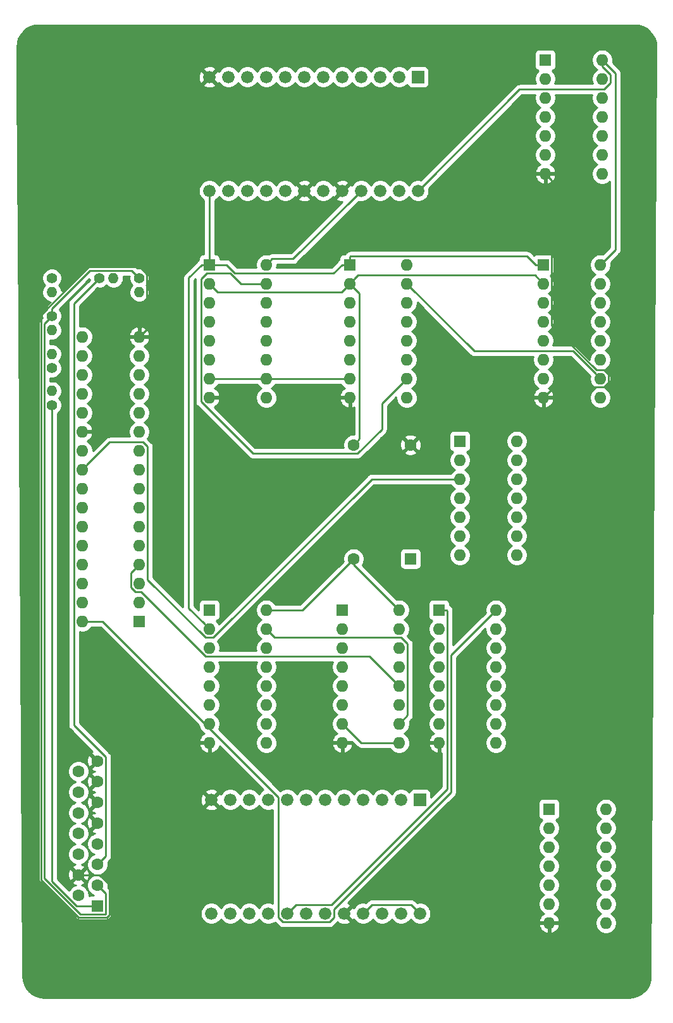
<source format=gbr>
G04 #@! TF.GenerationSoftware,KiCad,Pcbnew,5.1.5-52549c5~86~ubuntu18.04.1*
G04 #@! TF.CreationDate,2020-04-16T15:56:08+05:30*
G04 #@! TF.ProjectId,vga_controller,7667615f-636f-46e7-9472-6f6c6c65722e,rev?*
G04 #@! TF.SameCoordinates,Original*
G04 #@! TF.FileFunction,Copper,L2,Bot*
G04 #@! TF.FilePolarity,Positive*
%FSLAX46Y46*%
G04 Gerber Fmt 4.6, Leading zero omitted, Abs format (unit mm)*
G04 Created by KiCad (PCBNEW 5.1.5-52549c5~86~ubuntu18.04.1) date 2020-04-16 15:56:08*
%MOMM*%
%LPD*%
G04 APERTURE LIST*
%ADD10C,1.676400*%
%ADD11R,1.676400X1.676400*%
%ADD12O,1.600000X1.600000*%
%ADD13R,1.600000X1.600000*%
%ADD14C,1.400000*%
%ADD15O,1.400000X1.400000*%
%ADD16C,1.600000*%
%ADD17C,0.250000*%
%ADD18C,0.254000*%
G04 APERTURE END LIST*
D10*
X100330000Y-52324000D03*
X97790000Y-52324000D03*
X95250000Y-52324000D03*
X92710000Y-52324000D03*
X90170000Y-52324000D03*
X87630000Y-52324000D03*
X85090000Y-52324000D03*
X82550000Y-52324000D03*
X80010000Y-52324000D03*
X77470000Y-52324000D03*
X74930000Y-52324000D03*
X72390000Y-52324000D03*
X72390000Y-37084000D03*
X74930000Y-37084000D03*
X77470000Y-37084000D03*
X80010000Y-37084000D03*
X82550000Y-37084000D03*
X85090000Y-37084000D03*
X87630000Y-37084000D03*
X90170000Y-37084000D03*
X92710000Y-37084000D03*
X95250000Y-37084000D03*
X97790000Y-37084000D03*
D11*
X100330000Y-37084000D03*
X100584000Y-133858000D03*
D10*
X98044000Y-133858000D03*
X95504000Y-133858000D03*
X92964000Y-133858000D03*
X90424000Y-133858000D03*
X87884000Y-133858000D03*
X85344000Y-133858000D03*
X82804000Y-133858000D03*
X80264000Y-133858000D03*
X77724000Y-133858000D03*
X75184000Y-133858000D03*
X72644000Y-133858000D03*
X72644000Y-149098000D03*
X75184000Y-149098000D03*
X77724000Y-149098000D03*
X80264000Y-149098000D03*
X82804000Y-149098000D03*
X85344000Y-149098000D03*
X87884000Y-149098000D03*
X90424000Y-149098000D03*
X92964000Y-149098000D03*
X95504000Y-149098000D03*
X98044000Y-149098000D03*
X100584000Y-149098000D03*
D12*
X97790000Y-108458000D03*
X90170000Y-126238000D03*
X97790000Y-110998000D03*
X90170000Y-123698000D03*
X97790000Y-113538000D03*
X90170000Y-121158000D03*
X97790000Y-116078000D03*
X90170000Y-118618000D03*
X97790000Y-118618000D03*
X90170000Y-116078000D03*
X97790000Y-121158000D03*
X90170000Y-113538000D03*
X97790000Y-123698000D03*
X90170000Y-110998000D03*
X97790000Y-126238000D03*
D13*
X90170000Y-108458000D03*
X62992000Y-109982000D03*
D12*
X55372000Y-71882000D03*
X62992000Y-107442000D03*
X55372000Y-74422000D03*
X62992000Y-104902000D03*
X55372000Y-76962000D03*
X62992000Y-102362000D03*
X55372000Y-79502000D03*
X62992000Y-99822000D03*
X55372000Y-82042000D03*
X62992000Y-97282000D03*
X55372000Y-84582000D03*
X62992000Y-94742000D03*
X55372000Y-87122000D03*
X62992000Y-92202000D03*
X55372000Y-89662000D03*
X62992000Y-89662000D03*
X55372000Y-92202000D03*
X62992000Y-87122000D03*
X55372000Y-94742000D03*
X62992000Y-84582000D03*
X55372000Y-97282000D03*
X62992000Y-82042000D03*
X55372000Y-99822000D03*
X62992000Y-79502000D03*
X55372000Y-102362000D03*
X62992000Y-76962000D03*
X55372000Y-104902000D03*
X62992000Y-74422000D03*
X55372000Y-107442000D03*
X62992000Y-71882000D03*
X55372000Y-109982000D03*
D14*
X51308000Y-81026000D03*
D15*
X51308000Y-79126000D03*
X51308000Y-74168000D03*
D14*
X51308000Y-76068000D03*
X51308000Y-69088000D03*
D15*
X51308000Y-70988000D03*
X62992000Y-65908000D03*
D14*
X62992000Y-64008000D03*
X51308000Y-64008000D03*
D15*
X51308000Y-65908000D03*
X59558000Y-64008000D03*
D14*
X57658000Y-64008000D03*
D13*
X117348000Y-34798000D03*
D12*
X124968000Y-50038000D03*
X117348000Y-37338000D03*
X124968000Y-47498000D03*
X117348000Y-39878000D03*
X124968000Y-44958000D03*
X117348000Y-42418000D03*
X124968000Y-42418000D03*
X117348000Y-44958000D03*
X124968000Y-39878000D03*
X117348000Y-47498000D03*
X124968000Y-37338000D03*
X117348000Y-50038000D03*
X124968000Y-34798000D03*
X125476000Y-135128000D03*
X117856000Y-150368000D03*
X125476000Y-137668000D03*
X117856000Y-147828000D03*
X125476000Y-140208000D03*
X117856000Y-145288000D03*
X125476000Y-142748000D03*
X117856000Y-142748000D03*
X125476000Y-145288000D03*
X117856000Y-140208000D03*
X125476000Y-147828000D03*
X117856000Y-137668000D03*
X125476000Y-150368000D03*
D13*
X117856000Y-135128000D03*
X72390000Y-62230000D03*
D12*
X80010000Y-80010000D03*
X72390000Y-64770000D03*
X80010000Y-77470000D03*
X72390000Y-67310000D03*
X80010000Y-74930000D03*
X72390000Y-69850000D03*
X80010000Y-72390000D03*
X72390000Y-72390000D03*
X80010000Y-69850000D03*
X72390000Y-74930000D03*
X80010000Y-67310000D03*
X72390000Y-77470000D03*
X80010000Y-64770000D03*
X72390000Y-80010000D03*
X80010000Y-62230000D03*
D13*
X72390000Y-108458000D03*
D12*
X80010000Y-126238000D03*
X72390000Y-110998000D03*
X80010000Y-123698000D03*
X72390000Y-113538000D03*
X80010000Y-121158000D03*
X72390000Y-116078000D03*
X80010000Y-118618000D03*
X72390000Y-118618000D03*
X80010000Y-116078000D03*
X72390000Y-121158000D03*
X80010000Y-113538000D03*
X72390000Y-123698000D03*
X80010000Y-110998000D03*
X72390000Y-126238000D03*
X80010000Y-108458000D03*
D13*
X91186000Y-62230000D03*
D12*
X98806000Y-80010000D03*
X91186000Y-64770000D03*
X98806000Y-77470000D03*
X91186000Y-67310000D03*
X98806000Y-74930000D03*
X91186000Y-69850000D03*
X98806000Y-72390000D03*
X91186000Y-72390000D03*
X98806000Y-69850000D03*
X91186000Y-74930000D03*
X98806000Y-67310000D03*
X91186000Y-77470000D03*
X98806000Y-64770000D03*
X91186000Y-80010000D03*
X98806000Y-62230000D03*
X124714000Y-62230000D03*
X117094000Y-80010000D03*
X124714000Y-64770000D03*
X117094000Y-77470000D03*
X124714000Y-67310000D03*
X117094000Y-74930000D03*
X124714000Y-69850000D03*
X117094000Y-72390000D03*
X124714000Y-72390000D03*
X117094000Y-69850000D03*
X124714000Y-74930000D03*
X117094000Y-67310000D03*
X124714000Y-77470000D03*
X117094000Y-64770000D03*
X124714000Y-80010000D03*
D13*
X117094000Y-62230000D03*
D12*
X110744000Y-108458000D03*
X103124000Y-126238000D03*
X110744000Y-110998000D03*
X103124000Y-123698000D03*
X110744000Y-113538000D03*
X103124000Y-121158000D03*
X110744000Y-116078000D03*
X103124000Y-118618000D03*
X110744000Y-118618000D03*
X103124000Y-116078000D03*
X110744000Y-121158000D03*
X103124000Y-113538000D03*
X110744000Y-123698000D03*
X103124000Y-110998000D03*
X110744000Y-126238000D03*
D13*
X103124000Y-108458000D03*
X105918000Y-85852000D03*
D12*
X113538000Y-101092000D03*
X105918000Y-88392000D03*
X113538000Y-98552000D03*
X105918000Y-90932000D03*
X113538000Y-96012000D03*
X105918000Y-93472000D03*
X113538000Y-93472000D03*
X105918000Y-96012000D03*
X113538000Y-90932000D03*
X105918000Y-98552000D03*
X113538000Y-88392000D03*
X105918000Y-101092000D03*
X113538000Y-85852000D03*
D13*
X99314000Y-101600000D03*
D16*
X91694000Y-101600000D03*
X91694000Y-86360000D03*
X99314000Y-86360000D03*
D13*
X57404000Y-148082000D03*
D16*
X57404000Y-145312000D03*
X57404000Y-142542000D03*
X57404000Y-139772000D03*
X57404000Y-137002000D03*
X57404000Y-134232000D03*
X57404000Y-131462000D03*
X57404000Y-128692000D03*
X54864000Y-146697000D03*
X54864000Y-143927000D03*
X54864000Y-141157000D03*
X54864000Y-138387000D03*
X54864000Y-135617000D03*
X54864000Y-132847000D03*
X54864000Y-130077000D03*
D17*
X51308000Y-82015949D02*
X51308000Y-81026000D01*
X51308000Y-144806002D02*
X51308000Y-82015949D01*
X54583998Y-148082000D02*
X51308000Y-144806002D01*
X57404000Y-148082000D02*
X54583998Y-148082000D01*
X50608001Y-69787999D02*
X51308000Y-69088000D01*
X50282999Y-70113001D02*
X50608001Y-69787999D01*
X50282999Y-144417411D02*
X50282999Y-70113001D01*
X55072589Y-149207001D02*
X50282999Y-144417411D01*
X58464001Y-149207001D02*
X55072589Y-149207001D01*
X58529001Y-149142001D02*
X58464001Y-149207001D01*
X58529001Y-146437001D02*
X58529001Y-149142001D01*
X57404000Y-145312000D02*
X58529001Y-146437001D01*
X51308000Y-68098051D02*
X51308000Y-69088000D01*
X61966999Y-62982999D02*
X56423052Y-62982999D01*
X56423052Y-62982999D02*
X51308000Y-68098051D01*
X62992000Y-64008000D02*
X61966999Y-62982999D01*
X58203999Y-141742001D02*
X57404000Y-142542000D01*
X58529001Y-141416999D02*
X58203999Y-141742001D01*
X54246999Y-123869997D02*
X58529001Y-128151999D01*
X58529001Y-128151999D02*
X58529001Y-141416999D01*
X54246999Y-67419001D02*
X54246999Y-123869997D01*
X57658000Y-64008000D02*
X54246999Y-67419001D01*
X57684002Y-143927000D02*
X55995370Y-143927000D01*
X58979011Y-145222009D02*
X57684002Y-143927000D01*
X58979011Y-149328401D02*
X58979011Y-145222009D01*
X54886189Y-149657011D02*
X58650402Y-149657010D01*
X49832990Y-144603812D02*
X54886189Y-149657011D01*
X49832990Y-68936651D02*
X49832990Y-144603812D01*
X56236651Y-62532990D02*
X49832990Y-68936651D01*
X63033992Y-62532990D02*
X56236651Y-62532990D01*
X55995370Y-143927000D02*
X54864000Y-143927000D01*
X64017001Y-63515999D02*
X63033992Y-62532990D01*
X64017001Y-70856999D02*
X64017001Y-63515999D01*
X58650402Y-149657010D02*
X58979011Y-149328401D01*
X62992000Y-71882000D02*
X64017001Y-70856999D01*
X118147999Y-50837999D02*
X117348000Y-50038000D01*
X118219001Y-50909001D02*
X118147999Y-50837999D01*
X118219001Y-70338591D02*
X118219001Y-50909001D01*
X124225409Y-76344999D02*
X118219001Y-70338591D01*
X125254001Y-76344999D02*
X124225409Y-76344999D01*
X125839001Y-76929999D02*
X125254001Y-76344999D01*
X125839001Y-78010001D02*
X125839001Y-76929999D01*
X125254001Y-78595001D02*
X125839001Y-78010001D01*
X118508999Y-78595001D02*
X125254001Y-78595001D01*
X117094000Y-80010000D02*
X118508999Y-78595001D01*
X113901001Y-38752999D02*
X101168199Y-51485801D01*
X125218003Y-38752999D02*
X113901001Y-38752999D01*
X101168199Y-51485801D02*
X100330000Y-52324000D01*
X126093001Y-37878001D02*
X125218003Y-38752999D01*
X126093001Y-36797999D02*
X126093001Y-37878001D01*
X124968000Y-35672998D02*
X126093001Y-36797999D01*
X124968000Y-34798000D02*
X124968000Y-35672998D01*
X99745801Y-148259801D02*
X100584000Y-149098000D01*
X99420799Y-147934799D02*
X99745801Y-148259801D01*
X94127201Y-147934799D02*
X99420799Y-147934799D01*
X92964000Y-149098000D02*
X94127201Y-147934799D01*
X91694000Y-102362000D02*
X91694000Y-101600000D01*
X97790000Y-108458000D02*
X91694000Y-102362000D01*
X90894001Y-102399999D02*
X91694000Y-101600000D01*
X84836000Y-108458000D02*
X90894001Y-102399999D01*
X80010000Y-108458000D02*
X84836000Y-108458000D01*
X72390000Y-77470000D02*
X80010000Y-77470000D01*
X91871801Y-53162199D02*
X92710000Y-52324000D01*
X83603999Y-61430001D02*
X91871801Y-53162199D01*
X80809999Y-61430001D02*
X83603999Y-61430001D01*
X80010000Y-62230000D02*
X80809999Y-61430001D01*
X92710000Y-126238000D02*
X90170000Y-123698000D01*
X97790000Y-126238000D02*
X92710000Y-126238000D01*
X124968000Y-34798000D02*
X126746000Y-36576000D01*
X126746000Y-60198000D02*
X124714000Y-62230000D01*
X126746000Y-36576000D02*
X126746000Y-60198000D01*
X90054630Y-77470000D02*
X80010000Y-77470000D01*
X91186000Y-77470000D02*
X90054630Y-77470000D01*
X58109538Y-109982000D02*
X56503370Y-109982000D01*
X56503370Y-109982000D02*
X55372000Y-109982000D01*
X81640799Y-133513261D02*
X58109538Y-109982000D01*
X81640799Y-149656337D02*
X81640799Y-133513261D01*
X82245663Y-150261201D02*
X81640799Y-149656337D01*
X88442337Y-150261201D02*
X82245663Y-150261201D01*
X89047201Y-149656337D02*
X88442337Y-150261201D01*
X89047201Y-148539663D02*
X89047201Y-149656337D01*
X104699011Y-114502989D02*
X104699011Y-132887853D01*
X104699011Y-132887853D02*
X89047201Y-148539663D01*
X110744000Y-108458000D02*
X104699011Y-114502989D01*
X89010999Y-63355001D02*
X75801001Y-63355001D01*
X91186000Y-62230000D02*
X90136000Y-62230000D01*
X90136000Y-62230000D02*
X89010999Y-63355001D01*
X74676000Y-62230000D02*
X72390000Y-62230000D01*
X75801001Y-63355001D02*
X74676000Y-62230000D01*
X69596000Y-108204000D02*
X71590001Y-110198001D01*
X71590001Y-110198001D02*
X72390000Y-110998000D01*
X71340000Y-62230000D02*
X69596000Y-63974000D01*
X69596000Y-63974000D02*
X69596000Y-108204000D01*
X72390000Y-62230000D02*
X71340000Y-62230000D01*
X91261001Y-61104999D02*
X91186000Y-61180000D01*
X116044000Y-62230000D02*
X114918999Y-61104999D01*
X91186000Y-61180000D02*
X91186000Y-62230000D01*
X114918999Y-61104999D02*
X91261001Y-61104999D01*
X117094000Y-62230000D02*
X116044000Y-62230000D01*
X72390000Y-52324000D02*
X72390000Y-62230000D01*
X61866999Y-103487001D02*
X62192001Y-103161999D01*
X61866999Y-105442001D02*
X61866999Y-103487001D01*
X62451999Y-106027001D02*
X61866999Y-105442001D01*
X63242003Y-106027001D02*
X62451999Y-106027001D01*
X71878003Y-114663001D02*
X63242003Y-106027001D01*
X62192001Y-103161999D02*
X62992000Y-102362000D01*
X93835001Y-114663001D02*
X71878003Y-114663001D01*
X97790000Y-118618000D02*
X93835001Y-114663001D01*
X83642199Y-148259801D02*
X82804000Y-149098000D01*
X83967201Y-147934799D02*
X83642199Y-148259801D01*
X88768603Y-147934799D02*
X83967201Y-147934799D01*
X104249001Y-132454401D02*
X88768603Y-147934799D01*
X104249001Y-108533001D02*
X104249001Y-132454401D01*
X104174000Y-108458000D02*
X104249001Y-108533001D01*
X103124000Y-108458000D02*
X104174000Y-108458000D01*
X91985999Y-63970001D02*
X91186000Y-64770000D01*
X92311001Y-63644999D02*
X91985999Y-63970001D01*
X115968999Y-63644999D02*
X92311001Y-63644999D01*
X117094000Y-64770000D02*
X115968999Y-63644999D01*
X92493999Y-85560001D02*
X91694000Y-86360000D01*
X92493999Y-66077999D02*
X92493999Y-85560001D01*
X91186000Y-64770000D02*
X92493999Y-66077999D01*
X73189999Y-65569999D02*
X72390000Y-64770000D01*
X73515001Y-65895001D02*
X73189999Y-65569999D01*
X90060999Y-65895001D02*
X73515001Y-65895001D01*
X91186000Y-64770000D02*
X90060999Y-65895001D01*
X76579590Y-64770000D02*
X78878630Y-64770000D01*
X72026999Y-63355001D02*
X75164591Y-63355001D01*
X78878630Y-64770000D02*
X80010000Y-64770000D01*
X71264999Y-64117001D02*
X72026999Y-63355001D01*
X71264999Y-80550001D02*
X71264999Y-64117001D01*
X75164591Y-63355001D02*
X76579590Y-64770000D01*
X78199999Y-87485001D02*
X71264999Y-80550001D01*
X92234001Y-87485001D02*
X78199999Y-87485001D01*
X95466001Y-84253001D02*
X92234001Y-87485001D01*
X95466001Y-80809999D02*
X95466001Y-84253001D01*
X98806000Y-77470000D02*
X95466001Y-80809999D01*
X80809999Y-111797999D02*
X80010000Y-110998000D01*
X81135001Y-112123001D02*
X80809999Y-111797999D01*
X98040003Y-112123001D02*
X81135001Y-112123001D01*
X98915001Y-112997999D02*
X98040003Y-112123001D01*
X98915001Y-122572999D02*
X98915001Y-112997999D01*
X97790000Y-123698000D02*
X98915001Y-122572999D01*
X123914001Y-76670001D02*
X124714000Y-77470000D01*
X121048999Y-73804999D02*
X123914001Y-76670001D01*
X107840999Y-73804999D02*
X121048999Y-73804999D01*
X98806000Y-64770000D02*
X107840999Y-73804999D01*
X59037001Y-85996999D02*
X56171999Y-88862001D01*
X56171999Y-88862001D02*
X55372000Y-89662000D01*
X63532001Y-85996999D02*
X59037001Y-85996999D01*
X64117001Y-86581999D02*
X63532001Y-85996999D01*
X64117001Y-104390003D02*
X64117001Y-86581999D01*
X71849999Y-112123001D02*
X64117001Y-104390003D01*
X94121002Y-90932000D02*
X72930001Y-112123001D01*
X72930001Y-112123001D02*
X71849999Y-112123001D01*
X105918000Y-90932000D02*
X94121002Y-90932000D01*
D18*
G36*
X129847886Y-30182258D02*
G01*
X130388376Y-30345442D01*
X130886867Y-30610494D01*
X131324388Y-30967326D01*
X131684271Y-31402350D01*
X131952799Y-31898983D01*
X132119749Y-32438315D01*
X132181926Y-33029894D01*
X131420198Y-157445706D01*
X131361742Y-158041886D01*
X131198559Y-158582374D01*
X130933506Y-159080867D01*
X130576669Y-159518393D01*
X130141653Y-159878269D01*
X129645019Y-160146798D01*
X129105690Y-160313749D01*
X128513404Y-160376000D01*
X50324278Y-160376000D01*
X49730114Y-160317742D01*
X49189626Y-160154559D01*
X48691133Y-159889506D01*
X48253607Y-159532669D01*
X47893731Y-159097653D01*
X47625202Y-158601019D01*
X47458251Y-158061690D01*
X47395944Y-157468872D01*
X46861113Y-70113001D01*
X49519323Y-70113001D01*
X49523000Y-70150334D01*
X49522999Y-144380089D01*
X49519323Y-144417411D01*
X49522999Y-144454733D01*
X49522999Y-144454743D01*
X49533996Y-144566396D01*
X49561485Y-144657017D01*
X49577453Y-144709657D01*
X49648025Y-144841687D01*
X49670790Y-144869426D01*
X49742998Y-144957412D01*
X49772002Y-144981215D01*
X54508790Y-149718004D01*
X54532588Y-149747002D01*
X54561586Y-149770800D01*
X54648312Y-149841975D01*
X54728643Y-149884913D01*
X54780342Y-149912547D01*
X54923603Y-149956004D01*
X55035256Y-149967001D01*
X55035265Y-149967001D01*
X55072588Y-149970677D01*
X55109911Y-149967001D01*
X58426679Y-149967001D01*
X58464001Y-149970677D01*
X58501323Y-149967001D01*
X58501334Y-149967001D01*
X58612987Y-149956004D01*
X58756248Y-149912547D01*
X58888277Y-149841975D01*
X59004002Y-149747002D01*
X59027805Y-149717998D01*
X59039998Y-149705805D01*
X59069002Y-149682002D01*
X59163975Y-149566277D01*
X59234547Y-149434248D01*
X59278004Y-149290987D01*
X59289001Y-149179334D01*
X59289001Y-149179323D01*
X59292677Y-149142001D01*
X59289001Y-149104678D01*
X59289001Y-146474326D01*
X59292677Y-146437001D01*
X59289001Y-146399676D01*
X59289001Y-146399668D01*
X59278004Y-146288015D01*
X59234547Y-146144754D01*
X59163975Y-146012725D01*
X59069002Y-145897000D01*
X59040005Y-145873203D01*
X58802688Y-145635886D01*
X58839000Y-145453335D01*
X58839000Y-145170665D01*
X58783853Y-144893426D01*
X58675680Y-144632273D01*
X58518637Y-144397241D01*
X58318759Y-144197363D01*
X58083727Y-144040320D01*
X57822574Y-143932147D01*
X57796699Y-143927000D01*
X57822574Y-143921853D01*
X58083727Y-143813680D01*
X58318759Y-143656637D01*
X58518637Y-143456759D01*
X58675680Y-143221727D01*
X58783853Y-142960574D01*
X58839000Y-142683335D01*
X58839000Y-142400665D01*
X58802688Y-142218113D01*
X59039998Y-141980803D01*
X59069002Y-141957000D01*
X59163975Y-141841275D01*
X59234547Y-141709246D01*
X59278004Y-141565985D01*
X59289001Y-141454332D01*
X59289001Y-141454323D01*
X59292677Y-141417000D01*
X59289001Y-141379677D01*
X59289001Y-134877975D01*
X71803630Y-134877975D01*
X71879838Y-135125844D01*
X72141865Y-135250563D01*
X72423189Y-135321768D01*
X72712999Y-135336719D01*
X73000157Y-135294845D01*
X73273628Y-135197754D01*
X73408162Y-135125844D01*
X73484370Y-134877975D01*
X72644000Y-134037605D01*
X71803630Y-134877975D01*
X59289001Y-134877975D01*
X59289001Y-133926999D01*
X71165281Y-133926999D01*
X71207155Y-134214157D01*
X71304246Y-134487628D01*
X71376156Y-134622162D01*
X71624025Y-134698370D01*
X72464395Y-133858000D01*
X71624025Y-133017630D01*
X71376156Y-133093838D01*
X71251437Y-133355865D01*
X71180232Y-133637189D01*
X71165281Y-133926999D01*
X59289001Y-133926999D01*
X59289001Y-132838025D01*
X71803630Y-132838025D01*
X72644000Y-133678395D01*
X73484370Y-132838025D01*
X73408162Y-132590156D01*
X73146135Y-132465437D01*
X72864811Y-132394232D01*
X72575001Y-132379281D01*
X72287843Y-132421155D01*
X72014372Y-132518246D01*
X71879838Y-132590156D01*
X71803630Y-132838025D01*
X59289001Y-132838025D01*
X59289001Y-128189321D01*
X59292677Y-128151998D01*
X59289001Y-128114675D01*
X59289001Y-128114666D01*
X59278004Y-128003013D01*
X59234547Y-127859752D01*
X59163975Y-127727723D01*
X59069002Y-127611998D01*
X59040005Y-127588201D01*
X58038843Y-126587039D01*
X70998096Y-126587039D01*
X71038754Y-126721087D01*
X71158963Y-126975420D01*
X71326481Y-127201414D01*
X71534869Y-127390385D01*
X71776119Y-127535070D01*
X72040960Y-127629909D01*
X72263000Y-127508624D01*
X72263000Y-126365000D01*
X71120085Y-126365000D01*
X70998096Y-126587039D01*
X58038843Y-126587039D01*
X55006999Y-123555196D01*
X55006999Y-111372509D01*
X55230665Y-111417000D01*
X55513335Y-111417000D01*
X55790574Y-111361853D01*
X56051727Y-111253680D01*
X56286759Y-111096637D01*
X56486637Y-110896759D01*
X56590043Y-110742000D01*
X57794737Y-110742000D01*
X70970626Y-123917890D01*
X71010147Y-124116574D01*
X71118320Y-124377727D01*
X71275363Y-124612759D01*
X71475241Y-124812637D01*
X71710273Y-124969680D01*
X71720865Y-124974067D01*
X71534869Y-125085615D01*
X71326481Y-125274586D01*
X71158963Y-125500580D01*
X71038754Y-125754913D01*
X70998096Y-125888961D01*
X71120085Y-126111000D01*
X72263000Y-126111000D01*
X72263000Y-126091000D01*
X72517000Y-126091000D01*
X72517000Y-126111000D01*
X72537000Y-126111000D01*
X72537000Y-126365000D01*
X72517000Y-126365000D01*
X72517000Y-127508624D01*
X72739040Y-127629909D01*
X73003881Y-127535070D01*
X73245131Y-127390385D01*
X73453519Y-127201414D01*
X73621037Y-126975420D01*
X73741246Y-126721087D01*
X73748827Y-126696092D01*
X79593772Y-132541037D01*
X79566178Y-132552467D01*
X79324890Y-132713691D01*
X79119691Y-132918890D01*
X78994000Y-133106999D01*
X78868309Y-132918890D01*
X78663110Y-132713691D01*
X78421822Y-132552467D01*
X78153717Y-132441414D01*
X77869098Y-132384800D01*
X77578902Y-132384800D01*
X77294283Y-132441414D01*
X77026178Y-132552467D01*
X76784890Y-132713691D01*
X76579691Y-132918890D01*
X76454000Y-133106999D01*
X76328309Y-132918890D01*
X76123110Y-132713691D01*
X75881822Y-132552467D01*
X75613717Y-132441414D01*
X75329098Y-132384800D01*
X75038902Y-132384800D01*
X74754283Y-132441414D01*
X74486178Y-132552467D01*
X74244890Y-132713691D01*
X74039691Y-132918890D01*
X73916711Y-133102943D01*
X73911844Y-133093838D01*
X73663975Y-133017630D01*
X72823605Y-133858000D01*
X73663975Y-134698370D01*
X73911844Y-134622162D01*
X73916399Y-134612592D01*
X74039691Y-134797110D01*
X74244890Y-135002309D01*
X74486178Y-135163533D01*
X74754283Y-135274586D01*
X75038902Y-135331200D01*
X75329098Y-135331200D01*
X75613717Y-135274586D01*
X75881822Y-135163533D01*
X76123110Y-135002309D01*
X76328309Y-134797110D01*
X76454000Y-134609001D01*
X76579691Y-134797110D01*
X76784890Y-135002309D01*
X77026178Y-135163533D01*
X77294283Y-135274586D01*
X77578902Y-135331200D01*
X77869098Y-135331200D01*
X78153717Y-135274586D01*
X78421822Y-135163533D01*
X78663110Y-135002309D01*
X78868309Y-134797110D01*
X78994000Y-134609001D01*
X79119691Y-134797110D01*
X79324890Y-135002309D01*
X79566178Y-135163533D01*
X79834283Y-135274586D01*
X80118902Y-135331200D01*
X80409098Y-135331200D01*
X80693717Y-135274586D01*
X80880800Y-135197094D01*
X80880799Y-147758906D01*
X80693717Y-147681414D01*
X80409098Y-147624800D01*
X80118902Y-147624800D01*
X79834283Y-147681414D01*
X79566178Y-147792467D01*
X79324890Y-147953691D01*
X79119691Y-148158890D01*
X78994000Y-148346999D01*
X78868309Y-148158890D01*
X78663110Y-147953691D01*
X78421822Y-147792467D01*
X78153717Y-147681414D01*
X77869098Y-147624800D01*
X77578902Y-147624800D01*
X77294283Y-147681414D01*
X77026178Y-147792467D01*
X76784890Y-147953691D01*
X76579691Y-148158890D01*
X76454000Y-148346999D01*
X76328309Y-148158890D01*
X76123110Y-147953691D01*
X75881822Y-147792467D01*
X75613717Y-147681414D01*
X75329098Y-147624800D01*
X75038902Y-147624800D01*
X74754283Y-147681414D01*
X74486178Y-147792467D01*
X74244890Y-147953691D01*
X74039691Y-148158890D01*
X73914000Y-148346999D01*
X73788309Y-148158890D01*
X73583110Y-147953691D01*
X73341822Y-147792467D01*
X73073717Y-147681414D01*
X72789098Y-147624800D01*
X72498902Y-147624800D01*
X72214283Y-147681414D01*
X71946178Y-147792467D01*
X71704890Y-147953691D01*
X71499691Y-148158890D01*
X71338467Y-148400178D01*
X71227414Y-148668283D01*
X71170800Y-148952902D01*
X71170800Y-149243098D01*
X71227414Y-149527717D01*
X71338467Y-149795822D01*
X71499691Y-150037110D01*
X71704890Y-150242309D01*
X71946178Y-150403533D01*
X72214283Y-150514586D01*
X72498902Y-150571200D01*
X72789098Y-150571200D01*
X73073717Y-150514586D01*
X73341822Y-150403533D01*
X73583110Y-150242309D01*
X73788309Y-150037110D01*
X73914000Y-149849001D01*
X74039691Y-150037110D01*
X74244890Y-150242309D01*
X74486178Y-150403533D01*
X74754283Y-150514586D01*
X75038902Y-150571200D01*
X75329098Y-150571200D01*
X75613717Y-150514586D01*
X75881822Y-150403533D01*
X76123110Y-150242309D01*
X76328309Y-150037110D01*
X76454000Y-149849001D01*
X76579691Y-150037110D01*
X76784890Y-150242309D01*
X77026178Y-150403533D01*
X77294283Y-150514586D01*
X77578902Y-150571200D01*
X77869098Y-150571200D01*
X78153717Y-150514586D01*
X78421822Y-150403533D01*
X78663110Y-150242309D01*
X78868309Y-150037110D01*
X78994000Y-149849001D01*
X79119691Y-150037110D01*
X79324890Y-150242309D01*
X79566178Y-150403533D01*
X79834283Y-150514586D01*
X80118902Y-150571200D01*
X80409098Y-150571200D01*
X80693717Y-150514586D01*
X80961822Y-150403533D01*
X81172454Y-150262793D01*
X81681863Y-150772203D01*
X81705662Y-150801202D01*
X81821387Y-150896175D01*
X81953416Y-150966747D01*
X82096677Y-151010204D01*
X82208330Y-151021201D01*
X82208340Y-151021201D01*
X82245663Y-151024877D01*
X82282986Y-151021201D01*
X88405015Y-151021201D01*
X88442337Y-151024877D01*
X88479659Y-151021201D01*
X88479670Y-151021201D01*
X88591323Y-151010204D01*
X88734584Y-150966747D01*
X88866613Y-150896175D01*
X88982338Y-150801202D01*
X89006140Y-150772199D01*
X89061300Y-150717039D01*
X116464096Y-150717039D01*
X116504754Y-150851087D01*
X116624963Y-151105420D01*
X116792481Y-151331414D01*
X117000869Y-151520385D01*
X117242119Y-151665070D01*
X117506960Y-151759909D01*
X117729000Y-151638624D01*
X117729000Y-150495000D01*
X117983000Y-150495000D01*
X117983000Y-151638624D01*
X118205040Y-151759909D01*
X118469881Y-151665070D01*
X118711131Y-151520385D01*
X118919519Y-151331414D01*
X119087037Y-151105420D01*
X119207246Y-150851087D01*
X119247904Y-150717039D01*
X119125915Y-150495000D01*
X117983000Y-150495000D01*
X117729000Y-150495000D01*
X116586085Y-150495000D01*
X116464096Y-150717039D01*
X89061300Y-150717039D01*
X89558203Y-150220137D01*
X89587202Y-150196338D01*
X89602130Y-150178148D01*
X89659838Y-150365844D01*
X89921865Y-150490563D01*
X90203189Y-150561768D01*
X90492999Y-150576719D01*
X90780157Y-150534845D01*
X91053628Y-150437754D01*
X91188162Y-150365844D01*
X91264370Y-150117975D01*
X90424000Y-149277605D01*
X90409858Y-149291748D01*
X90230253Y-149112143D01*
X90244395Y-149098000D01*
X90603605Y-149098000D01*
X91443975Y-149938370D01*
X91691844Y-149862162D01*
X91696399Y-149852592D01*
X91819691Y-150037110D01*
X92024890Y-150242309D01*
X92266178Y-150403533D01*
X92534283Y-150514586D01*
X92818902Y-150571200D01*
X93109098Y-150571200D01*
X93393717Y-150514586D01*
X93661822Y-150403533D01*
X93903110Y-150242309D01*
X94108309Y-150037110D01*
X94234000Y-149849001D01*
X94359691Y-150037110D01*
X94564890Y-150242309D01*
X94806178Y-150403533D01*
X95074283Y-150514586D01*
X95358902Y-150571200D01*
X95649098Y-150571200D01*
X95933717Y-150514586D01*
X96201822Y-150403533D01*
X96443110Y-150242309D01*
X96648309Y-150037110D01*
X96774000Y-149849001D01*
X96899691Y-150037110D01*
X97104890Y-150242309D01*
X97346178Y-150403533D01*
X97614283Y-150514586D01*
X97898902Y-150571200D01*
X98189098Y-150571200D01*
X98473717Y-150514586D01*
X98741822Y-150403533D01*
X98983110Y-150242309D01*
X99188309Y-150037110D01*
X99314000Y-149849001D01*
X99439691Y-150037110D01*
X99644890Y-150242309D01*
X99886178Y-150403533D01*
X100154283Y-150514586D01*
X100438902Y-150571200D01*
X100729098Y-150571200D01*
X101013717Y-150514586D01*
X101281822Y-150403533D01*
X101523110Y-150242309D01*
X101728309Y-150037110D01*
X101889533Y-149795822D01*
X102000586Y-149527717D01*
X102057200Y-149243098D01*
X102057200Y-148952902D01*
X102000586Y-148668283D01*
X101889533Y-148400178D01*
X101728309Y-148158890D01*
X101523110Y-147953691D01*
X101281822Y-147792467D01*
X101013717Y-147681414D01*
X100729098Y-147624800D01*
X100438902Y-147624800D01*
X100227626Y-147666825D01*
X99984603Y-147423802D01*
X99960800Y-147394798D01*
X99845075Y-147299825D01*
X99713046Y-147229253D01*
X99569785Y-147185796D01*
X99458132Y-147174799D01*
X99458121Y-147174799D01*
X99420799Y-147171123D01*
X99383477Y-147174799D01*
X94164526Y-147174799D01*
X94127201Y-147171123D01*
X94089876Y-147174799D01*
X94089868Y-147174799D01*
X93978215Y-147185796D01*
X93834954Y-147229253D01*
X93702925Y-147299825D01*
X93587200Y-147394798D01*
X93563402Y-147423796D01*
X93320373Y-147666825D01*
X93109098Y-147624800D01*
X92818902Y-147624800D01*
X92534283Y-147681414D01*
X92266178Y-147792467D01*
X92024890Y-147953691D01*
X91819691Y-148158890D01*
X91696711Y-148342943D01*
X91691844Y-148333838D01*
X91443975Y-148257630D01*
X90603605Y-149098000D01*
X90244395Y-149098000D01*
X90230253Y-149083858D01*
X90409858Y-148904253D01*
X90424000Y-148918395D01*
X91264370Y-148078025D01*
X91188162Y-147830156D01*
X90946524Y-147715142D01*
X104333666Y-134328000D01*
X116417928Y-134328000D01*
X116417928Y-135928000D01*
X116430188Y-136052482D01*
X116466498Y-136172180D01*
X116525463Y-136282494D01*
X116604815Y-136379185D01*
X116701506Y-136458537D01*
X116811820Y-136517502D01*
X116931518Y-136553812D01*
X116939961Y-136554643D01*
X116741363Y-136753241D01*
X116584320Y-136988273D01*
X116476147Y-137249426D01*
X116421000Y-137526665D01*
X116421000Y-137809335D01*
X116476147Y-138086574D01*
X116584320Y-138347727D01*
X116741363Y-138582759D01*
X116941241Y-138782637D01*
X117173759Y-138938000D01*
X116941241Y-139093363D01*
X116741363Y-139293241D01*
X116584320Y-139528273D01*
X116476147Y-139789426D01*
X116421000Y-140066665D01*
X116421000Y-140349335D01*
X116476147Y-140626574D01*
X116584320Y-140887727D01*
X116741363Y-141122759D01*
X116941241Y-141322637D01*
X117173759Y-141478000D01*
X116941241Y-141633363D01*
X116741363Y-141833241D01*
X116584320Y-142068273D01*
X116476147Y-142329426D01*
X116421000Y-142606665D01*
X116421000Y-142889335D01*
X116476147Y-143166574D01*
X116584320Y-143427727D01*
X116741363Y-143662759D01*
X116941241Y-143862637D01*
X117173759Y-144018000D01*
X116941241Y-144173363D01*
X116741363Y-144373241D01*
X116584320Y-144608273D01*
X116476147Y-144869426D01*
X116421000Y-145146665D01*
X116421000Y-145429335D01*
X116476147Y-145706574D01*
X116584320Y-145967727D01*
X116741363Y-146202759D01*
X116941241Y-146402637D01*
X117173759Y-146558000D01*
X116941241Y-146713363D01*
X116741363Y-146913241D01*
X116584320Y-147148273D01*
X116476147Y-147409426D01*
X116421000Y-147686665D01*
X116421000Y-147969335D01*
X116476147Y-148246574D01*
X116584320Y-148507727D01*
X116741363Y-148742759D01*
X116941241Y-148942637D01*
X117176273Y-149099680D01*
X117186865Y-149104067D01*
X117000869Y-149215615D01*
X116792481Y-149404586D01*
X116624963Y-149630580D01*
X116504754Y-149884913D01*
X116464096Y-150018961D01*
X116586085Y-150241000D01*
X117729000Y-150241000D01*
X117729000Y-150221000D01*
X117983000Y-150221000D01*
X117983000Y-150241000D01*
X119125915Y-150241000D01*
X119247904Y-150018961D01*
X119207246Y-149884913D01*
X119087037Y-149630580D01*
X118919519Y-149404586D01*
X118711131Y-149215615D01*
X118525135Y-149104067D01*
X118535727Y-149099680D01*
X118770759Y-148942637D01*
X118970637Y-148742759D01*
X119127680Y-148507727D01*
X119235853Y-148246574D01*
X119291000Y-147969335D01*
X119291000Y-147686665D01*
X119235853Y-147409426D01*
X119127680Y-147148273D01*
X118970637Y-146913241D01*
X118770759Y-146713363D01*
X118538241Y-146558000D01*
X118770759Y-146402637D01*
X118970637Y-146202759D01*
X119127680Y-145967727D01*
X119235853Y-145706574D01*
X119291000Y-145429335D01*
X119291000Y-145146665D01*
X119235853Y-144869426D01*
X119127680Y-144608273D01*
X118970637Y-144373241D01*
X118770759Y-144173363D01*
X118538241Y-144018000D01*
X118770759Y-143862637D01*
X118970637Y-143662759D01*
X119127680Y-143427727D01*
X119235853Y-143166574D01*
X119291000Y-142889335D01*
X119291000Y-142606665D01*
X119235853Y-142329426D01*
X119127680Y-142068273D01*
X118970637Y-141833241D01*
X118770759Y-141633363D01*
X118538241Y-141478000D01*
X118770759Y-141322637D01*
X118970637Y-141122759D01*
X119127680Y-140887727D01*
X119235853Y-140626574D01*
X119291000Y-140349335D01*
X119291000Y-140066665D01*
X119235853Y-139789426D01*
X119127680Y-139528273D01*
X118970637Y-139293241D01*
X118770759Y-139093363D01*
X118538241Y-138938000D01*
X118770759Y-138782637D01*
X118970637Y-138582759D01*
X119127680Y-138347727D01*
X119235853Y-138086574D01*
X119291000Y-137809335D01*
X119291000Y-137526665D01*
X119235853Y-137249426D01*
X119127680Y-136988273D01*
X118970637Y-136753241D01*
X118772039Y-136554643D01*
X118780482Y-136553812D01*
X118900180Y-136517502D01*
X119010494Y-136458537D01*
X119107185Y-136379185D01*
X119186537Y-136282494D01*
X119245502Y-136172180D01*
X119281812Y-136052482D01*
X119294072Y-135928000D01*
X119294072Y-134986665D01*
X124041000Y-134986665D01*
X124041000Y-135269335D01*
X124096147Y-135546574D01*
X124204320Y-135807727D01*
X124361363Y-136042759D01*
X124561241Y-136242637D01*
X124793759Y-136398000D01*
X124561241Y-136553363D01*
X124361363Y-136753241D01*
X124204320Y-136988273D01*
X124096147Y-137249426D01*
X124041000Y-137526665D01*
X124041000Y-137809335D01*
X124096147Y-138086574D01*
X124204320Y-138347727D01*
X124361363Y-138582759D01*
X124561241Y-138782637D01*
X124793759Y-138938000D01*
X124561241Y-139093363D01*
X124361363Y-139293241D01*
X124204320Y-139528273D01*
X124096147Y-139789426D01*
X124041000Y-140066665D01*
X124041000Y-140349335D01*
X124096147Y-140626574D01*
X124204320Y-140887727D01*
X124361363Y-141122759D01*
X124561241Y-141322637D01*
X124793759Y-141478000D01*
X124561241Y-141633363D01*
X124361363Y-141833241D01*
X124204320Y-142068273D01*
X124096147Y-142329426D01*
X124041000Y-142606665D01*
X124041000Y-142889335D01*
X124096147Y-143166574D01*
X124204320Y-143427727D01*
X124361363Y-143662759D01*
X124561241Y-143862637D01*
X124793759Y-144018000D01*
X124561241Y-144173363D01*
X124361363Y-144373241D01*
X124204320Y-144608273D01*
X124096147Y-144869426D01*
X124041000Y-145146665D01*
X124041000Y-145429335D01*
X124096147Y-145706574D01*
X124204320Y-145967727D01*
X124361363Y-146202759D01*
X124561241Y-146402637D01*
X124793759Y-146558000D01*
X124561241Y-146713363D01*
X124361363Y-146913241D01*
X124204320Y-147148273D01*
X124096147Y-147409426D01*
X124041000Y-147686665D01*
X124041000Y-147969335D01*
X124096147Y-148246574D01*
X124204320Y-148507727D01*
X124361363Y-148742759D01*
X124561241Y-148942637D01*
X124793759Y-149098000D01*
X124561241Y-149253363D01*
X124361363Y-149453241D01*
X124204320Y-149688273D01*
X124096147Y-149949426D01*
X124041000Y-150226665D01*
X124041000Y-150509335D01*
X124096147Y-150786574D01*
X124204320Y-151047727D01*
X124361363Y-151282759D01*
X124561241Y-151482637D01*
X124796273Y-151639680D01*
X125057426Y-151747853D01*
X125334665Y-151803000D01*
X125617335Y-151803000D01*
X125894574Y-151747853D01*
X126155727Y-151639680D01*
X126390759Y-151482637D01*
X126590637Y-151282759D01*
X126747680Y-151047727D01*
X126855853Y-150786574D01*
X126911000Y-150509335D01*
X126911000Y-150226665D01*
X126855853Y-149949426D01*
X126747680Y-149688273D01*
X126590637Y-149453241D01*
X126390759Y-149253363D01*
X126158241Y-149098000D01*
X126390759Y-148942637D01*
X126590637Y-148742759D01*
X126747680Y-148507727D01*
X126855853Y-148246574D01*
X126911000Y-147969335D01*
X126911000Y-147686665D01*
X126855853Y-147409426D01*
X126747680Y-147148273D01*
X126590637Y-146913241D01*
X126390759Y-146713363D01*
X126158241Y-146558000D01*
X126390759Y-146402637D01*
X126590637Y-146202759D01*
X126747680Y-145967727D01*
X126855853Y-145706574D01*
X126911000Y-145429335D01*
X126911000Y-145146665D01*
X126855853Y-144869426D01*
X126747680Y-144608273D01*
X126590637Y-144373241D01*
X126390759Y-144173363D01*
X126158241Y-144018000D01*
X126390759Y-143862637D01*
X126590637Y-143662759D01*
X126747680Y-143427727D01*
X126855853Y-143166574D01*
X126911000Y-142889335D01*
X126911000Y-142606665D01*
X126855853Y-142329426D01*
X126747680Y-142068273D01*
X126590637Y-141833241D01*
X126390759Y-141633363D01*
X126158241Y-141478000D01*
X126390759Y-141322637D01*
X126590637Y-141122759D01*
X126747680Y-140887727D01*
X126855853Y-140626574D01*
X126911000Y-140349335D01*
X126911000Y-140066665D01*
X126855853Y-139789426D01*
X126747680Y-139528273D01*
X126590637Y-139293241D01*
X126390759Y-139093363D01*
X126158241Y-138938000D01*
X126390759Y-138782637D01*
X126590637Y-138582759D01*
X126747680Y-138347727D01*
X126855853Y-138086574D01*
X126911000Y-137809335D01*
X126911000Y-137526665D01*
X126855853Y-137249426D01*
X126747680Y-136988273D01*
X126590637Y-136753241D01*
X126390759Y-136553363D01*
X126158241Y-136398000D01*
X126390759Y-136242637D01*
X126590637Y-136042759D01*
X126747680Y-135807727D01*
X126855853Y-135546574D01*
X126911000Y-135269335D01*
X126911000Y-134986665D01*
X126855853Y-134709426D01*
X126747680Y-134448273D01*
X126590637Y-134213241D01*
X126390759Y-134013363D01*
X126155727Y-133856320D01*
X125894574Y-133748147D01*
X125617335Y-133693000D01*
X125334665Y-133693000D01*
X125057426Y-133748147D01*
X124796273Y-133856320D01*
X124561241Y-134013363D01*
X124361363Y-134213241D01*
X124204320Y-134448273D01*
X124096147Y-134709426D01*
X124041000Y-134986665D01*
X119294072Y-134986665D01*
X119294072Y-134328000D01*
X119281812Y-134203518D01*
X119245502Y-134083820D01*
X119186537Y-133973506D01*
X119107185Y-133876815D01*
X119010494Y-133797463D01*
X118900180Y-133738498D01*
X118780482Y-133702188D01*
X118656000Y-133689928D01*
X117056000Y-133689928D01*
X116931518Y-133702188D01*
X116811820Y-133738498D01*
X116701506Y-133797463D01*
X116604815Y-133876815D01*
X116525463Y-133973506D01*
X116466498Y-134083820D01*
X116430188Y-134203518D01*
X116417928Y-134328000D01*
X104333666Y-134328000D01*
X105210014Y-133451652D01*
X105239012Y-133427854D01*
X105298092Y-133355865D01*
X105333985Y-133312130D01*
X105404557Y-133180100D01*
X105410670Y-133159947D01*
X105448014Y-133036839D01*
X105459011Y-132925186D01*
X105459011Y-132925176D01*
X105462687Y-132887853D01*
X105459011Y-132850530D01*
X105459011Y-114817790D01*
X109309000Y-110967802D01*
X109309000Y-111139335D01*
X109364147Y-111416574D01*
X109472320Y-111677727D01*
X109629363Y-111912759D01*
X109829241Y-112112637D01*
X110061759Y-112268000D01*
X109829241Y-112423363D01*
X109629363Y-112623241D01*
X109472320Y-112858273D01*
X109364147Y-113119426D01*
X109309000Y-113396665D01*
X109309000Y-113679335D01*
X109364147Y-113956574D01*
X109472320Y-114217727D01*
X109629363Y-114452759D01*
X109829241Y-114652637D01*
X110061759Y-114808000D01*
X109829241Y-114963363D01*
X109629363Y-115163241D01*
X109472320Y-115398273D01*
X109364147Y-115659426D01*
X109309000Y-115936665D01*
X109309000Y-116219335D01*
X109364147Y-116496574D01*
X109472320Y-116757727D01*
X109629363Y-116992759D01*
X109829241Y-117192637D01*
X110061759Y-117348000D01*
X109829241Y-117503363D01*
X109629363Y-117703241D01*
X109472320Y-117938273D01*
X109364147Y-118199426D01*
X109309000Y-118476665D01*
X109309000Y-118759335D01*
X109364147Y-119036574D01*
X109472320Y-119297727D01*
X109629363Y-119532759D01*
X109829241Y-119732637D01*
X110061759Y-119888000D01*
X109829241Y-120043363D01*
X109629363Y-120243241D01*
X109472320Y-120478273D01*
X109364147Y-120739426D01*
X109309000Y-121016665D01*
X109309000Y-121299335D01*
X109364147Y-121576574D01*
X109472320Y-121837727D01*
X109629363Y-122072759D01*
X109829241Y-122272637D01*
X110061759Y-122428000D01*
X109829241Y-122583363D01*
X109629363Y-122783241D01*
X109472320Y-123018273D01*
X109364147Y-123279426D01*
X109309000Y-123556665D01*
X109309000Y-123839335D01*
X109364147Y-124116574D01*
X109472320Y-124377727D01*
X109629363Y-124612759D01*
X109829241Y-124812637D01*
X110061759Y-124968000D01*
X109829241Y-125123363D01*
X109629363Y-125323241D01*
X109472320Y-125558273D01*
X109364147Y-125819426D01*
X109309000Y-126096665D01*
X109309000Y-126379335D01*
X109364147Y-126656574D01*
X109472320Y-126917727D01*
X109629363Y-127152759D01*
X109829241Y-127352637D01*
X110064273Y-127509680D01*
X110325426Y-127617853D01*
X110602665Y-127673000D01*
X110885335Y-127673000D01*
X111162574Y-127617853D01*
X111423727Y-127509680D01*
X111658759Y-127352637D01*
X111858637Y-127152759D01*
X112015680Y-126917727D01*
X112123853Y-126656574D01*
X112179000Y-126379335D01*
X112179000Y-126096665D01*
X112123853Y-125819426D01*
X112015680Y-125558273D01*
X111858637Y-125323241D01*
X111658759Y-125123363D01*
X111426241Y-124968000D01*
X111658759Y-124812637D01*
X111858637Y-124612759D01*
X112015680Y-124377727D01*
X112123853Y-124116574D01*
X112179000Y-123839335D01*
X112179000Y-123556665D01*
X112123853Y-123279426D01*
X112015680Y-123018273D01*
X111858637Y-122783241D01*
X111658759Y-122583363D01*
X111426241Y-122428000D01*
X111658759Y-122272637D01*
X111858637Y-122072759D01*
X112015680Y-121837727D01*
X112123853Y-121576574D01*
X112179000Y-121299335D01*
X112179000Y-121016665D01*
X112123853Y-120739426D01*
X112015680Y-120478273D01*
X111858637Y-120243241D01*
X111658759Y-120043363D01*
X111426241Y-119888000D01*
X111658759Y-119732637D01*
X111858637Y-119532759D01*
X112015680Y-119297727D01*
X112123853Y-119036574D01*
X112179000Y-118759335D01*
X112179000Y-118476665D01*
X112123853Y-118199426D01*
X112015680Y-117938273D01*
X111858637Y-117703241D01*
X111658759Y-117503363D01*
X111426241Y-117348000D01*
X111658759Y-117192637D01*
X111858637Y-116992759D01*
X112015680Y-116757727D01*
X112123853Y-116496574D01*
X112179000Y-116219335D01*
X112179000Y-115936665D01*
X112123853Y-115659426D01*
X112015680Y-115398273D01*
X111858637Y-115163241D01*
X111658759Y-114963363D01*
X111426241Y-114808000D01*
X111658759Y-114652637D01*
X111858637Y-114452759D01*
X112015680Y-114217727D01*
X112123853Y-113956574D01*
X112179000Y-113679335D01*
X112179000Y-113396665D01*
X112123853Y-113119426D01*
X112015680Y-112858273D01*
X111858637Y-112623241D01*
X111658759Y-112423363D01*
X111426241Y-112268000D01*
X111658759Y-112112637D01*
X111858637Y-111912759D01*
X112015680Y-111677727D01*
X112123853Y-111416574D01*
X112179000Y-111139335D01*
X112179000Y-110856665D01*
X112123853Y-110579426D01*
X112015680Y-110318273D01*
X111858637Y-110083241D01*
X111658759Y-109883363D01*
X111426241Y-109728000D01*
X111658759Y-109572637D01*
X111858637Y-109372759D01*
X112015680Y-109137727D01*
X112123853Y-108876574D01*
X112179000Y-108599335D01*
X112179000Y-108316665D01*
X112123853Y-108039426D01*
X112015680Y-107778273D01*
X111858637Y-107543241D01*
X111658759Y-107343363D01*
X111423727Y-107186320D01*
X111162574Y-107078147D01*
X110885335Y-107023000D01*
X110602665Y-107023000D01*
X110325426Y-107078147D01*
X110064273Y-107186320D01*
X109829241Y-107343363D01*
X109629363Y-107543241D01*
X109472320Y-107778273D01*
X109364147Y-108039426D01*
X109309000Y-108316665D01*
X109309000Y-108599335D01*
X109345312Y-108781885D01*
X105009001Y-113118198D01*
X105009001Y-108570323D01*
X105012677Y-108533000D01*
X105009001Y-108495678D01*
X105009001Y-108495668D01*
X104998004Y-108384015D01*
X104954547Y-108240754D01*
X104883975Y-108108725D01*
X104789002Y-107993000D01*
X104760003Y-107969201D01*
X104737802Y-107947000D01*
X104714001Y-107917999D01*
X104598276Y-107823026D01*
X104562072Y-107803674D01*
X104562072Y-107658000D01*
X104549812Y-107533518D01*
X104513502Y-107413820D01*
X104454537Y-107303506D01*
X104375185Y-107206815D01*
X104278494Y-107127463D01*
X104168180Y-107068498D01*
X104048482Y-107032188D01*
X103924000Y-107019928D01*
X102324000Y-107019928D01*
X102199518Y-107032188D01*
X102079820Y-107068498D01*
X101969506Y-107127463D01*
X101872815Y-107206815D01*
X101793463Y-107303506D01*
X101734498Y-107413820D01*
X101698188Y-107533518D01*
X101685928Y-107658000D01*
X101685928Y-109258000D01*
X101698188Y-109382482D01*
X101734498Y-109502180D01*
X101793463Y-109612494D01*
X101872815Y-109709185D01*
X101969506Y-109788537D01*
X102079820Y-109847502D01*
X102199518Y-109883812D01*
X102207961Y-109884643D01*
X102009363Y-110083241D01*
X101852320Y-110318273D01*
X101744147Y-110579426D01*
X101689000Y-110856665D01*
X101689000Y-111139335D01*
X101744147Y-111416574D01*
X101852320Y-111677727D01*
X102009363Y-111912759D01*
X102209241Y-112112637D01*
X102441759Y-112268000D01*
X102209241Y-112423363D01*
X102009363Y-112623241D01*
X101852320Y-112858273D01*
X101744147Y-113119426D01*
X101689000Y-113396665D01*
X101689000Y-113679335D01*
X101744147Y-113956574D01*
X101852320Y-114217727D01*
X102009363Y-114452759D01*
X102209241Y-114652637D01*
X102441759Y-114808000D01*
X102209241Y-114963363D01*
X102009363Y-115163241D01*
X101852320Y-115398273D01*
X101744147Y-115659426D01*
X101689000Y-115936665D01*
X101689000Y-116219335D01*
X101744147Y-116496574D01*
X101852320Y-116757727D01*
X102009363Y-116992759D01*
X102209241Y-117192637D01*
X102441759Y-117348000D01*
X102209241Y-117503363D01*
X102009363Y-117703241D01*
X101852320Y-117938273D01*
X101744147Y-118199426D01*
X101689000Y-118476665D01*
X101689000Y-118759335D01*
X101744147Y-119036574D01*
X101852320Y-119297727D01*
X102009363Y-119532759D01*
X102209241Y-119732637D01*
X102441759Y-119888000D01*
X102209241Y-120043363D01*
X102009363Y-120243241D01*
X101852320Y-120478273D01*
X101744147Y-120739426D01*
X101689000Y-121016665D01*
X101689000Y-121299335D01*
X101744147Y-121576574D01*
X101852320Y-121837727D01*
X102009363Y-122072759D01*
X102209241Y-122272637D01*
X102441759Y-122428000D01*
X102209241Y-122583363D01*
X102009363Y-122783241D01*
X101852320Y-123018273D01*
X101744147Y-123279426D01*
X101689000Y-123556665D01*
X101689000Y-123839335D01*
X101744147Y-124116574D01*
X101852320Y-124377727D01*
X102009363Y-124612759D01*
X102209241Y-124812637D01*
X102444273Y-124969680D01*
X102454865Y-124974067D01*
X102268869Y-125085615D01*
X102060481Y-125274586D01*
X101892963Y-125500580D01*
X101772754Y-125754913D01*
X101732096Y-125888961D01*
X101854085Y-126111000D01*
X102997000Y-126111000D01*
X102997000Y-126091000D01*
X103251000Y-126091000D01*
X103251000Y-126111000D01*
X103271000Y-126111000D01*
X103271000Y-126365000D01*
X103251000Y-126365000D01*
X103251000Y-127508624D01*
X103473040Y-127629909D01*
X103489002Y-127624193D01*
X103489002Y-132139598D01*
X102060272Y-133568328D01*
X102060272Y-133019800D01*
X102048012Y-132895318D01*
X102011702Y-132775620D01*
X101952737Y-132665306D01*
X101873385Y-132568615D01*
X101776694Y-132489263D01*
X101666380Y-132430298D01*
X101546682Y-132393988D01*
X101422200Y-132381728D01*
X99745800Y-132381728D01*
X99621318Y-132393988D01*
X99501620Y-132430298D01*
X99391306Y-132489263D01*
X99294615Y-132568615D01*
X99215263Y-132665306D01*
X99156298Y-132775620D01*
X99130403Y-132860984D01*
X98983110Y-132713691D01*
X98741822Y-132552467D01*
X98473717Y-132441414D01*
X98189098Y-132384800D01*
X97898902Y-132384800D01*
X97614283Y-132441414D01*
X97346178Y-132552467D01*
X97104890Y-132713691D01*
X96899691Y-132918890D01*
X96774000Y-133106999D01*
X96648309Y-132918890D01*
X96443110Y-132713691D01*
X96201822Y-132552467D01*
X95933717Y-132441414D01*
X95649098Y-132384800D01*
X95358902Y-132384800D01*
X95074283Y-132441414D01*
X94806178Y-132552467D01*
X94564890Y-132713691D01*
X94359691Y-132918890D01*
X94234000Y-133106999D01*
X94108309Y-132918890D01*
X93903110Y-132713691D01*
X93661822Y-132552467D01*
X93393717Y-132441414D01*
X93109098Y-132384800D01*
X92818902Y-132384800D01*
X92534283Y-132441414D01*
X92266178Y-132552467D01*
X92024890Y-132713691D01*
X91819691Y-132918890D01*
X91694000Y-133106999D01*
X91568309Y-132918890D01*
X91363110Y-132713691D01*
X91121822Y-132552467D01*
X90853717Y-132441414D01*
X90569098Y-132384800D01*
X90278902Y-132384800D01*
X89994283Y-132441414D01*
X89726178Y-132552467D01*
X89484890Y-132713691D01*
X89279691Y-132918890D01*
X89154000Y-133106999D01*
X89028309Y-132918890D01*
X88823110Y-132713691D01*
X88581822Y-132552467D01*
X88313717Y-132441414D01*
X88029098Y-132384800D01*
X87738902Y-132384800D01*
X87454283Y-132441414D01*
X87186178Y-132552467D01*
X86944890Y-132713691D01*
X86739691Y-132918890D01*
X86614000Y-133106999D01*
X86488309Y-132918890D01*
X86283110Y-132713691D01*
X86041822Y-132552467D01*
X85773717Y-132441414D01*
X85489098Y-132384800D01*
X85198902Y-132384800D01*
X84914283Y-132441414D01*
X84646178Y-132552467D01*
X84404890Y-132713691D01*
X84199691Y-132918890D01*
X84074000Y-133106999D01*
X83948309Y-132918890D01*
X83743110Y-132713691D01*
X83501822Y-132552467D01*
X83233717Y-132441414D01*
X82949098Y-132384800D01*
X82658902Y-132384800D01*
X82374283Y-132441414D01*
X82106178Y-132552467D01*
X81895547Y-132693206D01*
X73628991Y-124426650D01*
X73661680Y-124377727D01*
X73769853Y-124116574D01*
X73825000Y-123839335D01*
X73825000Y-123556665D01*
X73769853Y-123279426D01*
X73661680Y-123018273D01*
X73504637Y-122783241D01*
X73304759Y-122583363D01*
X73072241Y-122428000D01*
X73304759Y-122272637D01*
X73504637Y-122072759D01*
X73661680Y-121837727D01*
X73769853Y-121576574D01*
X73825000Y-121299335D01*
X73825000Y-121016665D01*
X73769853Y-120739426D01*
X73661680Y-120478273D01*
X73504637Y-120243241D01*
X73304759Y-120043363D01*
X73072241Y-119888000D01*
X73304759Y-119732637D01*
X73504637Y-119532759D01*
X73661680Y-119297727D01*
X73769853Y-119036574D01*
X73825000Y-118759335D01*
X73825000Y-118476665D01*
X73769853Y-118199426D01*
X73661680Y-117938273D01*
X73504637Y-117703241D01*
X73304759Y-117503363D01*
X73072241Y-117348000D01*
X73304759Y-117192637D01*
X73504637Y-116992759D01*
X73661680Y-116757727D01*
X73769853Y-116496574D01*
X73825000Y-116219335D01*
X73825000Y-115936665D01*
X73769853Y-115659426D01*
X73671923Y-115423001D01*
X78728077Y-115423001D01*
X78630147Y-115659426D01*
X78575000Y-115936665D01*
X78575000Y-116219335D01*
X78630147Y-116496574D01*
X78738320Y-116757727D01*
X78895363Y-116992759D01*
X79095241Y-117192637D01*
X79327759Y-117348000D01*
X79095241Y-117503363D01*
X78895363Y-117703241D01*
X78738320Y-117938273D01*
X78630147Y-118199426D01*
X78575000Y-118476665D01*
X78575000Y-118759335D01*
X78630147Y-119036574D01*
X78738320Y-119297727D01*
X78895363Y-119532759D01*
X79095241Y-119732637D01*
X79327759Y-119888000D01*
X79095241Y-120043363D01*
X78895363Y-120243241D01*
X78738320Y-120478273D01*
X78630147Y-120739426D01*
X78575000Y-121016665D01*
X78575000Y-121299335D01*
X78630147Y-121576574D01*
X78738320Y-121837727D01*
X78895363Y-122072759D01*
X79095241Y-122272637D01*
X79327759Y-122428000D01*
X79095241Y-122583363D01*
X78895363Y-122783241D01*
X78738320Y-123018273D01*
X78630147Y-123279426D01*
X78575000Y-123556665D01*
X78575000Y-123839335D01*
X78630147Y-124116574D01*
X78738320Y-124377727D01*
X78895363Y-124612759D01*
X79095241Y-124812637D01*
X79327759Y-124968000D01*
X79095241Y-125123363D01*
X78895363Y-125323241D01*
X78738320Y-125558273D01*
X78630147Y-125819426D01*
X78575000Y-126096665D01*
X78575000Y-126379335D01*
X78630147Y-126656574D01*
X78738320Y-126917727D01*
X78895363Y-127152759D01*
X79095241Y-127352637D01*
X79330273Y-127509680D01*
X79591426Y-127617853D01*
X79868665Y-127673000D01*
X80151335Y-127673000D01*
X80428574Y-127617853D01*
X80689727Y-127509680D01*
X80924759Y-127352637D01*
X81124637Y-127152759D01*
X81281680Y-126917727D01*
X81389853Y-126656574D01*
X81403684Y-126587039D01*
X88778096Y-126587039D01*
X88818754Y-126721087D01*
X88938963Y-126975420D01*
X89106481Y-127201414D01*
X89314869Y-127390385D01*
X89556119Y-127535070D01*
X89820960Y-127629909D01*
X90043000Y-127508624D01*
X90043000Y-126365000D01*
X90297000Y-126365000D01*
X90297000Y-127508624D01*
X90519040Y-127629909D01*
X90783881Y-127535070D01*
X91025131Y-127390385D01*
X91233519Y-127201414D01*
X91401037Y-126975420D01*
X91521246Y-126721087D01*
X91561904Y-126587039D01*
X91439915Y-126365000D01*
X90297000Y-126365000D01*
X90043000Y-126365000D01*
X88900085Y-126365000D01*
X88778096Y-126587039D01*
X81403684Y-126587039D01*
X81445000Y-126379335D01*
X81445000Y-126096665D01*
X81389853Y-125819426D01*
X81281680Y-125558273D01*
X81124637Y-125323241D01*
X80924759Y-125123363D01*
X80692241Y-124968000D01*
X80924759Y-124812637D01*
X81124637Y-124612759D01*
X81281680Y-124377727D01*
X81389853Y-124116574D01*
X81445000Y-123839335D01*
X81445000Y-123556665D01*
X81389853Y-123279426D01*
X81281680Y-123018273D01*
X81124637Y-122783241D01*
X80924759Y-122583363D01*
X80692241Y-122428000D01*
X80924759Y-122272637D01*
X81124637Y-122072759D01*
X81281680Y-121837727D01*
X81389853Y-121576574D01*
X81445000Y-121299335D01*
X81445000Y-121016665D01*
X81389853Y-120739426D01*
X81281680Y-120478273D01*
X81124637Y-120243241D01*
X80924759Y-120043363D01*
X80692241Y-119888000D01*
X80924759Y-119732637D01*
X81124637Y-119532759D01*
X81281680Y-119297727D01*
X81389853Y-119036574D01*
X81445000Y-118759335D01*
X81445000Y-118476665D01*
X81389853Y-118199426D01*
X81281680Y-117938273D01*
X81124637Y-117703241D01*
X80924759Y-117503363D01*
X80692241Y-117348000D01*
X80924759Y-117192637D01*
X81124637Y-116992759D01*
X81281680Y-116757727D01*
X81389853Y-116496574D01*
X81445000Y-116219335D01*
X81445000Y-115936665D01*
X81389853Y-115659426D01*
X81291923Y-115423001D01*
X88888077Y-115423001D01*
X88790147Y-115659426D01*
X88735000Y-115936665D01*
X88735000Y-116219335D01*
X88790147Y-116496574D01*
X88898320Y-116757727D01*
X89055363Y-116992759D01*
X89255241Y-117192637D01*
X89487759Y-117348000D01*
X89255241Y-117503363D01*
X89055363Y-117703241D01*
X88898320Y-117938273D01*
X88790147Y-118199426D01*
X88735000Y-118476665D01*
X88735000Y-118759335D01*
X88790147Y-119036574D01*
X88898320Y-119297727D01*
X89055363Y-119532759D01*
X89255241Y-119732637D01*
X89487759Y-119888000D01*
X89255241Y-120043363D01*
X89055363Y-120243241D01*
X88898320Y-120478273D01*
X88790147Y-120739426D01*
X88735000Y-121016665D01*
X88735000Y-121299335D01*
X88790147Y-121576574D01*
X88898320Y-121837727D01*
X89055363Y-122072759D01*
X89255241Y-122272637D01*
X89487759Y-122428000D01*
X89255241Y-122583363D01*
X89055363Y-122783241D01*
X88898320Y-123018273D01*
X88790147Y-123279426D01*
X88735000Y-123556665D01*
X88735000Y-123839335D01*
X88790147Y-124116574D01*
X88898320Y-124377727D01*
X89055363Y-124612759D01*
X89255241Y-124812637D01*
X89490273Y-124969680D01*
X89500865Y-124974067D01*
X89314869Y-125085615D01*
X89106481Y-125274586D01*
X88938963Y-125500580D01*
X88818754Y-125754913D01*
X88778096Y-125888961D01*
X88900085Y-126111000D01*
X90043000Y-126111000D01*
X90043000Y-126091000D01*
X90297000Y-126091000D01*
X90297000Y-126111000D01*
X91439915Y-126111000D01*
X91464127Y-126066930D01*
X92146205Y-126749008D01*
X92169999Y-126778001D01*
X92198992Y-126801795D01*
X92198996Y-126801799D01*
X92269685Y-126859811D01*
X92285724Y-126872974D01*
X92417753Y-126943546D01*
X92561014Y-126987003D01*
X92672667Y-126998000D01*
X92672676Y-126998000D01*
X92709999Y-127001676D01*
X92747322Y-126998000D01*
X96571957Y-126998000D01*
X96675363Y-127152759D01*
X96875241Y-127352637D01*
X97110273Y-127509680D01*
X97371426Y-127617853D01*
X97648665Y-127673000D01*
X97931335Y-127673000D01*
X98208574Y-127617853D01*
X98469727Y-127509680D01*
X98704759Y-127352637D01*
X98904637Y-127152759D01*
X99061680Y-126917727D01*
X99169853Y-126656574D01*
X99183684Y-126587039D01*
X101732096Y-126587039D01*
X101772754Y-126721087D01*
X101892963Y-126975420D01*
X102060481Y-127201414D01*
X102268869Y-127390385D01*
X102510119Y-127535070D01*
X102774960Y-127629909D01*
X102997000Y-127508624D01*
X102997000Y-126365000D01*
X101854085Y-126365000D01*
X101732096Y-126587039D01*
X99183684Y-126587039D01*
X99225000Y-126379335D01*
X99225000Y-126096665D01*
X99169853Y-125819426D01*
X99061680Y-125558273D01*
X98904637Y-125323241D01*
X98704759Y-125123363D01*
X98472241Y-124968000D01*
X98704759Y-124812637D01*
X98904637Y-124612759D01*
X99061680Y-124377727D01*
X99169853Y-124116574D01*
X99225000Y-123839335D01*
X99225000Y-123556665D01*
X99188688Y-123374114D01*
X99426005Y-123136797D01*
X99455002Y-123113000D01*
X99549975Y-122997275D01*
X99620547Y-122865246D01*
X99664004Y-122721985D01*
X99675001Y-122610332D01*
X99675001Y-122610324D01*
X99678677Y-122572999D01*
X99675001Y-122535674D01*
X99675001Y-113035321D01*
X99678677Y-112997998D01*
X99675001Y-112960675D01*
X99675001Y-112960666D01*
X99664004Y-112849013D01*
X99620547Y-112705752D01*
X99582196Y-112634003D01*
X99549975Y-112573722D01*
X99478800Y-112486996D01*
X99455002Y-112457998D01*
X99426004Y-112434200D01*
X98904600Y-111912796D01*
X98904637Y-111912759D01*
X99061680Y-111677727D01*
X99169853Y-111416574D01*
X99225000Y-111139335D01*
X99225000Y-110856665D01*
X99169853Y-110579426D01*
X99061680Y-110318273D01*
X98904637Y-110083241D01*
X98704759Y-109883363D01*
X98472241Y-109728000D01*
X98704759Y-109572637D01*
X98904637Y-109372759D01*
X99061680Y-109137727D01*
X99169853Y-108876574D01*
X99225000Y-108599335D01*
X99225000Y-108316665D01*
X99169853Y-108039426D01*
X99061680Y-107778273D01*
X98904637Y-107543241D01*
X98704759Y-107343363D01*
X98469727Y-107186320D01*
X98208574Y-107078147D01*
X97931335Y-107023000D01*
X97648665Y-107023000D01*
X97466114Y-107059312D01*
X92853868Y-102447066D01*
X92965680Y-102279727D01*
X93073853Y-102018574D01*
X93129000Y-101741335D01*
X93129000Y-101458665D01*
X93073853Y-101181426D01*
X92965680Y-100920273D01*
X92885317Y-100800000D01*
X97875928Y-100800000D01*
X97875928Y-102400000D01*
X97888188Y-102524482D01*
X97924498Y-102644180D01*
X97983463Y-102754494D01*
X98062815Y-102851185D01*
X98159506Y-102930537D01*
X98269820Y-102989502D01*
X98389518Y-103025812D01*
X98514000Y-103038072D01*
X100114000Y-103038072D01*
X100238482Y-103025812D01*
X100358180Y-102989502D01*
X100468494Y-102930537D01*
X100565185Y-102851185D01*
X100644537Y-102754494D01*
X100703502Y-102644180D01*
X100739812Y-102524482D01*
X100752072Y-102400000D01*
X100752072Y-100800000D01*
X100739812Y-100675518D01*
X100703502Y-100555820D01*
X100644537Y-100445506D01*
X100565185Y-100348815D01*
X100468494Y-100269463D01*
X100358180Y-100210498D01*
X100238482Y-100174188D01*
X100114000Y-100161928D01*
X98514000Y-100161928D01*
X98389518Y-100174188D01*
X98269820Y-100210498D01*
X98159506Y-100269463D01*
X98062815Y-100348815D01*
X97983463Y-100445506D01*
X97924498Y-100555820D01*
X97888188Y-100675518D01*
X97875928Y-100800000D01*
X92885317Y-100800000D01*
X92808637Y-100685241D01*
X92608759Y-100485363D01*
X92373727Y-100328320D01*
X92112574Y-100220147D01*
X91835335Y-100165000D01*
X91552665Y-100165000D01*
X91275426Y-100220147D01*
X91014273Y-100328320D01*
X90779241Y-100485363D01*
X90579363Y-100685241D01*
X90422320Y-100920273D01*
X90314147Y-101181426D01*
X90259000Y-101458665D01*
X90259000Y-101741335D01*
X90295312Y-101923886D01*
X84521199Y-107698000D01*
X81228043Y-107698000D01*
X81124637Y-107543241D01*
X80924759Y-107343363D01*
X80689727Y-107186320D01*
X80428574Y-107078147D01*
X80151335Y-107023000D01*
X79868665Y-107023000D01*
X79591426Y-107078147D01*
X79330273Y-107186320D01*
X79095241Y-107343363D01*
X78895363Y-107543241D01*
X78738320Y-107778273D01*
X78630147Y-108039426D01*
X78575000Y-108316665D01*
X78575000Y-108599335D01*
X78630147Y-108876574D01*
X78738320Y-109137727D01*
X78895363Y-109372759D01*
X79095241Y-109572637D01*
X79327759Y-109728000D01*
X79095241Y-109883363D01*
X78895363Y-110083241D01*
X78738320Y-110318273D01*
X78630147Y-110579426D01*
X78575000Y-110856665D01*
X78575000Y-111139335D01*
X78630147Y-111416574D01*
X78738320Y-111677727D01*
X78895363Y-111912759D01*
X79095241Y-112112637D01*
X79327759Y-112268000D01*
X79095241Y-112423363D01*
X78895363Y-112623241D01*
X78738320Y-112858273D01*
X78630147Y-113119426D01*
X78575000Y-113396665D01*
X78575000Y-113679335D01*
X78619491Y-113903001D01*
X73780509Y-113903001D01*
X73825000Y-113679335D01*
X73825000Y-113396665D01*
X73769853Y-113119426D01*
X73661680Y-112858273D01*
X73504637Y-112623241D01*
X73504600Y-112623204D01*
X94435804Y-91692000D01*
X104699957Y-91692000D01*
X104803363Y-91846759D01*
X105003241Y-92046637D01*
X105235759Y-92202000D01*
X105003241Y-92357363D01*
X104803363Y-92557241D01*
X104646320Y-92792273D01*
X104538147Y-93053426D01*
X104483000Y-93330665D01*
X104483000Y-93613335D01*
X104538147Y-93890574D01*
X104646320Y-94151727D01*
X104803363Y-94386759D01*
X105003241Y-94586637D01*
X105235759Y-94742000D01*
X105003241Y-94897363D01*
X104803363Y-95097241D01*
X104646320Y-95332273D01*
X104538147Y-95593426D01*
X104483000Y-95870665D01*
X104483000Y-96153335D01*
X104538147Y-96430574D01*
X104646320Y-96691727D01*
X104803363Y-96926759D01*
X105003241Y-97126637D01*
X105235759Y-97282000D01*
X105003241Y-97437363D01*
X104803363Y-97637241D01*
X104646320Y-97872273D01*
X104538147Y-98133426D01*
X104483000Y-98410665D01*
X104483000Y-98693335D01*
X104538147Y-98970574D01*
X104646320Y-99231727D01*
X104803363Y-99466759D01*
X105003241Y-99666637D01*
X105235759Y-99822000D01*
X105003241Y-99977363D01*
X104803363Y-100177241D01*
X104646320Y-100412273D01*
X104538147Y-100673426D01*
X104483000Y-100950665D01*
X104483000Y-101233335D01*
X104538147Y-101510574D01*
X104646320Y-101771727D01*
X104803363Y-102006759D01*
X105003241Y-102206637D01*
X105238273Y-102363680D01*
X105499426Y-102471853D01*
X105776665Y-102527000D01*
X106059335Y-102527000D01*
X106336574Y-102471853D01*
X106597727Y-102363680D01*
X106832759Y-102206637D01*
X107032637Y-102006759D01*
X107189680Y-101771727D01*
X107297853Y-101510574D01*
X107353000Y-101233335D01*
X107353000Y-100950665D01*
X107297853Y-100673426D01*
X107189680Y-100412273D01*
X107032637Y-100177241D01*
X106832759Y-99977363D01*
X106600241Y-99822000D01*
X106832759Y-99666637D01*
X107032637Y-99466759D01*
X107189680Y-99231727D01*
X107297853Y-98970574D01*
X107353000Y-98693335D01*
X107353000Y-98410665D01*
X107297853Y-98133426D01*
X107189680Y-97872273D01*
X107032637Y-97637241D01*
X106832759Y-97437363D01*
X106600241Y-97282000D01*
X106832759Y-97126637D01*
X107032637Y-96926759D01*
X107189680Y-96691727D01*
X107297853Y-96430574D01*
X107353000Y-96153335D01*
X107353000Y-95870665D01*
X107297853Y-95593426D01*
X107189680Y-95332273D01*
X107032637Y-95097241D01*
X106832759Y-94897363D01*
X106600241Y-94742000D01*
X106832759Y-94586637D01*
X107032637Y-94386759D01*
X107189680Y-94151727D01*
X107297853Y-93890574D01*
X107353000Y-93613335D01*
X107353000Y-93330665D01*
X107297853Y-93053426D01*
X107189680Y-92792273D01*
X107032637Y-92557241D01*
X106832759Y-92357363D01*
X106600241Y-92202000D01*
X106832759Y-92046637D01*
X107032637Y-91846759D01*
X107189680Y-91611727D01*
X107297853Y-91350574D01*
X107353000Y-91073335D01*
X107353000Y-90790665D01*
X107297853Y-90513426D01*
X107189680Y-90252273D01*
X107032637Y-90017241D01*
X106832759Y-89817363D01*
X106600241Y-89662000D01*
X106832759Y-89506637D01*
X107032637Y-89306759D01*
X107189680Y-89071727D01*
X107297853Y-88810574D01*
X107353000Y-88533335D01*
X107353000Y-88250665D01*
X107297853Y-87973426D01*
X107189680Y-87712273D01*
X107032637Y-87477241D01*
X106834039Y-87278643D01*
X106842482Y-87277812D01*
X106962180Y-87241502D01*
X107072494Y-87182537D01*
X107169185Y-87103185D01*
X107248537Y-87006494D01*
X107307502Y-86896180D01*
X107343812Y-86776482D01*
X107356072Y-86652000D01*
X107356072Y-85710665D01*
X112103000Y-85710665D01*
X112103000Y-85993335D01*
X112158147Y-86270574D01*
X112266320Y-86531727D01*
X112423363Y-86766759D01*
X112623241Y-86966637D01*
X112855759Y-87122000D01*
X112623241Y-87277363D01*
X112423363Y-87477241D01*
X112266320Y-87712273D01*
X112158147Y-87973426D01*
X112103000Y-88250665D01*
X112103000Y-88533335D01*
X112158147Y-88810574D01*
X112266320Y-89071727D01*
X112423363Y-89306759D01*
X112623241Y-89506637D01*
X112855759Y-89662000D01*
X112623241Y-89817363D01*
X112423363Y-90017241D01*
X112266320Y-90252273D01*
X112158147Y-90513426D01*
X112103000Y-90790665D01*
X112103000Y-91073335D01*
X112158147Y-91350574D01*
X112266320Y-91611727D01*
X112423363Y-91846759D01*
X112623241Y-92046637D01*
X112855759Y-92202000D01*
X112623241Y-92357363D01*
X112423363Y-92557241D01*
X112266320Y-92792273D01*
X112158147Y-93053426D01*
X112103000Y-93330665D01*
X112103000Y-93613335D01*
X112158147Y-93890574D01*
X112266320Y-94151727D01*
X112423363Y-94386759D01*
X112623241Y-94586637D01*
X112855759Y-94742000D01*
X112623241Y-94897363D01*
X112423363Y-95097241D01*
X112266320Y-95332273D01*
X112158147Y-95593426D01*
X112103000Y-95870665D01*
X112103000Y-96153335D01*
X112158147Y-96430574D01*
X112266320Y-96691727D01*
X112423363Y-96926759D01*
X112623241Y-97126637D01*
X112855759Y-97282000D01*
X112623241Y-97437363D01*
X112423363Y-97637241D01*
X112266320Y-97872273D01*
X112158147Y-98133426D01*
X112103000Y-98410665D01*
X112103000Y-98693335D01*
X112158147Y-98970574D01*
X112266320Y-99231727D01*
X112423363Y-99466759D01*
X112623241Y-99666637D01*
X112855759Y-99822000D01*
X112623241Y-99977363D01*
X112423363Y-100177241D01*
X112266320Y-100412273D01*
X112158147Y-100673426D01*
X112103000Y-100950665D01*
X112103000Y-101233335D01*
X112158147Y-101510574D01*
X112266320Y-101771727D01*
X112423363Y-102006759D01*
X112623241Y-102206637D01*
X112858273Y-102363680D01*
X113119426Y-102471853D01*
X113396665Y-102527000D01*
X113679335Y-102527000D01*
X113956574Y-102471853D01*
X114217727Y-102363680D01*
X114452759Y-102206637D01*
X114652637Y-102006759D01*
X114809680Y-101771727D01*
X114917853Y-101510574D01*
X114973000Y-101233335D01*
X114973000Y-100950665D01*
X114917853Y-100673426D01*
X114809680Y-100412273D01*
X114652637Y-100177241D01*
X114452759Y-99977363D01*
X114220241Y-99822000D01*
X114452759Y-99666637D01*
X114652637Y-99466759D01*
X114809680Y-99231727D01*
X114917853Y-98970574D01*
X114973000Y-98693335D01*
X114973000Y-98410665D01*
X114917853Y-98133426D01*
X114809680Y-97872273D01*
X114652637Y-97637241D01*
X114452759Y-97437363D01*
X114220241Y-97282000D01*
X114452759Y-97126637D01*
X114652637Y-96926759D01*
X114809680Y-96691727D01*
X114917853Y-96430574D01*
X114973000Y-96153335D01*
X114973000Y-95870665D01*
X114917853Y-95593426D01*
X114809680Y-95332273D01*
X114652637Y-95097241D01*
X114452759Y-94897363D01*
X114220241Y-94742000D01*
X114452759Y-94586637D01*
X114652637Y-94386759D01*
X114809680Y-94151727D01*
X114917853Y-93890574D01*
X114973000Y-93613335D01*
X114973000Y-93330665D01*
X114917853Y-93053426D01*
X114809680Y-92792273D01*
X114652637Y-92557241D01*
X114452759Y-92357363D01*
X114220241Y-92202000D01*
X114452759Y-92046637D01*
X114652637Y-91846759D01*
X114809680Y-91611727D01*
X114917853Y-91350574D01*
X114973000Y-91073335D01*
X114973000Y-90790665D01*
X114917853Y-90513426D01*
X114809680Y-90252273D01*
X114652637Y-90017241D01*
X114452759Y-89817363D01*
X114220241Y-89662000D01*
X114452759Y-89506637D01*
X114652637Y-89306759D01*
X114809680Y-89071727D01*
X114917853Y-88810574D01*
X114973000Y-88533335D01*
X114973000Y-88250665D01*
X114917853Y-87973426D01*
X114809680Y-87712273D01*
X114652637Y-87477241D01*
X114452759Y-87277363D01*
X114220241Y-87122000D01*
X114452759Y-86966637D01*
X114652637Y-86766759D01*
X114809680Y-86531727D01*
X114917853Y-86270574D01*
X114973000Y-85993335D01*
X114973000Y-85710665D01*
X114917853Y-85433426D01*
X114809680Y-85172273D01*
X114652637Y-84937241D01*
X114452759Y-84737363D01*
X114217727Y-84580320D01*
X113956574Y-84472147D01*
X113679335Y-84417000D01*
X113396665Y-84417000D01*
X113119426Y-84472147D01*
X112858273Y-84580320D01*
X112623241Y-84737363D01*
X112423363Y-84937241D01*
X112266320Y-85172273D01*
X112158147Y-85433426D01*
X112103000Y-85710665D01*
X107356072Y-85710665D01*
X107356072Y-85052000D01*
X107343812Y-84927518D01*
X107307502Y-84807820D01*
X107248537Y-84697506D01*
X107169185Y-84600815D01*
X107072494Y-84521463D01*
X106962180Y-84462498D01*
X106842482Y-84426188D01*
X106718000Y-84413928D01*
X105118000Y-84413928D01*
X104993518Y-84426188D01*
X104873820Y-84462498D01*
X104763506Y-84521463D01*
X104666815Y-84600815D01*
X104587463Y-84697506D01*
X104528498Y-84807820D01*
X104492188Y-84927518D01*
X104479928Y-85052000D01*
X104479928Y-86652000D01*
X104492188Y-86776482D01*
X104528498Y-86896180D01*
X104587463Y-87006494D01*
X104666815Y-87103185D01*
X104763506Y-87182537D01*
X104873820Y-87241502D01*
X104993518Y-87277812D01*
X105001961Y-87278643D01*
X104803363Y-87477241D01*
X104646320Y-87712273D01*
X104538147Y-87973426D01*
X104483000Y-88250665D01*
X104483000Y-88533335D01*
X104538147Y-88810574D01*
X104646320Y-89071727D01*
X104803363Y-89306759D01*
X105003241Y-89506637D01*
X105235759Y-89662000D01*
X105003241Y-89817363D01*
X104803363Y-90017241D01*
X104699957Y-90172000D01*
X94158324Y-90172000D01*
X94121001Y-90168324D01*
X94083679Y-90172000D01*
X94083669Y-90172000D01*
X93972016Y-90182997D01*
X93830914Y-90225799D01*
X93828755Y-90226454D01*
X93696725Y-90297026D01*
X93613085Y-90365668D01*
X93581001Y-90391999D01*
X93557203Y-90420997D01*
X73660978Y-110317223D01*
X73504637Y-110083241D01*
X73306039Y-109884643D01*
X73314482Y-109883812D01*
X73434180Y-109847502D01*
X73544494Y-109788537D01*
X73641185Y-109709185D01*
X73720537Y-109612494D01*
X73779502Y-109502180D01*
X73815812Y-109382482D01*
X73828072Y-109258000D01*
X73828072Y-107658000D01*
X73815812Y-107533518D01*
X73779502Y-107413820D01*
X73720537Y-107303506D01*
X73641185Y-107206815D01*
X73544494Y-107127463D01*
X73434180Y-107068498D01*
X73314482Y-107032188D01*
X73190000Y-107019928D01*
X71590000Y-107019928D01*
X71465518Y-107032188D01*
X71345820Y-107068498D01*
X71235506Y-107127463D01*
X71138815Y-107206815D01*
X71059463Y-107303506D01*
X71000498Y-107413820D01*
X70964188Y-107533518D01*
X70951928Y-107658000D01*
X70951928Y-108485127D01*
X70356000Y-107889199D01*
X70356000Y-64288801D01*
X70503697Y-64141104D01*
X70505000Y-64154334D01*
X70504999Y-80512679D01*
X70501323Y-80550001D01*
X70504999Y-80587323D01*
X70504999Y-80587333D01*
X70515996Y-80698986D01*
X70538347Y-80772667D01*
X70559453Y-80842247D01*
X70630025Y-80974277D01*
X70641835Y-80988667D01*
X70724998Y-81090002D01*
X70754002Y-81113805D01*
X77636200Y-87996004D01*
X77659998Y-88025002D01*
X77688996Y-88048800D01*
X77775722Y-88119975D01*
X77843973Y-88156456D01*
X77907752Y-88190547D01*
X78051013Y-88234004D01*
X78162666Y-88245001D01*
X78162675Y-88245001D01*
X78199998Y-88248677D01*
X78237321Y-88245001D01*
X92196679Y-88245001D01*
X92234001Y-88248677D01*
X92271323Y-88245001D01*
X92271334Y-88245001D01*
X92382987Y-88234004D01*
X92526248Y-88190547D01*
X92658277Y-88119975D01*
X92774002Y-88025002D01*
X92797805Y-87995998D01*
X93441101Y-87352702D01*
X98500903Y-87352702D01*
X98572486Y-87596671D01*
X98827996Y-87717571D01*
X99102184Y-87786300D01*
X99384512Y-87800217D01*
X99664130Y-87758787D01*
X99930292Y-87663603D01*
X100055514Y-87596671D01*
X100127097Y-87352702D01*
X99314000Y-86539605D01*
X98500903Y-87352702D01*
X93441101Y-87352702D01*
X94363291Y-86430512D01*
X97873783Y-86430512D01*
X97915213Y-86710130D01*
X98010397Y-86976292D01*
X98077329Y-87101514D01*
X98321298Y-87173097D01*
X99134395Y-86360000D01*
X99493605Y-86360000D01*
X100306702Y-87173097D01*
X100550671Y-87101514D01*
X100671571Y-86846004D01*
X100740300Y-86571816D01*
X100754217Y-86289488D01*
X100712787Y-86009870D01*
X100617603Y-85743708D01*
X100550671Y-85618486D01*
X100306702Y-85546903D01*
X99493605Y-86360000D01*
X99134395Y-86360000D01*
X98321298Y-85546903D01*
X98077329Y-85618486D01*
X97956429Y-85873996D01*
X97887700Y-86148184D01*
X97873783Y-86430512D01*
X94363291Y-86430512D01*
X95426505Y-85367298D01*
X98500903Y-85367298D01*
X99314000Y-86180395D01*
X100127097Y-85367298D01*
X100055514Y-85123329D01*
X99800004Y-85002429D01*
X99525816Y-84933700D01*
X99243488Y-84919783D01*
X98963870Y-84961213D01*
X98697708Y-85056397D01*
X98572486Y-85123329D01*
X98500903Y-85367298D01*
X95426505Y-85367298D01*
X95977004Y-84816800D01*
X96006002Y-84793002D01*
X96100975Y-84677277D01*
X96171547Y-84545248D01*
X96215004Y-84401987D01*
X96226001Y-84290334D01*
X96226001Y-84290325D01*
X96229677Y-84253002D01*
X96226001Y-84215679D01*
X96226001Y-81124800D01*
X97371000Y-79979801D01*
X97371000Y-80151335D01*
X97426147Y-80428574D01*
X97534320Y-80689727D01*
X97691363Y-80924759D01*
X97891241Y-81124637D01*
X98126273Y-81281680D01*
X98387426Y-81389853D01*
X98664665Y-81445000D01*
X98947335Y-81445000D01*
X99224574Y-81389853D01*
X99485727Y-81281680D01*
X99720759Y-81124637D01*
X99920637Y-80924759D01*
X100077680Y-80689727D01*
X100185853Y-80428574D01*
X100199684Y-80359039D01*
X115702096Y-80359039D01*
X115742754Y-80493087D01*
X115862963Y-80747420D01*
X116030481Y-80973414D01*
X116238869Y-81162385D01*
X116480119Y-81307070D01*
X116744960Y-81401909D01*
X116967000Y-81280624D01*
X116967000Y-80137000D01*
X117221000Y-80137000D01*
X117221000Y-81280624D01*
X117443040Y-81401909D01*
X117707881Y-81307070D01*
X117949131Y-81162385D01*
X118157519Y-80973414D01*
X118325037Y-80747420D01*
X118445246Y-80493087D01*
X118485904Y-80359039D01*
X118363915Y-80137000D01*
X117221000Y-80137000D01*
X116967000Y-80137000D01*
X115824085Y-80137000D01*
X115702096Y-80359039D01*
X100199684Y-80359039D01*
X100241000Y-80151335D01*
X100241000Y-79868665D01*
X100185853Y-79591426D01*
X100077680Y-79330273D01*
X99920637Y-79095241D01*
X99720759Y-78895363D01*
X99488241Y-78740000D01*
X99720759Y-78584637D01*
X99920637Y-78384759D01*
X100077680Y-78149727D01*
X100185853Y-77888574D01*
X100241000Y-77611335D01*
X100241000Y-77328665D01*
X100185853Y-77051426D01*
X100077680Y-76790273D01*
X99920637Y-76555241D01*
X99720759Y-76355363D01*
X99488241Y-76200000D01*
X99720759Y-76044637D01*
X99920637Y-75844759D01*
X100077680Y-75609727D01*
X100185853Y-75348574D01*
X100241000Y-75071335D01*
X100241000Y-74788665D01*
X100185853Y-74511426D01*
X100077680Y-74250273D01*
X99920637Y-74015241D01*
X99720759Y-73815363D01*
X99488241Y-73660000D01*
X99720759Y-73504637D01*
X99920637Y-73304759D01*
X100077680Y-73069727D01*
X100185853Y-72808574D01*
X100241000Y-72531335D01*
X100241000Y-72248665D01*
X100185853Y-71971426D01*
X100077680Y-71710273D01*
X99920637Y-71475241D01*
X99720759Y-71275363D01*
X99488241Y-71120000D01*
X99720759Y-70964637D01*
X99920637Y-70764759D01*
X100077680Y-70529727D01*
X100185853Y-70268574D01*
X100241000Y-69991335D01*
X100241000Y-69708665D01*
X100185853Y-69431426D01*
X100077680Y-69170273D01*
X99920637Y-68935241D01*
X99720759Y-68735363D01*
X99488241Y-68580000D01*
X99720759Y-68424637D01*
X99920637Y-68224759D01*
X100077680Y-67989727D01*
X100185853Y-67728574D01*
X100241000Y-67451335D01*
X100241000Y-67279801D01*
X107277199Y-74316001D01*
X107300998Y-74345000D01*
X107329996Y-74368798D01*
X107416722Y-74439973D01*
X107548752Y-74510545D01*
X107692013Y-74554002D01*
X107803666Y-74564999D01*
X107803675Y-74564999D01*
X107840998Y-74568675D01*
X107878321Y-74564999D01*
X115703491Y-74564999D01*
X115659000Y-74788665D01*
X115659000Y-75071335D01*
X115714147Y-75348574D01*
X115822320Y-75609727D01*
X115979363Y-75844759D01*
X116179241Y-76044637D01*
X116411759Y-76200000D01*
X116179241Y-76355363D01*
X115979363Y-76555241D01*
X115822320Y-76790273D01*
X115714147Y-77051426D01*
X115659000Y-77328665D01*
X115659000Y-77611335D01*
X115714147Y-77888574D01*
X115822320Y-78149727D01*
X115979363Y-78384759D01*
X116179241Y-78584637D01*
X116414273Y-78741680D01*
X116424865Y-78746067D01*
X116238869Y-78857615D01*
X116030481Y-79046586D01*
X115862963Y-79272580D01*
X115742754Y-79526913D01*
X115702096Y-79660961D01*
X115824085Y-79883000D01*
X116967000Y-79883000D01*
X116967000Y-79863000D01*
X117221000Y-79863000D01*
X117221000Y-79883000D01*
X118363915Y-79883000D01*
X118485904Y-79660961D01*
X118445246Y-79526913D01*
X118325037Y-79272580D01*
X118157519Y-79046586D01*
X117949131Y-78857615D01*
X117763135Y-78746067D01*
X117773727Y-78741680D01*
X118008759Y-78584637D01*
X118208637Y-78384759D01*
X118365680Y-78149727D01*
X118473853Y-77888574D01*
X118529000Y-77611335D01*
X118529000Y-77328665D01*
X118473853Y-77051426D01*
X118365680Y-76790273D01*
X118208637Y-76555241D01*
X118008759Y-76355363D01*
X117776241Y-76200000D01*
X118008759Y-76044637D01*
X118208637Y-75844759D01*
X118365680Y-75609727D01*
X118473853Y-75348574D01*
X118529000Y-75071335D01*
X118529000Y-74788665D01*
X118484509Y-74564999D01*
X120734198Y-74564999D01*
X123315312Y-77146114D01*
X123279000Y-77328665D01*
X123279000Y-77611335D01*
X123334147Y-77888574D01*
X123442320Y-78149727D01*
X123599363Y-78384759D01*
X123799241Y-78584637D01*
X124031759Y-78740000D01*
X123799241Y-78895363D01*
X123599363Y-79095241D01*
X123442320Y-79330273D01*
X123334147Y-79591426D01*
X123279000Y-79868665D01*
X123279000Y-80151335D01*
X123334147Y-80428574D01*
X123442320Y-80689727D01*
X123599363Y-80924759D01*
X123799241Y-81124637D01*
X124034273Y-81281680D01*
X124295426Y-81389853D01*
X124572665Y-81445000D01*
X124855335Y-81445000D01*
X125132574Y-81389853D01*
X125393727Y-81281680D01*
X125628759Y-81124637D01*
X125828637Y-80924759D01*
X125985680Y-80689727D01*
X126093853Y-80428574D01*
X126149000Y-80151335D01*
X126149000Y-79868665D01*
X126093853Y-79591426D01*
X125985680Y-79330273D01*
X125828637Y-79095241D01*
X125628759Y-78895363D01*
X125396241Y-78740000D01*
X125628759Y-78584637D01*
X125828637Y-78384759D01*
X125985680Y-78149727D01*
X126093853Y-77888574D01*
X126149000Y-77611335D01*
X126149000Y-77328665D01*
X126093853Y-77051426D01*
X125985680Y-76790273D01*
X125828637Y-76555241D01*
X125628759Y-76355363D01*
X125396241Y-76200000D01*
X125628759Y-76044637D01*
X125828637Y-75844759D01*
X125985680Y-75609727D01*
X126093853Y-75348574D01*
X126149000Y-75071335D01*
X126149000Y-74788665D01*
X126093853Y-74511426D01*
X125985680Y-74250273D01*
X125828637Y-74015241D01*
X125628759Y-73815363D01*
X125396241Y-73660000D01*
X125628759Y-73504637D01*
X125828637Y-73304759D01*
X125985680Y-73069727D01*
X126093853Y-72808574D01*
X126149000Y-72531335D01*
X126149000Y-72248665D01*
X126093853Y-71971426D01*
X125985680Y-71710273D01*
X125828637Y-71475241D01*
X125628759Y-71275363D01*
X125396241Y-71120000D01*
X125628759Y-70964637D01*
X125828637Y-70764759D01*
X125985680Y-70529727D01*
X126093853Y-70268574D01*
X126149000Y-69991335D01*
X126149000Y-69708665D01*
X126093853Y-69431426D01*
X125985680Y-69170273D01*
X125828637Y-68935241D01*
X125628759Y-68735363D01*
X125396241Y-68580000D01*
X125628759Y-68424637D01*
X125828637Y-68224759D01*
X125985680Y-67989727D01*
X126093853Y-67728574D01*
X126149000Y-67451335D01*
X126149000Y-67168665D01*
X126093853Y-66891426D01*
X125985680Y-66630273D01*
X125828637Y-66395241D01*
X125628759Y-66195363D01*
X125396241Y-66040000D01*
X125628759Y-65884637D01*
X125828637Y-65684759D01*
X125985680Y-65449727D01*
X126093853Y-65188574D01*
X126149000Y-64911335D01*
X126149000Y-64628665D01*
X126093853Y-64351426D01*
X125985680Y-64090273D01*
X125828637Y-63855241D01*
X125628759Y-63655363D01*
X125396241Y-63500000D01*
X125628759Y-63344637D01*
X125828637Y-63144759D01*
X125985680Y-62909727D01*
X126093853Y-62648574D01*
X126149000Y-62371335D01*
X126149000Y-62088665D01*
X126112688Y-61906114D01*
X127257003Y-60761799D01*
X127286001Y-60738001D01*
X127312332Y-60705917D01*
X127380974Y-60622277D01*
X127451546Y-60490247D01*
X127479087Y-60399454D01*
X127495003Y-60346986D01*
X127506000Y-60235333D01*
X127506000Y-60235323D01*
X127509676Y-60198000D01*
X127506000Y-60160677D01*
X127506000Y-36613325D01*
X127509676Y-36576000D01*
X127506000Y-36538675D01*
X127506000Y-36538667D01*
X127495003Y-36427014D01*
X127451546Y-36283753D01*
X127380974Y-36151724D01*
X127286001Y-36035999D01*
X127257004Y-36012202D01*
X126366688Y-35121886D01*
X126403000Y-34939335D01*
X126403000Y-34656665D01*
X126347853Y-34379426D01*
X126239680Y-34118273D01*
X126082637Y-33883241D01*
X125882759Y-33683363D01*
X125647727Y-33526320D01*
X125386574Y-33418147D01*
X125109335Y-33363000D01*
X124826665Y-33363000D01*
X124549426Y-33418147D01*
X124288273Y-33526320D01*
X124053241Y-33683363D01*
X123853363Y-33883241D01*
X123696320Y-34118273D01*
X123588147Y-34379426D01*
X123533000Y-34656665D01*
X123533000Y-34939335D01*
X123588147Y-35216574D01*
X123696320Y-35477727D01*
X123853363Y-35712759D01*
X124053241Y-35912637D01*
X124285759Y-36068000D01*
X124053241Y-36223363D01*
X123853363Y-36423241D01*
X123696320Y-36658273D01*
X123588147Y-36919426D01*
X123533000Y-37196665D01*
X123533000Y-37479335D01*
X123588147Y-37756574D01*
X123686077Y-37992999D01*
X118629923Y-37992999D01*
X118727853Y-37756574D01*
X118783000Y-37479335D01*
X118783000Y-37196665D01*
X118727853Y-36919426D01*
X118619680Y-36658273D01*
X118462637Y-36423241D01*
X118264039Y-36224643D01*
X118272482Y-36223812D01*
X118392180Y-36187502D01*
X118502494Y-36128537D01*
X118599185Y-36049185D01*
X118678537Y-35952494D01*
X118737502Y-35842180D01*
X118773812Y-35722482D01*
X118786072Y-35598000D01*
X118786072Y-33998000D01*
X118773812Y-33873518D01*
X118737502Y-33753820D01*
X118678537Y-33643506D01*
X118599185Y-33546815D01*
X118502494Y-33467463D01*
X118392180Y-33408498D01*
X118272482Y-33372188D01*
X118148000Y-33359928D01*
X116548000Y-33359928D01*
X116423518Y-33372188D01*
X116303820Y-33408498D01*
X116193506Y-33467463D01*
X116096815Y-33546815D01*
X116017463Y-33643506D01*
X115958498Y-33753820D01*
X115922188Y-33873518D01*
X115909928Y-33998000D01*
X115909928Y-35598000D01*
X115922188Y-35722482D01*
X115958498Y-35842180D01*
X116017463Y-35952494D01*
X116096815Y-36049185D01*
X116193506Y-36128537D01*
X116303820Y-36187502D01*
X116423518Y-36223812D01*
X116431961Y-36224643D01*
X116233363Y-36423241D01*
X116076320Y-36658273D01*
X115968147Y-36919426D01*
X115913000Y-37196665D01*
X115913000Y-37479335D01*
X115968147Y-37756574D01*
X116066077Y-37992999D01*
X113938323Y-37992999D01*
X113901000Y-37989323D01*
X113863677Y-37992999D01*
X113863668Y-37992999D01*
X113752015Y-38003996D01*
X113608754Y-38047453D01*
X113476725Y-38118025D01*
X113361000Y-38212998D01*
X113337202Y-38241996D01*
X100686374Y-50892825D01*
X100475098Y-50850800D01*
X100184902Y-50850800D01*
X99900283Y-50907414D01*
X99632178Y-51018467D01*
X99390890Y-51179691D01*
X99185691Y-51384890D01*
X99060000Y-51572999D01*
X98934309Y-51384890D01*
X98729110Y-51179691D01*
X98487822Y-51018467D01*
X98219717Y-50907414D01*
X97935098Y-50850800D01*
X97644902Y-50850800D01*
X97360283Y-50907414D01*
X97092178Y-51018467D01*
X96850890Y-51179691D01*
X96645691Y-51384890D01*
X96520000Y-51572999D01*
X96394309Y-51384890D01*
X96189110Y-51179691D01*
X95947822Y-51018467D01*
X95679717Y-50907414D01*
X95395098Y-50850800D01*
X95104902Y-50850800D01*
X94820283Y-50907414D01*
X94552178Y-51018467D01*
X94310890Y-51179691D01*
X94105691Y-51384890D01*
X93980000Y-51572999D01*
X93854309Y-51384890D01*
X93649110Y-51179691D01*
X93407822Y-51018467D01*
X93139717Y-50907414D01*
X92855098Y-50850800D01*
X92564902Y-50850800D01*
X92280283Y-50907414D01*
X92012178Y-51018467D01*
X91770890Y-51179691D01*
X91565691Y-51384890D01*
X91442711Y-51568943D01*
X91437844Y-51559838D01*
X91189975Y-51483630D01*
X90349605Y-52324000D01*
X90363748Y-52338143D01*
X90184143Y-52517748D01*
X90170000Y-52503605D01*
X89329630Y-53343975D01*
X89405838Y-53591844D01*
X89667865Y-53716563D01*
X89949189Y-53787768D01*
X90160527Y-53798671D01*
X83289198Y-60670001D01*
X80847321Y-60670001D01*
X80809998Y-60666325D01*
X80772675Y-60670001D01*
X80772666Y-60670001D01*
X80661013Y-60680998D01*
X80517752Y-60724455D01*
X80385723Y-60795027D01*
X80385721Y-60795028D01*
X80385722Y-60795028D01*
X80340022Y-60832533D01*
X80151335Y-60795000D01*
X79868665Y-60795000D01*
X79591426Y-60850147D01*
X79330273Y-60958320D01*
X79095241Y-61115363D01*
X78895363Y-61315241D01*
X78738320Y-61550273D01*
X78630147Y-61811426D01*
X78575000Y-62088665D01*
X78575000Y-62371335D01*
X78619491Y-62595001D01*
X76115803Y-62595001D01*
X75239804Y-61719002D01*
X75216001Y-61689999D01*
X75100276Y-61595026D01*
X74968247Y-61524454D01*
X74824986Y-61480997D01*
X74713333Y-61470000D01*
X74713322Y-61470000D01*
X74676000Y-61466324D01*
X74638678Y-61470000D01*
X73828072Y-61470000D01*
X73828072Y-61430000D01*
X73815812Y-61305518D01*
X73779502Y-61185820D01*
X73720537Y-61075506D01*
X73641185Y-60978815D01*
X73544494Y-60899463D01*
X73434180Y-60840498D01*
X73314482Y-60804188D01*
X73190000Y-60791928D01*
X73150000Y-60791928D01*
X73150000Y-53587987D01*
X73329110Y-53468309D01*
X73534309Y-53263110D01*
X73660000Y-53075001D01*
X73785691Y-53263110D01*
X73990890Y-53468309D01*
X74232178Y-53629533D01*
X74500283Y-53740586D01*
X74784902Y-53797200D01*
X75075098Y-53797200D01*
X75359717Y-53740586D01*
X75627822Y-53629533D01*
X75869110Y-53468309D01*
X76074309Y-53263110D01*
X76200000Y-53075001D01*
X76325691Y-53263110D01*
X76530890Y-53468309D01*
X76772178Y-53629533D01*
X77040283Y-53740586D01*
X77324902Y-53797200D01*
X77615098Y-53797200D01*
X77899717Y-53740586D01*
X78167822Y-53629533D01*
X78409110Y-53468309D01*
X78614309Y-53263110D01*
X78740000Y-53075001D01*
X78865691Y-53263110D01*
X79070890Y-53468309D01*
X79312178Y-53629533D01*
X79580283Y-53740586D01*
X79864902Y-53797200D01*
X80155098Y-53797200D01*
X80439717Y-53740586D01*
X80707822Y-53629533D01*
X80949110Y-53468309D01*
X81154309Y-53263110D01*
X81280000Y-53075001D01*
X81405691Y-53263110D01*
X81610890Y-53468309D01*
X81852178Y-53629533D01*
X82120283Y-53740586D01*
X82404902Y-53797200D01*
X82695098Y-53797200D01*
X82979717Y-53740586D01*
X83247822Y-53629533D01*
X83489110Y-53468309D01*
X83613444Y-53343975D01*
X84249630Y-53343975D01*
X84325838Y-53591844D01*
X84587865Y-53716563D01*
X84869189Y-53787768D01*
X85158999Y-53802719D01*
X85446157Y-53760845D01*
X85719628Y-53663754D01*
X85854162Y-53591844D01*
X85930370Y-53343975D01*
X85090000Y-52503605D01*
X84249630Y-53343975D01*
X83613444Y-53343975D01*
X83694309Y-53263110D01*
X83817289Y-53079057D01*
X83822156Y-53088162D01*
X84070025Y-53164370D01*
X84910395Y-52324000D01*
X85269605Y-52324000D01*
X86109975Y-53164370D01*
X86357844Y-53088162D01*
X86362399Y-53078592D01*
X86485691Y-53263110D01*
X86690890Y-53468309D01*
X86932178Y-53629533D01*
X87200283Y-53740586D01*
X87484902Y-53797200D01*
X87775098Y-53797200D01*
X88059717Y-53740586D01*
X88327822Y-53629533D01*
X88569110Y-53468309D01*
X88774309Y-53263110D01*
X88897289Y-53079057D01*
X88902156Y-53088162D01*
X89150025Y-53164370D01*
X89990395Y-52324000D01*
X89150025Y-51483630D01*
X88902156Y-51559838D01*
X88897601Y-51569408D01*
X88774309Y-51384890D01*
X88693444Y-51304025D01*
X89329630Y-51304025D01*
X90170000Y-52144395D01*
X91010370Y-51304025D01*
X90934162Y-51056156D01*
X90672135Y-50931437D01*
X90390811Y-50860232D01*
X90101001Y-50845281D01*
X89813843Y-50887155D01*
X89540372Y-50984246D01*
X89405838Y-51056156D01*
X89329630Y-51304025D01*
X88693444Y-51304025D01*
X88569110Y-51179691D01*
X88327822Y-51018467D01*
X88059717Y-50907414D01*
X87775098Y-50850800D01*
X87484902Y-50850800D01*
X87200283Y-50907414D01*
X86932178Y-51018467D01*
X86690890Y-51179691D01*
X86485691Y-51384890D01*
X86362711Y-51568943D01*
X86357844Y-51559838D01*
X86109975Y-51483630D01*
X85269605Y-52324000D01*
X84910395Y-52324000D01*
X84070025Y-51483630D01*
X83822156Y-51559838D01*
X83817601Y-51569408D01*
X83694309Y-51384890D01*
X83613444Y-51304025D01*
X84249630Y-51304025D01*
X85090000Y-52144395D01*
X85930370Y-51304025D01*
X85854162Y-51056156D01*
X85592135Y-50931437D01*
X85310811Y-50860232D01*
X85021001Y-50845281D01*
X84733843Y-50887155D01*
X84460372Y-50984246D01*
X84325838Y-51056156D01*
X84249630Y-51304025D01*
X83613444Y-51304025D01*
X83489110Y-51179691D01*
X83247822Y-51018467D01*
X82979717Y-50907414D01*
X82695098Y-50850800D01*
X82404902Y-50850800D01*
X82120283Y-50907414D01*
X81852178Y-51018467D01*
X81610890Y-51179691D01*
X81405691Y-51384890D01*
X81280000Y-51572999D01*
X81154309Y-51384890D01*
X80949110Y-51179691D01*
X80707822Y-51018467D01*
X80439717Y-50907414D01*
X80155098Y-50850800D01*
X79864902Y-50850800D01*
X79580283Y-50907414D01*
X79312178Y-51018467D01*
X79070890Y-51179691D01*
X78865691Y-51384890D01*
X78740000Y-51572999D01*
X78614309Y-51384890D01*
X78409110Y-51179691D01*
X78167822Y-51018467D01*
X77899717Y-50907414D01*
X77615098Y-50850800D01*
X77324902Y-50850800D01*
X77040283Y-50907414D01*
X76772178Y-51018467D01*
X76530890Y-51179691D01*
X76325691Y-51384890D01*
X76200000Y-51572999D01*
X76074309Y-51384890D01*
X75869110Y-51179691D01*
X75627822Y-51018467D01*
X75359717Y-50907414D01*
X75075098Y-50850800D01*
X74784902Y-50850800D01*
X74500283Y-50907414D01*
X74232178Y-51018467D01*
X73990890Y-51179691D01*
X73785691Y-51384890D01*
X73660000Y-51572999D01*
X73534309Y-51384890D01*
X73329110Y-51179691D01*
X73087822Y-51018467D01*
X72819717Y-50907414D01*
X72535098Y-50850800D01*
X72244902Y-50850800D01*
X71960283Y-50907414D01*
X71692178Y-51018467D01*
X71450890Y-51179691D01*
X71245691Y-51384890D01*
X71084467Y-51626178D01*
X70973414Y-51894283D01*
X70916800Y-52178902D01*
X70916800Y-52469098D01*
X70973414Y-52753717D01*
X71084467Y-53021822D01*
X71245691Y-53263110D01*
X71450890Y-53468309D01*
X71630000Y-53587987D01*
X71630001Y-60791928D01*
X71590000Y-60791928D01*
X71465518Y-60804188D01*
X71345820Y-60840498D01*
X71235506Y-60899463D01*
X71138815Y-60978815D01*
X71059463Y-61075506D01*
X71000498Y-61185820D01*
X70964188Y-61305518D01*
X70951928Y-61430000D01*
X70951928Y-61575674D01*
X70915724Y-61595026D01*
X70915722Y-61595027D01*
X70915723Y-61595027D01*
X70828996Y-61666201D01*
X70828992Y-61666205D01*
X70799999Y-61689999D01*
X70776205Y-61718992D01*
X69085002Y-63410197D01*
X69055999Y-63433999D01*
X69017275Y-63481185D01*
X68961026Y-63549724D01*
X68923729Y-63619502D01*
X68890454Y-63681754D01*
X68846997Y-63825015D01*
X68836000Y-63936668D01*
X68836000Y-63936678D01*
X68832324Y-63974000D01*
X68836000Y-64011322D01*
X68836001Y-108034201D01*
X64877001Y-104075202D01*
X64877001Y-86619322D01*
X64880677Y-86581999D01*
X64877001Y-86544676D01*
X64877001Y-86544666D01*
X64866004Y-86433013D01*
X64822547Y-86289752D01*
X64780461Y-86211015D01*
X64751975Y-86157722D01*
X64680800Y-86070996D01*
X64657002Y-86041998D01*
X64628003Y-86018199D01*
X64106600Y-85496796D01*
X64106637Y-85496759D01*
X64263680Y-85261727D01*
X64371853Y-85000574D01*
X64427000Y-84723335D01*
X64427000Y-84440665D01*
X64371853Y-84163426D01*
X64263680Y-83902273D01*
X64106637Y-83667241D01*
X63906759Y-83467363D01*
X63674241Y-83312000D01*
X63906759Y-83156637D01*
X64106637Y-82956759D01*
X64263680Y-82721727D01*
X64371853Y-82460574D01*
X64427000Y-82183335D01*
X64427000Y-81900665D01*
X64371853Y-81623426D01*
X64263680Y-81362273D01*
X64106637Y-81127241D01*
X63906759Y-80927363D01*
X63674241Y-80772000D01*
X63906759Y-80616637D01*
X64106637Y-80416759D01*
X64263680Y-80181727D01*
X64371853Y-79920574D01*
X64427000Y-79643335D01*
X64427000Y-79360665D01*
X64371853Y-79083426D01*
X64263680Y-78822273D01*
X64106637Y-78587241D01*
X63906759Y-78387363D01*
X63674241Y-78232000D01*
X63906759Y-78076637D01*
X64106637Y-77876759D01*
X64263680Y-77641727D01*
X64371853Y-77380574D01*
X64427000Y-77103335D01*
X64427000Y-76820665D01*
X64371853Y-76543426D01*
X64263680Y-76282273D01*
X64106637Y-76047241D01*
X63906759Y-75847363D01*
X63674241Y-75692000D01*
X63906759Y-75536637D01*
X64106637Y-75336759D01*
X64263680Y-75101727D01*
X64371853Y-74840574D01*
X64427000Y-74563335D01*
X64427000Y-74280665D01*
X64371853Y-74003426D01*
X64263680Y-73742273D01*
X64106637Y-73507241D01*
X63906759Y-73307363D01*
X63671727Y-73150320D01*
X63661135Y-73145933D01*
X63847131Y-73034385D01*
X64055519Y-72845414D01*
X64223037Y-72619420D01*
X64343246Y-72365087D01*
X64383904Y-72231039D01*
X64261915Y-72009000D01*
X63119000Y-72009000D01*
X63119000Y-72029000D01*
X62865000Y-72029000D01*
X62865000Y-72009000D01*
X61722085Y-72009000D01*
X61600096Y-72231039D01*
X61640754Y-72365087D01*
X61760963Y-72619420D01*
X61928481Y-72845414D01*
X62136869Y-73034385D01*
X62322865Y-73145933D01*
X62312273Y-73150320D01*
X62077241Y-73307363D01*
X61877363Y-73507241D01*
X61720320Y-73742273D01*
X61612147Y-74003426D01*
X61557000Y-74280665D01*
X61557000Y-74563335D01*
X61612147Y-74840574D01*
X61720320Y-75101727D01*
X61877363Y-75336759D01*
X62077241Y-75536637D01*
X62309759Y-75692000D01*
X62077241Y-75847363D01*
X61877363Y-76047241D01*
X61720320Y-76282273D01*
X61612147Y-76543426D01*
X61557000Y-76820665D01*
X61557000Y-77103335D01*
X61612147Y-77380574D01*
X61720320Y-77641727D01*
X61877363Y-77876759D01*
X62077241Y-78076637D01*
X62309759Y-78232000D01*
X62077241Y-78387363D01*
X61877363Y-78587241D01*
X61720320Y-78822273D01*
X61612147Y-79083426D01*
X61557000Y-79360665D01*
X61557000Y-79643335D01*
X61612147Y-79920574D01*
X61720320Y-80181727D01*
X61877363Y-80416759D01*
X62077241Y-80616637D01*
X62309759Y-80772000D01*
X62077241Y-80927363D01*
X61877363Y-81127241D01*
X61720320Y-81362273D01*
X61612147Y-81623426D01*
X61557000Y-81900665D01*
X61557000Y-82183335D01*
X61612147Y-82460574D01*
X61720320Y-82721727D01*
X61877363Y-82956759D01*
X62077241Y-83156637D01*
X62309759Y-83312000D01*
X62077241Y-83467363D01*
X61877363Y-83667241D01*
X61720320Y-83902273D01*
X61612147Y-84163426D01*
X61557000Y-84440665D01*
X61557000Y-84723335D01*
X61612147Y-85000574D01*
X61710077Y-85236999D01*
X59074326Y-85236999D01*
X59037001Y-85233323D01*
X58999676Y-85236999D01*
X58999668Y-85236999D01*
X58888015Y-85247996D01*
X58744754Y-85291453D01*
X58612725Y-85362025D01*
X58497000Y-85456998D01*
X58473202Y-85485996D01*
X56807000Y-87152199D01*
X56807000Y-86980665D01*
X56751853Y-86703426D01*
X56643680Y-86442273D01*
X56486637Y-86207241D01*
X56286759Y-86007363D01*
X56051727Y-85850320D01*
X56041135Y-85845933D01*
X56227131Y-85734385D01*
X56435519Y-85545414D01*
X56603037Y-85319420D01*
X56723246Y-85065087D01*
X56763904Y-84931039D01*
X56641915Y-84709000D01*
X55499000Y-84709000D01*
X55499000Y-84729000D01*
X55245000Y-84729000D01*
X55245000Y-84709000D01*
X55225000Y-84709000D01*
X55225000Y-84455000D01*
X55245000Y-84455000D01*
X55245000Y-84435000D01*
X55499000Y-84435000D01*
X55499000Y-84455000D01*
X56641915Y-84455000D01*
X56763904Y-84232961D01*
X56723246Y-84098913D01*
X56603037Y-83844580D01*
X56435519Y-83618586D01*
X56227131Y-83429615D01*
X56041135Y-83318067D01*
X56051727Y-83313680D01*
X56286759Y-83156637D01*
X56486637Y-82956759D01*
X56643680Y-82721727D01*
X56751853Y-82460574D01*
X56807000Y-82183335D01*
X56807000Y-81900665D01*
X56751853Y-81623426D01*
X56643680Y-81362273D01*
X56486637Y-81127241D01*
X56286759Y-80927363D01*
X56054241Y-80772000D01*
X56286759Y-80616637D01*
X56486637Y-80416759D01*
X56643680Y-80181727D01*
X56751853Y-79920574D01*
X56807000Y-79643335D01*
X56807000Y-79360665D01*
X56751853Y-79083426D01*
X56643680Y-78822273D01*
X56486637Y-78587241D01*
X56286759Y-78387363D01*
X56054241Y-78232000D01*
X56286759Y-78076637D01*
X56486637Y-77876759D01*
X56643680Y-77641727D01*
X56751853Y-77380574D01*
X56807000Y-77103335D01*
X56807000Y-76820665D01*
X56751853Y-76543426D01*
X56643680Y-76282273D01*
X56486637Y-76047241D01*
X56286759Y-75847363D01*
X56054241Y-75692000D01*
X56286759Y-75536637D01*
X56486637Y-75336759D01*
X56643680Y-75101727D01*
X56751853Y-74840574D01*
X56807000Y-74563335D01*
X56807000Y-74280665D01*
X56751853Y-74003426D01*
X56643680Y-73742273D01*
X56486637Y-73507241D01*
X56286759Y-73307363D01*
X56054241Y-73152000D01*
X56286759Y-72996637D01*
X56486637Y-72796759D01*
X56643680Y-72561727D01*
X56751853Y-72300574D01*
X56807000Y-72023335D01*
X56807000Y-71740665D01*
X56765685Y-71532961D01*
X61600096Y-71532961D01*
X61722085Y-71755000D01*
X62865000Y-71755000D01*
X62865000Y-70611376D01*
X63119000Y-70611376D01*
X63119000Y-71755000D01*
X64261915Y-71755000D01*
X64383904Y-71532961D01*
X64343246Y-71398913D01*
X64223037Y-71144580D01*
X64055519Y-70918586D01*
X63847131Y-70729615D01*
X63605881Y-70584930D01*
X63341040Y-70490091D01*
X63119000Y-70611376D01*
X62865000Y-70611376D01*
X62642960Y-70490091D01*
X62378119Y-70584930D01*
X62136869Y-70729615D01*
X61928481Y-70918586D01*
X61760963Y-71144580D01*
X61640754Y-71398913D01*
X61600096Y-71532961D01*
X56765685Y-71532961D01*
X56751853Y-71463426D01*
X56643680Y-71202273D01*
X56486637Y-70967241D01*
X56286759Y-70767363D01*
X56051727Y-70610320D01*
X55790574Y-70502147D01*
X55513335Y-70447000D01*
X55230665Y-70447000D01*
X55006999Y-70491491D01*
X55006999Y-67733802D01*
X57419157Y-65321645D01*
X57526514Y-65343000D01*
X57789486Y-65343000D01*
X58047405Y-65291696D01*
X58290359Y-65191061D01*
X58509013Y-65044962D01*
X58608000Y-64945975D01*
X58706987Y-65044962D01*
X58925641Y-65191061D01*
X59168595Y-65291696D01*
X59426514Y-65343000D01*
X59689486Y-65343000D01*
X59947405Y-65291696D01*
X60190359Y-65191061D01*
X60409013Y-65044962D01*
X60594962Y-64859013D01*
X60741061Y-64640359D01*
X60841696Y-64397405D01*
X60893000Y-64139486D01*
X60893000Y-63876514D01*
X60866442Y-63742999D01*
X61652198Y-63742999D01*
X61678355Y-63769156D01*
X61657000Y-63876514D01*
X61657000Y-64139486D01*
X61708304Y-64397405D01*
X61808939Y-64640359D01*
X61955038Y-64859013D01*
X62054025Y-64958000D01*
X61955038Y-65056987D01*
X61808939Y-65275641D01*
X61708304Y-65518595D01*
X61657000Y-65776514D01*
X61657000Y-66039486D01*
X61708304Y-66297405D01*
X61808939Y-66540359D01*
X61955038Y-66759013D01*
X62140987Y-66944962D01*
X62359641Y-67091061D01*
X62602595Y-67191696D01*
X62860514Y-67243000D01*
X63123486Y-67243000D01*
X63381405Y-67191696D01*
X63624359Y-67091061D01*
X63843013Y-66944962D01*
X64028962Y-66759013D01*
X64175061Y-66540359D01*
X64275696Y-66297405D01*
X64327000Y-66039486D01*
X64327000Y-65776514D01*
X64275696Y-65518595D01*
X64175061Y-65275641D01*
X64028962Y-65056987D01*
X63929975Y-64958000D01*
X64028962Y-64859013D01*
X64175061Y-64640359D01*
X64275696Y-64397405D01*
X64327000Y-64139486D01*
X64327000Y-63876514D01*
X64275696Y-63618595D01*
X64175061Y-63375641D01*
X64028962Y-63156987D01*
X63843013Y-62971038D01*
X63624359Y-62824939D01*
X63381405Y-62724304D01*
X63123486Y-62673000D01*
X62860514Y-62673000D01*
X62753156Y-62694355D01*
X62530803Y-62472001D01*
X62507000Y-62442998D01*
X62391275Y-62348025D01*
X62259246Y-62277453D01*
X62115985Y-62233996D01*
X62004332Y-62222999D01*
X62004321Y-62222999D01*
X61966999Y-62219323D01*
X61929677Y-62222999D01*
X56460375Y-62222999D01*
X56423052Y-62219323D01*
X56385729Y-62222999D01*
X56385719Y-62222999D01*
X56274066Y-62233996D01*
X56130805Y-62277453D01*
X55998775Y-62348025D01*
X55915135Y-62416667D01*
X55883051Y-62442998D01*
X55859253Y-62471996D01*
X52628356Y-65702894D01*
X52591696Y-65518595D01*
X52491061Y-65275641D01*
X52344962Y-65056987D01*
X52245975Y-64958000D01*
X52344962Y-64859013D01*
X52491061Y-64640359D01*
X52591696Y-64397405D01*
X52643000Y-64139486D01*
X52643000Y-63876514D01*
X52591696Y-63618595D01*
X52491061Y-63375641D01*
X52344962Y-63156987D01*
X52159013Y-62971038D01*
X51940359Y-62824939D01*
X51697405Y-62724304D01*
X51439486Y-62673000D01*
X51176514Y-62673000D01*
X50918595Y-62724304D01*
X50675641Y-62824939D01*
X50456987Y-62971038D01*
X50271038Y-63156987D01*
X50124939Y-63375641D01*
X50024304Y-63618595D01*
X49973000Y-63876514D01*
X49973000Y-64139486D01*
X50024304Y-64397405D01*
X50124939Y-64640359D01*
X50271038Y-64859013D01*
X50370025Y-64958000D01*
X50271038Y-65056987D01*
X50124939Y-65275641D01*
X50024304Y-65518595D01*
X49973000Y-65776514D01*
X49973000Y-66039486D01*
X50024304Y-66297405D01*
X50124939Y-66540359D01*
X50271038Y-66759013D01*
X50456987Y-66944962D01*
X50675641Y-67091061D01*
X50918595Y-67191696D01*
X51102894Y-67228356D01*
X50797003Y-67534247D01*
X50767999Y-67558050D01*
X50712871Y-67625225D01*
X50673026Y-67673775D01*
X50652997Y-67711247D01*
X50602454Y-67805805D01*
X50558997Y-67949066D01*
X50555432Y-67985259D01*
X50456987Y-68051038D01*
X50271038Y-68236987D01*
X50124939Y-68455641D01*
X50024304Y-68698595D01*
X49973000Y-68956514D01*
X49973000Y-69219486D01*
X49994355Y-69326844D01*
X49771997Y-69549202D01*
X49742999Y-69573000D01*
X49719201Y-69601998D01*
X49719200Y-69601999D01*
X49648025Y-69688725D01*
X49577453Y-69820755D01*
X49547179Y-69920559D01*
X49537934Y-69951038D01*
X49533997Y-69964016D01*
X49519323Y-70113001D01*
X46861113Y-70113001D01*
X46665140Y-38103975D01*
X71549630Y-38103975D01*
X71625838Y-38351844D01*
X71887865Y-38476563D01*
X72169189Y-38547768D01*
X72458999Y-38562719D01*
X72746157Y-38520845D01*
X73019628Y-38423754D01*
X73154162Y-38351844D01*
X73230370Y-38103975D01*
X72390000Y-37263605D01*
X71549630Y-38103975D01*
X46665140Y-38103975D01*
X46659317Y-37152999D01*
X70911281Y-37152999D01*
X70953155Y-37440157D01*
X71050246Y-37713628D01*
X71122156Y-37848162D01*
X71370025Y-37924370D01*
X72210395Y-37084000D01*
X72569605Y-37084000D01*
X73409975Y-37924370D01*
X73657844Y-37848162D01*
X73662399Y-37838592D01*
X73785691Y-38023110D01*
X73990890Y-38228309D01*
X74232178Y-38389533D01*
X74500283Y-38500586D01*
X74784902Y-38557200D01*
X75075098Y-38557200D01*
X75359717Y-38500586D01*
X75627822Y-38389533D01*
X75869110Y-38228309D01*
X76074309Y-38023110D01*
X76200000Y-37835001D01*
X76325691Y-38023110D01*
X76530890Y-38228309D01*
X76772178Y-38389533D01*
X77040283Y-38500586D01*
X77324902Y-38557200D01*
X77615098Y-38557200D01*
X77899717Y-38500586D01*
X78167822Y-38389533D01*
X78409110Y-38228309D01*
X78614309Y-38023110D01*
X78740000Y-37835001D01*
X78865691Y-38023110D01*
X79070890Y-38228309D01*
X79312178Y-38389533D01*
X79580283Y-38500586D01*
X79864902Y-38557200D01*
X80155098Y-38557200D01*
X80439717Y-38500586D01*
X80707822Y-38389533D01*
X80949110Y-38228309D01*
X81154309Y-38023110D01*
X81280000Y-37835001D01*
X81405691Y-38023110D01*
X81610890Y-38228309D01*
X81852178Y-38389533D01*
X82120283Y-38500586D01*
X82404902Y-38557200D01*
X82695098Y-38557200D01*
X82979717Y-38500586D01*
X83247822Y-38389533D01*
X83489110Y-38228309D01*
X83694309Y-38023110D01*
X83820000Y-37835001D01*
X83945691Y-38023110D01*
X84150890Y-38228309D01*
X84392178Y-38389533D01*
X84660283Y-38500586D01*
X84944902Y-38557200D01*
X85235098Y-38557200D01*
X85519717Y-38500586D01*
X85787822Y-38389533D01*
X86029110Y-38228309D01*
X86234309Y-38023110D01*
X86360000Y-37835001D01*
X86485691Y-38023110D01*
X86690890Y-38228309D01*
X86932178Y-38389533D01*
X87200283Y-38500586D01*
X87484902Y-38557200D01*
X87775098Y-38557200D01*
X88059717Y-38500586D01*
X88327822Y-38389533D01*
X88569110Y-38228309D01*
X88774309Y-38023110D01*
X88900000Y-37835001D01*
X89025691Y-38023110D01*
X89230890Y-38228309D01*
X89472178Y-38389533D01*
X89740283Y-38500586D01*
X90024902Y-38557200D01*
X90315098Y-38557200D01*
X90599717Y-38500586D01*
X90867822Y-38389533D01*
X91109110Y-38228309D01*
X91314309Y-38023110D01*
X91440000Y-37835001D01*
X91565691Y-38023110D01*
X91770890Y-38228309D01*
X92012178Y-38389533D01*
X92280283Y-38500586D01*
X92564902Y-38557200D01*
X92855098Y-38557200D01*
X93139717Y-38500586D01*
X93407822Y-38389533D01*
X93649110Y-38228309D01*
X93854309Y-38023110D01*
X93980000Y-37835001D01*
X94105691Y-38023110D01*
X94310890Y-38228309D01*
X94552178Y-38389533D01*
X94820283Y-38500586D01*
X95104902Y-38557200D01*
X95395098Y-38557200D01*
X95679717Y-38500586D01*
X95947822Y-38389533D01*
X96189110Y-38228309D01*
X96394309Y-38023110D01*
X96520000Y-37835001D01*
X96645691Y-38023110D01*
X96850890Y-38228309D01*
X97092178Y-38389533D01*
X97360283Y-38500586D01*
X97644902Y-38557200D01*
X97935098Y-38557200D01*
X98219717Y-38500586D01*
X98487822Y-38389533D01*
X98729110Y-38228309D01*
X98876403Y-38081016D01*
X98902298Y-38166380D01*
X98961263Y-38276694D01*
X99040615Y-38373385D01*
X99137306Y-38452737D01*
X99247620Y-38511702D01*
X99367318Y-38548012D01*
X99491800Y-38560272D01*
X101168200Y-38560272D01*
X101292682Y-38548012D01*
X101412380Y-38511702D01*
X101522694Y-38452737D01*
X101619385Y-38373385D01*
X101698737Y-38276694D01*
X101757702Y-38166380D01*
X101794012Y-38046682D01*
X101806272Y-37922200D01*
X101806272Y-36245800D01*
X101794012Y-36121318D01*
X101757702Y-36001620D01*
X101698737Y-35891306D01*
X101619385Y-35794615D01*
X101522694Y-35715263D01*
X101412380Y-35656298D01*
X101292682Y-35619988D01*
X101168200Y-35607728D01*
X99491800Y-35607728D01*
X99367318Y-35619988D01*
X99247620Y-35656298D01*
X99137306Y-35715263D01*
X99040615Y-35794615D01*
X98961263Y-35891306D01*
X98902298Y-36001620D01*
X98876403Y-36086984D01*
X98729110Y-35939691D01*
X98487822Y-35778467D01*
X98219717Y-35667414D01*
X97935098Y-35610800D01*
X97644902Y-35610800D01*
X97360283Y-35667414D01*
X97092178Y-35778467D01*
X96850890Y-35939691D01*
X96645691Y-36144890D01*
X96520000Y-36332999D01*
X96394309Y-36144890D01*
X96189110Y-35939691D01*
X95947822Y-35778467D01*
X95679717Y-35667414D01*
X95395098Y-35610800D01*
X95104902Y-35610800D01*
X94820283Y-35667414D01*
X94552178Y-35778467D01*
X94310890Y-35939691D01*
X94105691Y-36144890D01*
X93980000Y-36332999D01*
X93854309Y-36144890D01*
X93649110Y-35939691D01*
X93407822Y-35778467D01*
X93139717Y-35667414D01*
X92855098Y-35610800D01*
X92564902Y-35610800D01*
X92280283Y-35667414D01*
X92012178Y-35778467D01*
X91770890Y-35939691D01*
X91565691Y-36144890D01*
X91440000Y-36332999D01*
X91314309Y-36144890D01*
X91109110Y-35939691D01*
X90867822Y-35778467D01*
X90599717Y-35667414D01*
X90315098Y-35610800D01*
X90024902Y-35610800D01*
X89740283Y-35667414D01*
X89472178Y-35778467D01*
X89230890Y-35939691D01*
X89025691Y-36144890D01*
X88900000Y-36332999D01*
X88774309Y-36144890D01*
X88569110Y-35939691D01*
X88327822Y-35778467D01*
X88059717Y-35667414D01*
X87775098Y-35610800D01*
X87484902Y-35610800D01*
X87200283Y-35667414D01*
X86932178Y-35778467D01*
X86690890Y-35939691D01*
X86485691Y-36144890D01*
X86360000Y-36332999D01*
X86234309Y-36144890D01*
X86029110Y-35939691D01*
X85787822Y-35778467D01*
X85519717Y-35667414D01*
X85235098Y-35610800D01*
X84944902Y-35610800D01*
X84660283Y-35667414D01*
X84392178Y-35778467D01*
X84150890Y-35939691D01*
X83945691Y-36144890D01*
X83820000Y-36332999D01*
X83694309Y-36144890D01*
X83489110Y-35939691D01*
X83247822Y-35778467D01*
X82979717Y-35667414D01*
X82695098Y-35610800D01*
X82404902Y-35610800D01*
X82120283Y-35667414D01*
X81852178Y-35778467D01*
X81610890Y-35939691D01*
X81405691Y-36144890D01*
X81280000Y-36332999D01*
X81154309Y-36144890D01*
X80949110Y-35939691D01*
X80707822Y-35778467D01*
X80439717Y-35667414D01*
X80155098Y-35610800D01*
X79864902Y-35610800D01*
X79580283Y-35667414D01*
X79312178Y-35778467D01*
X79070890Y-35939691D01*
X78865691Y-36144890D01*
X78740000Y-36332999D01*
X78614309Y-36144890D01*
X78409110Y-35939691D01*
X78167822Y-35778467D01*
X77899717Y-35667414D01*
X77615098Y-35610800D01*
X77324902Y-35610800D01*
X77040283Y-35667414D01*
X76772178Y-35778467D01*
X76530890Y-35939691D01*
X76325691Y-36144890D01*
X76200000Y-36332999D01*
X76074309Y-36144890D01*
X75869110Y-35939691D01*
X75627822Y-35778467D01*
X75359717Y-35667414D01*
X75075098Y-35610800D01*
X74784902Y-35610800D01*
X74500283Y-35667414D01*
X74232178Y-35778467D01*
X73990890Y-35939691D01*
X73785691Y-36144890D01*
X73662711Y-36328943D01*
X73657844Y-36319838D01*
X73409975Y-36243630D01*
X72569605Y-37084000D01*
X72210395Y-37084000D01*
X71370025Y-36243630D01*
X71122156Y-36319838D01*
X70997437Y-36581865D01*
X70926232Y-36863189D01*
X70911281Y-37152999D01*
X46659317Y-37152999D01*
X46652650Y-36064025D01*
X71549630Y-36064025D01*
X72390000Y-36904395D01*
X73230370Y-36064025D01*
X73154162Y-35816156D01*
X72892135Y-35691437D01*
X72610811Y-35620232D01*
X72321001Y-35605281D01*
X72033843Y-35647155D01*
X71760372Y-35744246D01*
X71625838Y-35816156D01*
X71549630Y-36064025D01*
X46652650Y-36064025D01*
X46634198Y-33050263D01*
X46692258Y-32458114D01*
X46855442Y-31917624D01*
X47120494Y-31419133D01*
X47477326Y-30981612D01*
X47912350Y-30621729D01*
X48408983Y-30353201D01*
X48948315Y-30186251D01*
X49540596Y-30124000D01*
X129253722Y-30124000D01*
X129847886Y-30182258D01*
G37*
X129847886Y-30182258D02*
X130388376Y-30345442D01*
X130886867Y-30610494D01*
X131324388Y-30967326D01*
X131684271Y-31402350D01*
X131952799Y-31898983D01*
X132119749Y-32438315D01*
X132181926Y-33029894D01*
X131420198Y-157445706D01*
X131361742Y-158041886D01*
X131198559Y-158582374D01*
X130933506Y-159080867D01*
X130576669Y-159518393D01*
X130141653Y-159878269D01*
X129645019Y-160146798D01*
X129105690Y-160313749D01*
X128513404Y-160376000D01*
X50324278Y-160376000D01*
X49730114Y-160317742D01*
X49189626Y-160154559D01*
X48691133Y-159889506D01*
X48253607Y-159532669D01*
X47893731Y-159097653D01*
X47625202Y-158601019D01*
X47458251Y-158061690D01*
X47395944Y-157468872D01*
X46861113Y-70113001D01*
X49519323Y-70113001D01*
X49523000Y-70150334D01*
X49522999Y-144380089D01*
X49519323Y-144417411D01*
X49522999Y-144454733D01*
X49522999Y-144454743D01*
X49533996Y-144566396D01*
X49561485Y-144657017D01*
X49577453Y-144709657D01*
X49648025Y-144841687D01*
X49670790Y-144869426D01*
X49742998Y-144957412D01*
X49772002Y-144981215D01*
X54508790Y-149718004D01*
X54532588Y-149747002D01*
X54561586Y-149770800D01*
X54648312Y-149841975D01*
X54728643Y-149884913D01*
X54780342Y-149912547D01*
X54923603Y-149956004D01*
X55035256Y-149967001D01*
X55035265Y-149967001D01*
X55072588Y-149970677D01*
X55109911Y-149967001D01*
X58426679Y-149967001D01*
X58464001Y-149970677D01*
X58501323Y-149967001D01*
X58501334Y-149967001D01*
X58612987Y-149956004D01*
X58756248Y-149912547D01*
X58888277Y-149841975D01*
X59004002Y-149747002D01*
X59027805Y-149717998D01*
X59039998Y-149705805D01*
X59069002Y-149682002D01*
X59163975Y-149566277D01*
X59234547Y-149434248D01*
X59278004Y-149290987D01*
X59289001Y-149179334D01*
X59289001Y-149179323D01*
X59292677Y-149142001D01*
X59289001Y-149104678D01*
X59289001Y-146474326D01*
X59292677Y-146437001D01*
X59289001Y-146399676D01*
X59289001Y-146399668D01*
X59278004Y-146288015D01*
X59234547Y-146144754D01*
X59163975Y-146012725D01*
X59069002Y-145897000D01*
X59040005Y-145873203D01*
X58802688Y-145635886D01*
X58839000Y-145453335D01*
X58839000Y-145170665D01*
X58783853Y-144893426D01*
X58675680Y-144632273D01*
X58518637Y-144397241D01*
X58318759Y-144197363D01*
X58083727Y-144040320D01*
X57822574Y-143932147D01*
X57796699Y-143927000D01*
X57822574Y-143921853D01*
X58083727Y-143813680D01*
X58318759Y-143656637D01*
X58518637Y-143456759D01*
X58675680Y-143221727D01*
X58783853Y-142960574D01*
X58839000Y-142683335D01*
X58839000Y-142400665D01*
X58802688Y-142218113D01*
X59039998Y-141980803D01*
X59069002Y-141957000D01*
X59163975Y-141841275D01*
X59234547Y-141709246D01*
X59278004Y-141565985D01*
X59289001Y-141454332D01*
X59289001Y-141454323D01*
X59292677Y-141417000D01*
X59289001Y-141379677D01*
X59289001Y-134877975D01*
X71803630Y-134877975D01*
X71879838Y-135125844D01*
X72141865Y-135250563D01*
X72423189Y-135321768D01*
X72712999Y-135336719D01*
X73000157Y-135294845D01*
X73273628Y-135197754D01*
X73408162Y-135125844D01*
X73484370Y-134877975D01*
X72644000Y-134037605D01*
X71803630Y-134877975D01*
X59289001Y-134877975D01*
X59289001Y-133926999D01*
X71165281Y-133926999D01*
X71207155Y-134214157D01*
X71304246Y-134487628D01*
X71376156Y-134622162D01*
X71624025Y-134698370D01*
X72464395Y-133858000D01*
X71624025Y-133017630D01*
X71376156Y-133093838D01*
X71251437Y-133355865D01*
X71180232Y-133637189D01*
X71165281Y-133926999D01*
X59289001Y-133926999D01*
X59289001Y-132838025D01*
X71803630Y-132838025D01*
X72644000Y-133678395D01*
X73484370Y-132838025D01*
X73408162Y-132590156D01*
X73146135Y-132465437D01*
X72864811Y-132394232D01*
X72575001Y-132379281D01*
X72287843Y-132421155D01*
X72014372Y-132518246D01*
X71879838Y-132590156D01*
X71803630Y-132838025D01*
X59289001Y-132838025D01*
X59289001Y-128189321D01*
X59292677Y-128151998D01*
X59289001Y-128114675D01*
X59289001Y-128114666D01*
X59278004Y-128003013D01*
X59234547Y-127859752D01*
X59163975Y-127727723D01*
X59069002Y-127611998D01*
X59040005Y-127588201D01*
X58038843Y-126587039D01*
X70998096Y-126587039D01*
X71038754Y-126721087D01*
X71158963Y-126975420D01*
X71326481Y-127201414D01*
X71534869Y-127390385D01*
X71776119Y-127535070D01*
X72040960Y-127629909D01*
X72263000Y-127508624D01*
X72263000Y-126365000D01*
X71120085Y-126365000D01*
X70998096Y-126587039D01*
X58038843Y-126587039D01*
X55006999Y-123555196D01*
X55006999Y-111372509D01*
X55230665Y-111417000D01*
X55513335Y-111417000D01*
X55790574Y-111361853D01*
X56051727Y-111253680D01*
X56286759Y-111096637D01*
X56486637Y-110896759D01*
X56590043Y-110742000D01*
X57794737Y-110742000D01*
X70970626Y-123917890D01*
X71010147Y-124116574D01*
X71118320Y-124377727D01*
X71275363Y-124612759D01*
X71475241Y-124812637D01*
X71710273Y-124969680D01*
X71720865Y-124974067D01*
X71534869Y-125085615D01*
X71326481Y-125274586D01*
X71158963Y-125500580D01*
X71038754Y-125754913D01*
X70998096Y-125888961D01*
X71120085Y-126111000D01*
X72263000Y-126111000D01*
X72263000Y-126091000D01*
X72517000Y-126091000D01*
X72517000Y-126111000D01*
X72537000Y-126111000D01*
X72537000Y-126365000D01*
X72517000Y-126365000D01*
X72517000Y-127508624D01*
X72739040Y-127629909D01*
X73003881Y-127535070D01*
X73245131Y-127390385D01*
X73453519Y-127201414D01*
X73621037Y-126975420D01*
X73741246Y-126721087D01*
X73748827Y-126696092D01*
X79593772Y-132541037D01*
X79566178Y-132552467D01*
X79324890Y-132713691D01*
X79119691Y-132918890D01*
X78994000Y-133106999D01*
X78868309Y-132918890D01*
X78663110Y-132713691D01*
X78421822Y-132552467D01*
X78153717Y-132441414D01*
X77869098Y-132384800D01*
X77578902Y-132384800D01*
X77294283Y-132441414D01*
X77026178Y-132552467D01*
X76784890Y-132713691D01*
X76579691Y-132918890D01*
X76454000Y-133106999D01*
X76328309Y-132918890D01*
X76123110Y-132713691D01*
X75881822Y-132552467D01*
X75613717Y-132441414D01*
X75329098Y-132384800D01*
X75038902Y-132384800D01*
X74754283Y-132441414D01*
X74486178Y-132552467D01*
X74244890Y-132713691D01*
X74039691Y-132918890D01*
X73916711Y-133102943D01*
X73911844Y-133093838D01*
X73663975Y-133017630D01*
X72823605Y-133858000D01*
X73663975Y-134698370D01*
X73911844Y-134622162D01*
X73916399Y-134612592D01*
X74039691Y-134797110D01*
X74244890Y-135002309D01*
X74486178Y-135163533D01*
X74754283Y-135274586D01*
X75038902Y-135331200D01*
X75329098Y-135331200D01*
X75613717Y-135274586D01*
X75881822Y-135163533D01*
X76123110Y-135002309D01*
X76328309Y-134797110D01*
X76454000Y-134609001D01*
X76579691Y-134797110D01*
X76784890Y-135002309D01*
X77026178Y-135163533D01*
X77294283Y-135274586D01*
X77578902Y-135331200D01*
X77869098Y-135331200D01*
X78153717Y-135274586D01*
X78421822Y-135163533D01*
X78663110Y-135002309D01*
X78868309Y-134797110D01*
X78994000Y-134609001D01*
X79119691Y-134797110D01*
X79324890Y-135002309D01*
X79566178Y-135163533D01*
X79834283Y-135274586D01*
X80118902Y-135331200D01*
X80409098Y-135331200D01*
X80693717Y-135274586D01*
X80880800Y-135197094D01*
X80880799Y-147758906D01*
X80693717Y-147681414D01*
X80409098Y-147624800D01*
X80118902Y-147624800D01*
X79834283Y-147681414D01*
X79566178Y-147792467D01*
X79324890Y-147953691D01*
X79119691Y-148158890D01*
X78994000Y-148346999D01*
X78868309Y-148158890D01*
X78663110Y-147953691D01*
X78421822Y-147792467D01*
X78153717Y-147681414D01*
X77869098Y-147624800D01*
X77578902Y-147624800D01*
X77294283Y-147681414D01*
X77026178Y-147792467D01*
X76784890Y-147953691D01*
X76579691Y-148158890D01*
X76454000Y-148346999D01*
X76328309Y-148158890D01*
X76123110Y-147953691D01*
X75881822Y-147792467D01*
X75613717Y-147681414D01*
X75329098Y-147624800D01*
X75038902Y-147624800D01*
X74754283Y-147681414D01*
X74486178Y-147792467D01*
X74244890Y-147953691D01*
X74039691Y-148158890D01*
X73914000Y-148346999D01*
X73788309Y-148158890D01*
X73583110Y-147953691D01*
X73341822Y-147792467D01*
X73073717Y-147681414D01*
X72789098Y-147624800D01*
X72498902Y-147624800D01*
X72214283Y-147681414D01*
X71946178Y-147792467D01*
X71704890Y-147953691D01*
X71499691Y-148158890D01*
X71338467Y-148400178D01*
X71227414Y-148668283D01*
X71170800Y-148952902D01*
X71170800Y-149243098D01*
X71227414Y-149527717D01*
X71338467Y-149795822D01*
X71499691Y-150037110D01*
X71704890Y-150242309D01*
X71946178Y-150403533D01*
X72214283Y-150514586D01*
X72498902Y-150571200D01*
X72789098Y-150571200D01*
X73073717Y-150514586D01*
X73341822Y-150403533D01*
X73583110Y-150242309D01*
X73788309Y-150037110D01*
X73914000Y-149849001D01*
X74039691Y-150037110D01*
X74244890Y-150242309D01*
X74486178Y-150403533D01*
X74754283Y-150514586D01*
X75038902Y-150571200D01*
X75329098Y-150571200D01*
X75613717Y-150514586D01*
X75881822Y-150403533D01*
X76123110Y-150242309D01*
X76328309Y-150037110D01*
X76454000Y-149849001D01*
X76579691Y-150037110D01*
X76784890Y-150242309D01*
X77026178Y-150403533D01*
X77294283Y-150514586D01*
X77578902Y-150571200D01*
X77869098Y-150571200D01*
X78153717Y-150514586D01*
X78421822Y-150403533D01*
X78663110Y-150242309D01*
X78868309Y-150037110D01*
X78994000Y-149849001D01*
X79119691Y-150037110D01*
X79324890Y-150242309D01*
X79566178Y-150403533D01*
X79834283Y-150514586D01*
X80118902Y-150571200D01*
X80409098Y-150571200D01*
X80693717Y-150514586D01*
X80961822Y-150403533D01*
X81172454Y-150262793D01*
X81681863Y-150772203D01*
X81705662Y-150801202D01*
X81821387Y-150896175D01*
X81953416Y-150966747D01*
X82096677Y-151010204D01*
X82208330Y-151021201D01*
X82208340Y-151021201D01*
X82245663Y-151024877D01*
X82282986Y-151021201D01*
X88405015Y-151021201D01*
X88442337Y-151024877D01*
X88479659Y-151021201D01*
X88479670Y-151021201D01*
X88591323Y-151010204D01*
X88734584Y-150966747D01*
X88866613Y-150896175D01*
X88982338Y-150801202D01*
X89006140Y-150772199D01*
X89061300Y-150717039D01*
X116464096Y-150717039D01*
X116504754Y-150851087D01*
X116624963Y-151105420D01*
X116792481Y-151331414D01*
X117000869Y-151520385D01*
X117242119Y-151665070D01*
X117506960Y-151759909D01*
X117729000Y-151638624D01*
X117729000Y-150495000D01*
X117983000Y-150495000D01*
X117983000Y-151638624D01*
X118205040Y-151759909D01*
X118469881Y-151665070D01*
X118711131Y-151520385D01*
X118919519Y-151331414D01*
X119087037Y-151105420D01*
X119207246Y-150851087D01*
X119247904Y-150717039D01*
X119125915Y-150495000D01*
X117983000Y-150495000D01*
X117729000Y-150495000D01*
X116586085Y-150495000D01*
X116464096Y-150717039D01*
X89061300Y-150717039D01*
X89558203Y-150220137D01*
X89587202Y-150196338D01*
X89602130Y-150178148D01*
X89659838Y-150365844D01*
X89921865Y-150490563D01*
X90203189Y-150561768D01*
X90492999Y-150576719D01*
X90780157Y-150534845D01*
X91053628Y-150437754D01*
X91188162Y-150365844D01*
X91264370Y-150117975D01*
X90424000Y-149277605D01*
X90409858Y-149291748D01*
X90230253Y-149112143D01*
X90244395Y-149098000D01*
X90603605Y-149098000D01*
X91443975Y-149938370D01*
X91691844Y-149862162D01*
X91696399Y-149852592D01*
X91819691Y-150037110D01*
X92024890Y-150242309D01*
X92266178Y-150403533D01*
X92534283Y-150514586D01*
X92818902Y-150571200D01*
X93109098Y-150571200D01*
X93393717Y-150514586D01*
X93661822Y-150403533D01*
X93903110Y-150242309D01*
X94108309Y-150037110D01*
X94234000Y-149849001D01*
X94359691Y-150037110D01*
X94564890Y-150242309D01*
X94806178Y-150403533D01*
X95074283Y-150514586D01*
X95358902Y-150571200D01*
X95649098Y-150571200D01*
X95933717Y-150514586D01*
X96201822Y-150403533D01*
X96443110Y-150242309D01*
X96648309Y-150037110D01*
X96774000Y-149849001D01*
X96899691Y-150037110D01*
X97104890Y-150242309D01*
X97346178Y-150403533D01*
X97614283Y-150514586D01*
X97898902Y-150571200D01*
X98189098Y-150571200D01*
X98473717Y-150514586D01*
X98741822Y-150403533D01*
X98983110Y-150242309D01*
X99188309Y-150037110D01*
X99314000Y-149849001D01*
X99439691Y-150037110D01*
X99644890Y-150242309D01*
X99886178Y-150403533D01*
X100154283Y-150514586D01*
X100438902Y-150571200D01*
X100729098Y-150571200D01*
X101013717Y-150514586D01*
X101281822Y-150403533D01*
X101523110Y-150242309D01*
X101728309Y-150037110D01*
X101889533Y-149795822D01*
X102000586Y-149527717D01*
X102057200Y-149243098D01*
X102057200Y-148952902D01*
X102000586Y-148668283D01*
X101889533Y-148400178D01*
X101728309Y-148158890D01*
X101523110Y-147953691D01*
X101281822Y-147792467D01*
X101013717Y-147681414D01*
X100729098Y-147624800D01*
X100438902Y-147624800D01*
X100227626Y-147666825D01*
X99984603Y-147423802D01*
X99960800Y-147394798D01*
X99845075Y-147299825D01*
X99713046Y-147229253D01*
X99569785Y-147185796D01*
X99458132Y-147174799D01*
X99458121Y-147174799D01*
X99420799Y-147171123D01*
X99383477Y-147174799D01*
X94164526Y-147174799D01*
X94127201Y-147171123D01*
X94089876Y-147174799D01*
X94089868Y-147174799D01*
X93978215Y-147185796D01*
X93834954Y-147229253D01*
X93702925Y-147299825D01*
X93587200Y-147394798D01*
X93563402Y-147423796D01*
X93320373Y-147666825D01*
X93109098Y-147624800D01*
X92818902Y-147624800D01*
X92534283Y-147681414D01*
X92266178Y-147792467D01*
X92024890Y-147953691D01*
X91819691Y-148158890D01*
X91696711Y-148342943D01*
X91691844Y-148333838D01*
X91443975Y-148257630D01*
X90603605Y-149098000D01*
X90244395Y-149098000D01*
X90230253Y-149083858D01*
X90409858Y-148904253D01*
X90424000Y-148918395D01*
X91264370Y-148078025D01*
X91188162Y-147830156D01*
X90946524Y-147715142D01*
X104333666Y-134328000D01*
X116417928Y-134328000D01*
X116417928Y-135928000D01*
X116430188Y-136052482D01*
X116466498Y-136172180D01*
X116525463Y-136282494D01*
X116604815Y-136379185D01*
X116701506Y-136458537D01*
X116811820Y-136517502D01*
X116931518Y-136553812D01*
X116939961Y-136554643D01*
X116741363Y-136753241D01*
X116584320Y-136988273D01*
X116476147Y-137249426D01*
X116421000Y-137526665D01*
X116421000Y-137809335D01*
X116476147Y-138086574D01*
X116584320Y-138347727D01*
X116741363Y-138582759D01*
X116941241Y-138782637D01*
X117173759Y-138938000D01*
X116941241Y-139093363D01*
X116741363Y-139293241D01*
X116584320Y-139528273D01*
X116476147Y-139789426D01*
X116421000Y-140066665D01*
X116421000Y-140349335D01*
X116476147Y-140626574D01*
X116584320Y-140887727D01*
X116741363Y-141122759D01*
X116941241Y-141322637D01*
X117173759Y-141478000D01*
X116941241Y-141633363D01*
X116741363Y-141833241D01*
X116584320Y-142068273D01*
X116476147Y-142329426D01*
X116421000Y-142606665D01*
X116421000Y-142889335D01*
X116476147Y-143166574D01*
X116584320Y-143427727D01*
X116741363Y-143662759D01*
X116941241Y-143862637D01*
X117173759Y-144018000D01*
X116941241Y-144173363D01*
X116741363Y-144373241D01*
X116584320Y-144608273D01*
X116476147Y-144869426D01*
X116421000Y-145146665D01*
X116421000Y-145429335D01*
X116476147Y-145706574D01*
X116584320Y-145967727D01*
X116741363Y-146202759D01*
X116941241Y-146402637D01*
X117173759Y-146558000D01*
X116941241Y-146713363D01*
X116741363Y-146913241D01*
X116584320Y-147148273D01*
X116476147Y-147409426D01*
X116421000Y-147686665D01*
X116421000Y-147969335D01*
X116476147Y-148246574D01*
X116584320Y-148507727D01*
X116741363Y-148742759D01*
X116941241Y-148942637D01*
X117176273Y-149099680D01*
X117186865Y-149104067D01*
X117000869Y-149215615D01*
X116792481Y-149404586D01*
X116624963Y-149630580D01*
X116504754Y-149884913D01*
X116464096Y-150018961D01*
X116586085Y-150241000D01*
X117729000Y-150241000D01*
X117729000Y-150221000D01*
X117983000Y-150221000D01*
X117983000Y-150241000D01*
X119125915Y-150241000D01*
X119247904Y-150018961D01*
X119207246Y-149884913D01*
X119087037Y-149630580D01*
X118919519Y-149404586D01*
X118711131Y-149215615D01*
X118525135Y-149104067D01*
X118535727Y-149099680D01*
X118770759Y-148942637D01*
X118970637Y-148742759D01*
X119127680Y-148507727D01*
X119235853Y-148246574D01*
X119291000Y-147969335D01*
X119291000Y-147686665D01*
X119235853Y-147409426D01*
X119127680Y-147148273D01*
X118970637Y-146913241D01*
X118770759Y-146713363D01*
X118538241Y-146558000D01*
X118770759Y-146402637D01*
X118970637Y-146202759D01*
X119127680Y-145967727D01*
X119235853Y-145706574D01*
X119291000Y-145429335D01*
X119291000Y-145146665D01*
X119235853Y-144869426D01*
X119127680Y-144608273D01*
X118970637Y-144373241D01*
X118770759Y-144173363D01*
X118538241Y-144018000D01*
X118770759Y-143862637D01*
X118970637Y-143662759D01*
X119127680Y-143427727D01*
X119235853Y-143166574D01*
X119291000Y-142889335D01*
X119291000Y-142606665D01*
X119235853Y-142329426D01*
X119127680Y-142068273D01*
X118970637Y-141833241D01*
X118770759Y-141633363D01*
X118538241Y-141478000D01*
X118770759Y-141322637D01*
X118970637Y-141122759D01*
X119127680Y-140887727D01*
X119235853Y-140626574D01*
X119291000Y-140349335D01*
X119291000Y-140066665D01*
X119235853Y-139789426D01*
X119127680Y-139528273D01*
X118970637Y-139293241D01*
X118770759Y-139093363D01*
X118538241Y-138938000D01*
X118770759Y-138782637D01*
X118970637Y-138582759D01*
X119127680Y-138347727D01*
X119235853Y-138086574D01*
X119291000Y-137809335D01*
X119291000Y-137526665D01*
X119235853Y-137249426D01*
X119127680Y-136988273D01*
X118970637Y-136753241D01*
X118772039Y-136554643D01*
X118780482Y-136553812D01*
X118900180Y-136517502D01*
X119010494Y-136458537D01*
X119107185Y-136379185D01*
X119186537Y-136282494D01*
X119245502Y-136172180D01*
X119281812Y-136052482D01*
X119294072Y-135928000D01*
X119294072Y-134986665D01*
X124041000Y-134986665D01*
X124041000Y-135269335D01*
X124096147Y-135546574D01*
X124204320Y-135807727D01*
X124361363Y-136042759D01*
X124561241Y-136242637D01*
X124793759Y-136398000D01*
X124561241Y-136553363D01*
X124361363Y-136753241D01*
X124204320Y-136988273D01*
X124096147Y-137249426D01*
X124041000Y-137526665D01*
X124041000Y-137809335D01*
X124096147Y-138086574D01*
X124204320Y-138347727D01*
X124361363Y-138582759D01*
X124561241Y-138782637D01*
X124793759Y-138938000D01*
X124561241Y-139093363D01*
X124361363Y-139293241D01*
X124204320Y-139528273D01*
X124096147Y-139789426D01*
X124041000Y-140066665D01*
X124041000Y-140349335D01*
X124096147Y-140626574D01*
X124204320Y-140887727D01*
X124361363Y-141122759D01*
X124561241Y-141322637D01*
X124793759Y-141478000D01*
X124561241Y-141633363D01*
X124361363Y-141833241D01*
X124204320Y-142068273D01*
X124096147Y-142329426D01*
X124041000Y-142606665D01*
X124041000Y-142889335D01*
X124096147Y-143166574D01*
X124204320Y-143427727D01*
X124361363Y-143662759D01*
X124561241Y-143862637D01*
X124793759Y-144018000D01*
X124561241Y-144173363D01*
X124361363Y-144373241D01*
X124204320Y-144608273D01*
X124096147Y-144869426D01*
X124041000Y-145146665D01*
X124041000Y-145429335D01*
X124096147Y-145706574D01*
X124204320Y-145967727D01*
X124361363Y-146202759D01*
X124561241Y-146402637D01*
X124793759Y-146558000D01*
X124561241Y-146713363D01*
X124361363Y-146913241D01*
X124204320Y-147148273D01*
X124096147Y-147409426D01*
X124041000Y-147686665D01*
X124041000Y-147969335D01*
X124096147Y-148246574D01*
X124204320Y-148507727D01*
X124361363Y-148742759D01*
X124561241Y-148942637D01*
X124793759Y-149098000D01*
X124561241Y-149253363D01*
X124361363Y-149453241D01*
X124204320Y-149688273D01*
X124096147Y-149949426D01*
X124041000Y-150226665D01*
X124041000Y-150509335D01*
X124096147Y-150786574D01*
X124204320Y-151047727D01*
X124361363Y-151282759D01*
X124561241Y-151482637D01*
X124796273Y-151639680D01*
X125057426Y-151747853D01*
X125334665Y-151803000D01*
X125617335Y-151803000D01*
X125894574Y-151747853D01*
X126155727Y-151639680D01*
X126390759Y-151482637D01*
X126590637Y-151282759D01*
X126747680Y-151047727D01*
X126855853Y-150786574D01*
X126911000Y-150509335D01*
X126911000Y-150226665D01*
X126855853Y-149949426D01*
X126747680Y-149688273D01*
X126590637Y-149453241D01*
X126390759Y-149253363D01*
X126158241Y-149098000D01*
X126390759Y-148942637D01*
X126590637Y-148742759D01*
X126747680Y-148507727D01*
X126855853Y-148246574D01*
X126911000Y-147969335D01*
X126911000Y-147686665D01*
X126855853Y-147409426D01*
X126747680Y-147148273D01*
X126590637Y-146913241D01*
X126390759Y-146713363D01*
X126158241Y-146558000D01*
X126390759Y-146402637D01*
X126590637Y-146202759D01*
X126747680Y-145967727D01*
X126855853Y-145706574D01*
X126911000Y-145429335D01*
X126911000Y-145146665D01*
X126855853Y-144869426D01*
X126747680Y-144608273D01*
X126590637Y-144373241D01*
X126390759Y-144173363D01*
X126158241Y-144018000D01*
X126390759Y-143862637D01*
X126590637Y-143662759D01*
X126747680Y-143427727D01*
X126855853Y-143166574D01*
X126911000Y-142889335D01*
X126911000Y-142606665D01*
X126855853Y-142329426D01*
X126747680Y-142068273D01*
X126590637Y-141833241D01*
X126390759Y-141633363D01*
X126158241Y-141478000D01*
X126390759Y-141322637D01*
X126590637Y-141122759D01*
X126747680Y-140887727D01*
X126855853Y-140626574D01*
X126911000Y-140349335D01*
X126911000Y-140066665D01*
X126855853Y-139789426D01*
X126747680Y-139528273D01*
X126590637Y-139293241D01*
X126390759Y-139093363D01*
X126158241Y-138938000D01*
X126390759Y-138782637D01*
X126590637Y-138582759D01*
X126747680Y-138347727D01*
X126855853Y-138086574D01*
X126911000Y-137809335D01*
X126911000Y-137526665D01*
X126855853Y-137249426D01*
X126747680Y-136988273D01*
X126590637Y-136753241D01*
X126390759Y-136553363D01*
X126158241Y-136398000D01*
X126390759Y-136242637D01*
X126590637Y-136042759D01*
X126747680Y-135807727D01*
X126855853Y-135546574D01*
X126911000Y-135269335D01*
X126911000Y-134986665D01*
X126855853Y-134709426D01*
X126747680Y-134448273D01*
X126590637Y-134213241D01*
X126390759Y-134013363D01*
X126155727Y-133856320D01*
X125894574Y-133748147D01*
X125617335Y-133693000D01*
X125334665Y-133693000D01*
X125057426Y-133748147D01*
X124796273Y-133856320D01*
X124561241Y-134013363D01*
X124361363Y-134213241D01*
X124204320Y-134448273D01*
X124096147Y-134709426D01*
X124041000Y-134986665D01*
X119294072Y-134986665D01*
X119294072Y-134328000D01*
X119281812Y-134203518D01*
X119245502Y-134083820D01*
X119186537Y-133973506D01*
X119107185Y-133876815D01*
X119010494Y-133797463D01*
X118900180Y-133738498D01*
X118780482Y-133702188D01*
X118656000Y-133689928D01*
X117056000Y-133689928D01*
X116931518Y-133702188D01*
X116811820Y-133738498D01*
X116701506Y-133797463D01*
X116604815Y-133876815D01*
X116525463Y-133973506D01*
X116466498Y-134083820D01*
X116430188Y-134203518D01*
X116417928Y-134328000D01*
X104333666Y-134328000D01*
X105210014Y-133451652D01*
X105239012Y-133427854D01*
X105298092Y-133355865D01*
X105333985Y-133312130D01*
X105404557Y-133180100D01*
X105410670Y-133159947D01*
X105448014Y-133036839D01*
X105459011Y-132925186D01*
X105459011Y-132925176D01*
X105462687Y-132887853D01*
X105459011Y-132850530D01*
X105459011Y-114817790D01*
X109309000Y-110967802D01*
X109309000Y-111139335D01*
X109364147Y-111416574D01*
X109472320Y-111677727D01*
X109629363Y-111912759D01*
X109829241Y-112112637D01*
X110061759Y-112268000D01*
X109829241Y-112423363D01*
X109629363Y-112623241D01*
X109472320Y-112858273D01*
X109364147Y-113119426D01*
X109309000Y-113396665D01*
X109309000Y-113679335D01*
X109364147Y-113956574D01*
X109472320Y-114217727D01*
X109629363Y-114452759D01*
X109829241Y-114652637D01*
X110061759Y-114808000D01*
X109829241Y-114963363D01*
X109629363Y-115163241D01*
X109472320Y-115398273D01*
X109364147Y-115659426D01*
X109309000Y-115936665D01*
X109309000Y-116219335D01*
X109364147Y-116496574D01*
X109472320Y-116757727D01*
X109629363Y-116992759D01*
X109829241Y-117192637D01*
X110061759Y-117348000D01*
X109829241Y-117503363D01*
X109629363Y-117703241D01*
X109472320Y-117938273D01*
X109364147Y-118199426D01*
X109309000Y-118476665D01*
X109309000Y-118759335D01*
X109364147Y-119036574D01*
X109472320Y-119297727D01*
X109629363Y-119532759D01*
X109829241Y-119732637D01*
X110061759Y-119888000D01*
X109829241Y-120043363D01*
X109629363Y-120243241D01*
X109472320Y-120478273D01*
X109364147Y-120739426D01*
X109309000Y-121016665D01*
X109309000Y-121299335D01*
X109364147Y-121576574D01*
X109472320Y-121837727D01*
X109629363Y-122072759D01*
X109829241Y-122272637D01*
X110061759Y-122428000D01*
X109829241Y-122583363D01*
X109629363Y-122783241D01*
X109472320Y-123018273D01*
X109364147Y-123279426D01*
X109309000Y-123556665D01*
X109309000Y-123839335D01*
X109364147Y-124116574D01*
X109472320Y-124377727D01*
X109629363Y-124612759D01*
X109829241Y-124812637D01*
X110061759Y-124968000D01*
X109829241Y-125123363D01*
X109629363Y-125323241D01*
X109472320Y-125558273D01*
X109364147Y-125819426D01*
X109309000Y-126096665D01*
X109309000Y-126379335D01*
X109364147Y-126656574D01*
X109472320Y-126917727D01*
X109629363Y-127152759D01*
X109829241Y-127352637D01*
X110064273Y-127509680D01*
X110325426Y-127617853D01*
X110602665Y-127673000D01*
X110885335Y-127673000D01*
X111162574Y-127617853D01*
X111423727Y-127509680D01*
X111658759Y-127352637D01*
X111858637Y-127152759D01*
X112015680Y-126917727D01*
X112123853Y-126656574D01*
X112179000Y-126379335D01*
X112179000Y-126096665D01*
X112123853Y-125819426D01*
X112015680Y-125558273D01*
X111858637Y-125323241D01*
X111658759Y-125123363D01*
X111426241Y-124968000D01*
X111658759Y-124812637D01*
X111858637Y-124612759D01*
X112015680Y-124377727D01*
X112123853Y-124116574D01*
X112179000Y-123839335D01*
X112179000Y-123556665D01*
X112123853Y-123279426D01*
X112015680Y-123018273D01*
X111858637Y-122783241D01*
X111658759Y-122583363D01*
X111426241Y-122428000D01*
X111658759Y-122272637D01*
X111858637Y-122072759D01*
X112015680Y-121837727D01*
X112123853Y-121576574D01*
X112179000Y-121299335D01*
X112179000Y-121016665D01*
X112123853Y-120739426D01*
X112015680Y-120478273D01*
X111858637Y-120243241D01*
X111658759Y-120043363D01*
X111426241Y-119888000D01*
X111658759Y-119732637D01*
X111858637Y-119532759D01*
X112015680Y-119297727D01*
X112123853Y-119036574D01*
X112179000Y-118759335D01*
X112179000Y-118476665D01*
X112123853Y-118199426D01*
X112015680Y-117938273D01*
X111858637Y-117703241D01*
X111658759Y-117503363D01*
X111426241Y-117348000D01*
X111658759Y-117192637D01*
X111858637Y-116992759D01*
X112015680Y-116757727D01*
X112123853Y-116496574D01*
X112179000Y-116219335D01*
X112179000Y-115936665D01*
X112123853Y-115659426D01*
X112015680Y-115398273D01*
X111858637Y-115163241D01*
X111658759Y-114963363D01*
X111426241Y-114808000D01*
X111658759Y-114652637D01*
X111858637Y-114452759D01*
X112015680Y-114217727D01*
X112123853Y-113956574D01*
X112179000Y-113679335D01*
X112179000Y-113396665D01*
X112123853Y-113119426D01*
X112015680Y-112858273D01*
X111858637Y-112623241D01*
X111658759Y-112423363D01*
X111426241Y-112268000D01*
X111658759Y-112112637D01*
X111858637Y-111912759D01*
X112015680Y-111677727D01*
X112123853Y-111416574D01*
X112179000Y-111139335D01*
X112179000Y-110856665D01*
X112123853Y-110579426D01*
X112015680Y-110318273D01*
X111858637Y-110083241D01*
X111658759Y-109883363D01*
X111426241Y-109728000D01*
X111658759Y-109572637D01*
X111858637Y-109372759D01*
X112015680Y-109137727D01*
X112123853Y-108876574D01*
X112179000Y-108599335D01*
X112179000Y-108316665D01*
X112123853Y-108039426D01*
X112015680Y-107778273D01*
X111858637Y-107543241D01*
X111658759Y-107343363D01*
X111423727Y-107186320D01*
X111162574Y-107078147D01*
X110885335Y-107023000D01*
X110602665Y-107023000D01*
X110325426Y-107078147D01*
X110064273Y-107186320D01*
X109829241Y-107343363D01*
X109629363Y-107543241D01*
X109472320Y-107778273D01*
X109364147Y-108039426D01*
X109309000Y-108316665D01*
X109309000Y-108599335D01*
X109345312Y-108781885D01*
X105009001Y-113118198D01*
X105009001Y-108570323D01*
X105012677Y-108533000D01*
X105009001Y-108495678D01*
X105009001Y-108495668D01*
X104998004Y-108384015D01*
X104954547Y-108240754D01*
X104883975Y-108108725D01*
X104789002Y-107993000D01*
X104760003Y-107969201D01*
X104737802Y-107947000D01*
X104714001Y-107917999D01*
X104598276Y-107823026D01*
X104562072Y-107803674D01*
X104562072Y-107658000D01*
X104549812Y-107533518D01*
X104513502Y-107413820D01*
X104454537Y-107303506D01*
X104375185Y-107206815D01*
X104278494Y-107127463D01*
X104168180Y-107068498D01*
X104048482Y-107032188D01*
X103924000Y-107019928D01*
X102324000Y-107019928D01*
X102199518Y-107032188D01*
X102079820Y-107068498D01*
X101969506Y-107127463D01*
X101872815Y-107206815D01*
X101793463Y-107303506D01*
X101734498Y-107413820D01*
X101698188Y-107533518D01*
X101685928Y-107658000D01*
X101685928Y-109258000D01*
X101698188Y-109382482D01*
X101734498Y-109502180D01*
X101793463Y-109612494D01*
X101872815Y-109709185D01*
X101969506Y-109788537D01*
X102079820Y-109847502D01*
X102199518Y-109883812D01*
X102207961Y-109884643D01*
X102009363Y-110083241D01*
X101852320Y-110318273D01*
X101744147Y-110579426D01*
X101689000Y-110856665D01*
X101689000Y-111139335D01*
X101744147Y-111416574D01*
X101852320Y-111677727D01*
X102009363Y-111912759D01*
X102209241Y-112112637D01*
X102441759Y-112268000D01*
X102209241Y-112423363D01*
X102009363Y-112623241D01*
X101852320Y-112858273D01*
X101744147Y-113119426D01*
X101689000Y-113396665D01*
X101689000Y-113679335D01*
X101744147Y-113956574D01*
X101852320Y-114217727D01*
X102009363Y-114452759D01*
X102209241Y-114652637D01*
X102441759Y-114808000D01*
X102209241Y-114963363D01*
X102009363Y-115163241D01*
X101852320Y-115398273D01*
X101744147Y-115659426D01*
X101689000Y-115936665D01*
X101689000Y-116219335D01*
X101744147Y-116496574D01*
X101852320Y-116757727D01*
X102009363Y-116992759D01*
X102209241Y-117192637D01*
X102441759Y-117348000D01*
X102209241Y-117503363D01*
X102009363Y-117703241D01*
X101852320Y-117938273D01*
X101744147Y-118199426D01*
X101689000Y-118476665D01*
X101689000Y-118759335D01*
X101744147Y-119036574D01*
X101852320Y-119297727D01*
X102009363Y-119532759D01*
X102209241Y-119732637D01*
X102441759Y-119888000D01*
X102209241Y-120043363D01*
X102009363Y-120243241D01*
X101852320Y-120478273D01*
X101744147Y-120739426D01*
X101689000Y-121016665D01*
X101689000Y-121299335D01*
X101744147Y-121576574D01*
X101852320Y-121837727D01*
X102009363Y-122072759D01*
X102209241Y-122272637D01*
X102441759Y-122428000D01*
X102209241Y-122583363D01*
X102009363Y-122783241D01*
X101852320Y-123018273D01*
X101744147Y-123279426D01*
X101689000Y-123556665D01*
X101689000Y-123839335D01*
X101744147Y-124116574D01*
X101852320Y-124377727D01*
X102009363Y-124612759D01*
X102209241Y-124812637D01*
X102444273Y-124969680D01*
X102454865Y-124974067D01*
X102268869Y-125085615D01*
X102060481Y-125274586D01*
X101892963Y-125500580D01*
X101772754Y-125754913D01*
X101732096Y-125888961D01*
X101854085Y-126111000D01*
X102997000Y-126111000D01*
X102997000Y-126091000D01*
X103251000Y-126091000D01*
X103251000Y-126111000D01*
X103271000Y-126111000D01*
X103271000Y-126365000D01*
X103251000Y-126365000D01*
X103251000Y-127508624D01*
X103473040Y-127629909D01*
X103489002Y-127624193D01*
X103489002Y-132139598D01*
X102060272Y-133568328D01*
X102060272Y-133019800D01*
X102048012Y-132895318D01*
X102011702Y-132775620D01*
X101952737Y-132665306D01*
X101873385Y-132568615D01*
X101776694Y-132489263D01*
X101666380Y-132430298D01*
X101546682Y-132393988D01*
X101422200Y-132381728D01*
X99745800Y-132381728D01*
X99621318Y-132393988D01*
X99501620Y-132430298D01*
X99391306Y-132489263D01*
X99294615Y-132568615D01*
X99215263Y-132665306D01*
X99156298Y-132775620D01*
X99130403Y-132860984D01*
X98983110Y-132713691D01*
X98741822Y-132552467D01*
X98473717Y-132441414D01*
X98189098Y-132384800D01*
X97898902Y-132384800D01*
X97614283Y-132441414D01*
X97346178Y-132552467D01*
X97104890Y-132713691D01*
X96899691Y-132918890D01*
X96774000Y-133106999D01*
X96648309Y-132918890D01*
X96443110Y-132713691D01*
X96201822Y-132552467D01*
X95933717Y-132441414D01*
X95649098Y-132384800D01*
X95358902Y-132384800D01*
X95074283Y-132441414D01*
X94806178Y-132552467D01*
X94564890Y-132713691D01*
X94359691Y-132918890D01*
X94234000Y-133106999D01*
X94108309Y-132918890D01*
X93903110Y-132713691D01*
X93661822Y-132552467D01*
X93393717Y-132441414D01*
X93109098Y-132384800D01*
X92818902Y-132384800D01*
X92534283Y-132441414D01*
X92266178Y-132552467D01*
X92024890Y-132713691D01*
X91819691Y-132918890D01*
X91694000Y-133106999D01*
X91568309Y-132918890D01*
X91363110Y-132713691D01*
X91121822Y-132552467D01*
X90853717Y-132441414D01*
X90569098Y-132384800D01*
X90278902Y-132384800D01*
X89994283Y-132441414D01*
X89726178Y-132552467D01*
X89484890Y-132713691D01*
X89279691Y-132918890D01*
X89154000Y-133106999D01*
X89028309Y-132918890D01*
X88823110Y-132713691D01*
X88581822Y-132552467D01*
X88313717Y-132441414D01*
X88029098Y-132384800D01*
X87738902Y-132384800D01*
X87454283Y-132441414D01*
X87186178Y-132552467D01*
X86944890Y-132713691D01*
X86739691Y-132918890D01*
X86614000Y-133106999D01*
X86488309Y-132918890D01*
X86283110Y-132713691D01*
X86041822Y-132552467D01*
X85773717Y-132441414D01*
X85489098Y-132384800D01*
X85198902Y-132384800D01*
X84914283Y-132441414D01*
X84646178Y-132552467D01*
X84404890Y-132713691D01*
X84199691Y-132918890D01*
X84074000Y-133106999D01*
X83948309Y-132918890D01*
X83743110Y-132713691D01*
X83501822Y-132552467D01*
X83233717Y-132441414D01*
X82949098Y-132384800D01*
X82658902Y-132384800D01*
X82374283Y-132441414D01*
X82106178Y-132552467D01*
X81895547Y-132693206D01*
X73628991Y-124426650D01*
X73661680Y-124377727D01*
X73769853Y-124116574D01*
X73825000Y-123839335D01*
X73825000Y-123556665D01*
X73769853Y-123279426D01*
X73661680Y-123018273D01*
X73504637Y-122783241D01*
X73304759Y-122583363D01*
X73072241Y-122428000D01*
X73304759Y-122272637D01*
X73504637Y-122072759D01*
X73661680Y-121837727D01*
X73769853Y-121576574D01*
X73825000Y-121299335D01*
X73825000Y-121016665D01*
X73769853Y-120739426D01*
X73661680Y-120478273D01*
X73504637Y-120243241D01*
X73304759Y-120043363D01*
X73072241Y-119888000D01*
X73304759Y-119732637D01*
X73504637Y-119532759D01*
X73661680Y-119297727D01*
X73769853Y-119036574D01*
X73825000Y-118759335D01*
X73825000Y-118476665D01*
X73769853Y-118199426D01*
X73661680Y-117938273D01*
X73504637Y-117703241D01*
X73304759Y-117503363D01*
X73072241Y-117348000D01*
X73304759Y-117192637D01*
X73504637Y-116992759D01*
X73661680Y-116757727D01*
X73769853Y-116496574D01*
X73825000Y-116219335D01*
X73825000Y-115936665D01*
X73769853Y-115659426D01*
X73671923Y-115423001D01*
X78728077Y-115423001D01*
X78630147Y-115659426D01*
X78575000Y-115936665D01*
X78575000Y-116219335D01*
X78630147Y-116496574D01*
X78738320Y-116757727D01*
X78895363Y-116992759D01*
X79095241Y-117192637D01*
X79327759Y-117348000D01*
X79095241Y-117503363D01*
X78895363Y-117703241D01*
X78738320Y-117938273D01*
X78630147Y-118199426D01*
X78575000Y-118476665D01*
X78575000Y-118759335D01*
X78630147Y-119036574D01*
X78738320Y-119297727D01*
X78895363Y-119532759D01*
X79095241Y-119732637D01*
X79327759Y-119888000D01*
X79095241Y-120043363D01*
X78895363Y-120243241D01*
X78738320Y-120478273D01*
X78630147Y-120739426D01*
X78575000Y-121016665D01*
X78575000Y-121299335D01*
X78630147Y-121576574D01*
X78738320Y-121837727D01*
X78895363Y-122072759D01*
X79095241Y-122272637D01*
X79327759Y-122428000D01*
X79095241Y-122583363D01*
X78895363Y-122783241D01*
X78738320Y-123018273D01*
X78630147Y-123279426D01*
X78575000Y-123556665D01*
X78575000Y-123839335D01*
X78630147Y-124116574D01*
X78738320Y-124377727D01*
X78895363Y-124612759D01*
X79095241Y-124812637D01*
X79327759Y-124968000D01*
X79095241Y-125123363D01*
X78895363Y-125323241D01*
X78738320Y-125558273D01*
X78630147Y-125819426D01*
X78575000Y-126096665D01*
X78575000Y-126379335D01*
X78630147Y-126656574D01*
X78738320Y-126917727D01*
X78895363Y-127152759D01*
X79095241Y-127352637D01*
X79330273Y-127509680D01*
X79591426Y-127617853D01*
X79868665Y-127673000D01*
X80151335Y-127673000D01*
X80428574Y-127617853D01*
X80689727Y-127509680D01*
X80924759Y-127352637D01*
X81124637Y-127152759D01*
X81281680Y-126917727D01*
X81389853Y-126656574D01*
X81403684Y-126587039D01*
X88778096Y-126587039D01*
X88818754Y-126721087D01*
X88938963Y-126975420D01*
X89106481Y-127201414D01*
X89314869Y-127390385D01*
X89556119Y-127535070D01*
X89820960Y-127629909D01*
X90043000Y-127508624D01*
X90043000Y-126365000D01*
X90297000Y-126365000D01*
X90297000Y-127508624D01*
X90519040Y-127629909D01*
X90783881Y-127535070D01*
X91025131Y-127390385D01*
X91233519Y-127201414D01*
X91401037Y-126975420D01*
X91521246Y-126721087D01*
X91561904Y-126587039D01*
X91439915Y-126365000D01*
X90297000Y-126365000D01*
X90043000Y-126365000D01*
X88900085Y-126365000D01*
X88778096Y-126587039D01*
X81403684Y-126587039D01*
X81445000Y-126379335D01*
X81445000Y-126096665D01*
X81389853Y-125819426D01*
X81281680Y-125558273D01*
X81124637Y-125323241D01*
X80924759Y-125123363D01*
X80692241Y-124968000D01*
X80924759Y-124812637D01*
X81124637Y-124612759D01*
X81281680Y-124377727D01*
X81389853Y-124116574D01*
X81445000Y-123839335D01*
X81445000Y-123556665D01*
X81389853Y-123279426D01*
X81281680Y-123018273D01*
X81124637Y-122783241D01*
X80924759Y-122583363D01*
X80692241Y-122428000D01*
X80924759Y-122272637D01*
X81124637Y-122072759D01*
X81281680Y-121837727D01*
X81389853Y-121576574D01*
X81445000Y-121299335D01*
X81445000Y-121016665D01*
X81389853Y-120739426D01*
X81281680Y-120478273D01*
X81124637Y-120243241D01*
X80924759Y-120043363D01*
X80692241Y-119888000D01*
X80924759Y-119732637D01*
X81124637Y-119532759D01*
X81281680Y-119297727D01*
X81389853Y-119036574D01*
X81445000Y-118759335D01*
X81445000Y-118476665D01*
X81389853Y-118199426D01*
X81281680Y-117938273D01*
X81124637Y-117703241D01*
X80924759Y-117503363D01*
X80692241Y-117348000D01*
X80924759Y-117192637D01*
X81124637Y-116992759D01*
X81281680Y-116757727D01*
X81389853Y-116496574D01*
X81445000Y-116219335D01*
X81445000Y-115936665D01*
X81389853Y-115659426D01*
X81291923Y-115423001D01*
X88888077Y-115423001D01*
X88790147Y-115659426D01*
X88735000Y-115936665D01*
X88735000Y-116219335D01*
X88790147Y-116496574D01*
X88898320Y-116757727D01*
X89055363Y-116992759D01*
X89255241Y-117192637D01*
X89487759Y-117348000D01*
X89255241Y-117503363D01*
X89055363Y-117703241D01*
X88898320Y-117938273D01*
X88790147Y-118199426D01*
X88735000Y-118476665D01*
X88735000Y-118759335D01*
X88790147Y-119036574D01*
X88898320Y-119297727D01*
X89055363Y-119532759D01*
X89255241Y-119732637D01*
X89487759Y-119888000D01*
X89255241Y-120043363D01*
X89055363Y-120243241D01*
X88898320Y-120478273D01*
X88790147Y-120739426D01*
X88735000Y-121016665D01*
X88735000Y-121299335D01*
X88790147Y-121576574D01*
X88898320Y-121837727D01*
X89055363Y-122072759D01*
X89255241Y-122272637D01*
X89487759Y-122428000D01*
X89255241Y-122583363D01*
X89055363Y-122783241D01*
X88898320Y-123018273D01*
X88790147Y-123279426D01*
X88735000Y-123556665D01*
X88735000Y-123839335D01*
X88790147Y-124116574D01*
X88898320Y-124377727D01*
X89055363Y-124612759D01*
X89255241Y-124812637D01*
X89490273Y-124969680D01*
X89500865Y-124974067D01*
X89314869Y-125085615D01*
X89106481Y-125274586D01*
X88938963Y-125500580D01*
X88818754Y-125754913D01*
X88778096Y-125888961D01*
X88900085Y-126111000D01*
X90043000Y-126111000D01*
X90043000Y-126091000D01*
X90297000Y-126091000D01*
X90297000Y-126111000D01*
X91439915Y-126111000D01*
X91464127Y-126066930D01*
X92146205Y-126749008D01*
X92169999Y-126778001D01*
X92198992Y-126801795D01*
X92198996Y-126801799D01*
X92269685Y-126859811D01*
X92285724Y-126872974D01*
X92417753Y-126943546D01*
X92561014Y-126987003D01*
X92672667Y-126998000D01*
X92672676Y-126998000D01*
X92709999Y-127001676D01*
X92747322Y-126998000D01*
X96571957Y-126998000D01*
X96675363Y-127152759D01*
X96875241Y-127352637D01*
X97110273Y-127509680D01*
X97371426Y-127617853D01*
X97648665Y-127673000D01*
X97931335Y-127673000D01*
X98208574Y-127617853D01*
X98469727Y-127509680D01*
X98704759Y-127352637D01*
X98904637Y-127152759D01*
X99061680Y-126917727D01*
X99169853Y-126656574D01*
X99183684Y-126587039D01*
X101732096Y-126587039D01*
X101772754Y-126721087D01*
X101892963Y-126975420D01*
X102060481Y-127201414D01*
X102268869Y-127390385D01*
X102510119Y-127535070D01*
X102774960Y-127629909D01*
X102997000Y-127508624D01*
X102997000Y-126365000D01*
X101854085Y-126365000D01*
X101732096Y-126587039D01*
X99183684Y-126587039D01*
X99225000Y-126379335D01*
X99225000Y-126096665D01*
X99169853Y-125819426D01*
X99061680Y-125558273D01*
X98904637Y-125323241D01*
X98704759Y-125123363D01*
X98472241Y-124968000D01*
X98704759Y-124812637D01*
X98904637Y-124612759D01*
X99061680Y-124377727D01*
X99169853Y-124116574D01*
X99225000Y-123839335D01*
X99225000Y-123556665D01*
X99188688Y-123374114D01*
X99426005Y-123136797D01*
X99455002Y-123113000D01*
X99549975Y-122997275D01*
X99620547Y-122865246D01*
X99664004Y-122721985D01*
X99675001Y-122610332D01*
X99675001Y-122610324D01*
X99678677Y-122572999D01*
X99675001Y-122535674D01*
X99675001Y-113035321D01*
X99678677Y-112997998D01*
X99675001Y-112960675D01*
X99675001Y-112960666D01*
X99664004Y-112849013D01*
X99620547Y-112705752D01*
X99582196Y-112634003D01*
X99549975Y-112573722D01*
X99478800Y-112486996D01*
X99455002Y-112457998D01*
X99426004Y-112434200D01*
X98904600Y-111912796D01*
X98904637Y-111912759D01*
X99061680Y-111677727D01*
X99169853Y-111416574D01*
X99225000Y-111139335D01*
X99225000Y-110856665D01*
X99169853Y-110579426D01*
X99061680Y-110318273D01*
X98904637Y-110083241D01*
X98704759Y-109883363D01*
X98472241Y-109728000D01*
X98704759Y-109572637D01*
X98904637Y-109372759D01*
X99061680Y-109137727D01*
X99169853Y-108876574D01*
X99225000Y-108599335D01*
X99225000Y-108316665D01*
X99169853Y-108039426D01*
X99061680Y-107778273D01*
X98904637Y-107543241D01*
X98704759Y-107343363D01*
X98469727Y-107186320D01*
X98208574Y-107078147D01*
X97931335Y-107023000D01*
X97648665Y-107023000D01*
X97466114Y-107059312D01*
X92853868Y-102447066D01*
X92965680Y-102279727D01*
X93073853Y-102018574D01*
X93129000Y-101741335D01*
X93129000Y-101458665D01*
X93073853Y-101181426D01*
X92965680Y-100920273D01*
X92885317Y-100800000D01*
X97875928Y-100800000D01*
X97875928Y-102400000D01*
X97888188Y-102524482D01*
X97924498Y-102644180D01*
X97983463Y-102754494D01*
X98062815Y-102851185D01*
X98159506Y-102930537D01*
X98269820Y-102989502D01*
X98389518Y-103025812D01*
X98514000Y-103038072D01*
X100114000Y-103038072D01*
X100238482Y-103025812D01*
X100358180Y-102989502D01*
X100468494Y-102930537D01*
X100565185Y-102851185D01*
X100644537Y-102754494D01*
X100703502Y-102644180D01*
X100739812Y-102524482D01*
X100752072Y-102400000D01*
X100752072Y-100800000D01*
X100739812Y-100675518D01*
X100703502Y-100555820D01*
X100644537Y-100445506D01*
X100565185Y-100348815D01*
X100468494Y-100269463D01*
X100358180Y-100210498D01*
X100238482Y-100174188D01*
X100114000Y-100161928D01*
X98514000Y-100161928D01*
X98389518Y-100174188D01*
X98269820Y-100210498D01*
X98159506Y-100269463D01*
X98062815Y-100348815D01*
X97983463Y-100445506D01*
X97924498Y-100555820D01*
X97888188Y-100675518D01*
X97875928Y-100800000D01*
X92885317Y-100800000D01*
X92808637Y-100685241D01*
X92608759Y-100485363D01*
X92373727Y-100328320D01*
X92112574Y-100220147D01*
X91835335Y-100165000D01*
X91552665Y-100165000D01*
X91275426Y-100220147D01*
X91014273Y-100328320D01*
X90779241Y-100485363D01*
X90579363Y-100685241D01*
X90422320Y-100920273D01*
X90314147Y-101181426D01*
X90259000Y-101458665D01*
X90259000Y-101741335D01*
X90295312Y-101923886D01*
X84521199Y-107698000D01*
X81228043Y-107698000D01*
X81124637Y-107543241D01*
X80924759Y-107343363D01*
X80689727Y-107186320D01*
X80428574Y-107078147D01*
X80151335Y-107023000D01*
X79868665Y-107023000D01*
X79591426Y-107078147D01*
X79330273Y-107186320D01*
X79095241Y-107343363D01*
X78895363Y-107543241D01*
X78738320Y-107778273D01*
X78630147Y-108039426D01*
X78575000Y-108316665D01*
X78575000Y-108599335D01*
X78630147Y-108876574D01*
X78738320Y-109137727D01*
X78895363Y-109372759D01*
X79095241Y-109572637D01*
X79327759Y-109728000D01*
X79095241Y-109883363D01*
X78895363Y-110083241D01*
X78738320Y-110318273D01*
X78630147Y-110579426D01*
X78575000Y-110856665D01*
X78575000Y-111139335D01*
X78630147Y-111416574D01*
X78738320Y-111677727D01*
X78895363Y-111912759D01*
X79095241Y-112112637D01*
X79327759Y-112268000D01*
X79095241Y-112423363D01*
X78895363Y-112623241D01*
X78738320Y-112858273D01*
X78630147Y-113119426D01*
X78575000Y-113396665D01*
X78575000Y-113679335D01*
X78619491Y-113903001D01*
X73780509Y-113903001D01*
X73825000Y-113679335D01*
X73825000Y-113396665D01*
X73769853Y-113119426D01*
X73661680Y-112858273D01*
X73504637Y-112623241D01*
X73504600Y-112623204D01*
X94435804Y-91692000D01*
X104699957Y-91692000D01*
X104803363Y-91846759D01*
X105003241Y-92046637D01*
X105235759Y-92202000D01*
X105003241Y-92357363D01*
X104803363Y-92557241D01*
X104646320Y-92792273D01*
X104538147Y-93053426D01*
X104483000Y-93330665D01*
X104483000Y-93613335D01*
X104538147Y-93890574D01*
X104646320Y-94151727D01*
X104803363Y-94386759D01*
X105003241Y-94586637D01*
X105235759Y-94742000D01*
X105003241Y-94897363D01*
X104803363Y-95097241D01*
X104646320Y-95332273D01*
X104538147Y-95593426D01*
X104483000Y-95870665D01*
X104483000Y-96153335D01*
X104538147Y-96430574D01*
X104646320Y-96691727D01*
X104803363Y-96926759D01*
X105003241Y-97126637D01*
X105235759Y-97282000D01*
X105003241Y-97437363D01*
X104803363Y-97637241D01*
X104646320Y-97872273D01*
X104538147Y-98133426D01*
X104483000Y-98410665D01*
X104483000Y-98693335D01*
X104538147Y-98970574D01*
X104646320Y-99231727D01*
X104803363Y-99466759D01*
X105003241Y-99666637D01*
X105235759Y-99822000D01*
X105003241Y-99977363D01*
X104803363Y-100177241D01*
X104646320Y-100412273D01*
X104538147Y-100673426D01*
X104483000Y-100950665D01*
X104483000Y-101233335D01*
X104538147Y-101510574D01*
X104646320Y-101771727D01*
X104803363Y-102006759D01*
X105003241Y-102206637D01*
X105238273Y-102363680D01*
X105499426Y-102471853D01*
X105776665Y-102527000D01*
X106059335Y-102527000D01*
X106336574Y-102471853D01*
X106597727Y-102363680D01*
X106832759Y-102206637D01*
X107032637Y-102006759D01*
X107189680Y-101771727D01*
X107297853Y-101510574D01*
X107353000Y-101233335D01*
X107353000Y-100950665D01*
X107297853Y-100673426D01*
X107189680Y-100412273D01*
X107032637Y-100177241D01*
X106832759Y-99977363D01*
X106600241Y-99822000D01*
X106832759Y-99666637D01*
X107032637Y-99466759D01*
X107189680Y-99231727D01*
X107297853Y-98970574D01*
X107353000Y-98693335D01*
X107353000Y-98410665D01*
X107297853Y-98133426D01*
X107189680Y-97872273D01*
X107032637Y-97637241D01*
X106832759Y-97437363D01*
X106600241Y-97282000D01*
X106832759Y-97126637D01*
X107032637Y-96926759D01*
X107189680Y-96691727D01*
X107297853Y-96430574D01*
X107353000Y-96153335D01*
X107353000Y-95870665D01*
X107297853Y-95593426D01*
X107189680Y-95332273D01*
X107032637Y-95097241D01*
X106832759Y-94897363D01*
X106600241Y-94742000D01*
X106832759Y-94586637D01*
X107032637Y-94386759D01*
X107189680Y-94151727D01*
X107297853Y-93890574D01*
X107353000Y-93613335D01*
X107353000Y-93330665D01*
X107297853Y-93053426D01*
X107189680Y-92792273D01*
X107032637Y-92557241D01*
X106832759Y-92357363D01*
X106600241Y-92202000D01*
X106832759Y-92046637D01*
X107032637Y-91846759D01*
X107189680Y-91611727D01*
X107297853Y-91350574D01*
X107353000Y-91073335D01*
X107353000Y-90790665D01*
X107297853Y-90513426D01*
X107189680Y-90252273D01*
X107032637Y-90017241D01*
X106832759Y-89817363D01*
X106600241Y-89662000D01*
X106832759Y-89506637D01*
X107032637Y-89306759D01*
X107189680Y-89071727D01*
X107297853Y-88810574D01*
X107353000Y-88533335D01*
X107353000Y-88250665D01*
X107297853Y-87973426D01*
X107189680Y-87712273D01*
X107032637Y-87477241D01*
X106834039Y-87278643D01*
X106842482Y-87277812D01*
X106962180Y-87241502D01*
X107072494Y-87182537D01*
X107169185Y-87103185D01*
X107248537Y-87006494D01*
X107307502Y-86896180D01*
X107343812Y-86776482D01*
X107356072Y-86652000D01*
X107356072Y-85710665D01*
X112103000Y-85710665D01*
X112103000Y-85993335D01*
X112158147Y-86270574D01*
X112266320Y-86531727D01*
X112423363Y-86766759D01*
X112623241Y-86966637D01*
X112855759Y-87122000D01*
X112623241Y-87277363D01*
X112423363Y-87477241D01*
X112266320Y-87712273D01*
X112158147Y-87973426D01*
X112103000Y-88250665D01*
X112103000Y-88533335D01*
X112158147Y-88810574D01*
X112266320Y-89071727D01*
X112423363Y-89306759D01*
X112623241Y-89506637D01*
X112855759Y-89662000D01*
X112623241Y-89817363D01*
X112423363Y-90017241D01*
X112266320Y-90252273D01*
X112158147Y-90513426D01*
X112103000Y-90790665D01*
X112103000Y-91073335D01*
X112158147Y-91350574D01*
X112266320Y-91611727D01*
X112423363Y-91846759D01*
X112623241Y-92046637D01*
X112855759Y-92202000D01*
X112623241Y-92357363D01*
X112423363Y-92557241D01*
X112266320Y-92792273D01*
X112158147Y-93053426D01*
X112103000Y-93330665D01*
X112103000Y-93613335D01*
X112158147Y-93890574D01*
X112266320Y-94151727D01*
X112423363Y-94386759D01*
X112623241Y-94586637D01*
X112855759Y-94742000D01*
X112623241Y-94897363D01*
X112423363Y-95097241D01*
X112266320Y-95332273D01*
X112158147Y-95593426D01*
X112103000Y-95870665D01*
X112103000Y-96153335D01*
X112158147Y-96430574D01*
X112266320Y-96691727D01*
X112423363Y-96926759D01*
X112623241Y-97126637D01*
X112855759Y-97282000D01*
X112623241Y-97437363D01*
X112423363Y-97637241D01*
X112266320Y-97872273D01*
X112158147Y-98133426D01*
X112103000Y-98410665D01*
X112103000Y-98693335D01*
X112158147Y-98970574D01*
X112266320Y-99231727D01*
X112423363Y-99466759D01*
X112623241Y-99666637D01*
X112855759Y-99822000D01*
X112623241Y-99977363D01*
X112423363Y-100177241D01*
X112266320Y-100412273D01*
X112158147Y-100673426D01*
X112103000Y-100950665D01*
X112103000Y-101233335D01*
X112158147Y-101510574D01*
X112266320Y-101771727D01*
X112423363Y-102006759D01*
X112623241Y-102206637D01*
X112858273Y-102363680D01*
X113119426Y-102471853D01*
X113396665Y-102527000D01*
X113679335Y-102527000D01*
X113956574Y-102471853D01*
X114217727Y-102363680D01*
X114452759Y-102206637D01*
X114652637Y-102006759D01*
X114809680Y-101771727D01*
X114917853Y-101510574D01*
X114973000Y-101233335D01*
X114973000Y-100950665D01*
X114917853Y-100673426D01*
X114809680Y-100412273D01*
X114652637Y-100177241D01*
X114452759Y-99977363D01*
X114220241Y-99822000D01*
X114452759Y-99666637D01*
X114652637Y-99466759D01*
X114809680Y-99231727D01*
X114917853Y-98970574D01*
X114973000Y-98693335D01*
X114973000Y-98410665D01*
X114917853Y-98133426D01*
X114809680Y-97872273D01*
X114652637Y-97637241D01*
X114452759Y-97437363D01*
X114220241Y-97282000D01*
X114452759Y-97126637D01*
X114652637Y-96926759D01*
X114809680Y-96691727D01*
X114917853Y-96430574D01*
X114973000Y-96153335D01*
X114973000Y-95870665D01*
X114917853Y-95593426D01*
X114809680Y-95332273D01*
X114652637Y-95097241D01*
X114452759Y-94897363D01*
X114220241Y-94742000D01*
X114452759Y-94586637D01*
X114652637Y-94386759D01*
X114809680Y-94151727D01*
X114917853Y-93890574D01*
X114973000Y-93613335D01*
X114973000Y-93330665D01*
X114917853Y-93053426D01*
X114809680Y-92792273D01*
X114652637Y-92557241D01*
X114452759Y-92357363D01*
X114220241Y-92202000D01*
X114452759Y-92046637D01*
X114652637Y-91846759D01*
X114809680Y-91611727D01*
X114917853Y-91350574D01*
X114973000Y-91073335D01*
X114973000Y-90790665D01*
X114917853Y-90513426D01*
X114809680Y-90252273D01*
X114652637Y-90017241D01*
X114452759Y-89817363D01*
X114220241Y-89662000D01*
X114452759Y-89506637D01*
X114652637Y-89306759D01*
X114809680Y-89071727D01*
X114917853Y-88810574D01*
X114973000Y-88533335D01*
X114973000Y-88250665D01*
X114917853Y-87973426D01*
X114809680Y-87712273D01*
X114652637Y-87477241D01*
X114452759Y-87277363D01*
X114220241Y-87122000D01*
X114452759Y-86966637D01*
X114652637Y-86766759D01*
X114809680Y-86531727D01*
X114917853Y-86270574D01*
X114973000Y-85993335D01*
X114973000Y-85710665D01*
X114917853Y-85433426D01*
X114809680Y-85172273D01*
X114652637Y-84937241D01*
X114452759Y-84737363D01*
X114217727Y-84580320D01*
X113956574Y-84472147D01*
X113679335Y-84417000D01*
X113396665Y-84417000D01*
X113119426Y-84472147D01*
X112858273Y-84580320D01*
X112623241Y-84737363D01*
X112423363Y-84937241D01*
X112266320Y-85172273D01*
X112158147Y-85433426D01*
X112103000Y-85710665D01*
X107356072Y-85710665D01*
X107356072Y-85052000D01*
X107343812Y-84927518D01*
X107307502Y-84807820D01*
X107248537Y-84697506D01*
X107169185Y-84600815D01*
X107072494Y-84521463D01*
X106962180Y-84462498D01*
X106842482Y-84426188D01*
X106718000Y-84413928D01*
X105118000Y-84413928D01*
X104993518Y-84426188D01*
X104873820Y-84462498D01*
X104763506Y-84521463D01*
X104666815Y-84600815D01*
X104587463Y-84697506D01*
X104528498Y-84807820D01*
X104492188Y-84927518D01*
X104479928Y-85052000D01*
X104479928Y-86652000D01*
X104492188Y-86776482D01*
X104528498Y-86896180D01*
X104587463Y-87006494D01*
X104666815Y-87103185D01*
X104763506Y-87182537D01*
X104873820Y-87241502D01*
X104993518Y-87277812D01*
X105001961Y-87278643D01*
X104803363Y-87477241D01*
X104646320Y-87712273D01*
X104538147Y-87973426D01*
X104483000Y-88250665D01*
X104483000Y-88533335D01*
X104538147Y-88810574D01*
X104646320Y-89071727D01*
X104803363Y-89306759D01*
X105003241Y-89506637D01*
X105235759Y-89662000D01*
X105003241Y-89817363D01*
X104803363Y-90017241D01*
X104699957Y-90172000D01*
X94158324Y-90172000D01*
X94121001Y-90168324D01*
X94083679Y-90172000D01*
X94083669Y-90172000D01*
X93972016Y-90182997D01*
X93830914Y-90225799D01*
X93828755Y-90226454D01*
X93696725Y-90297026D01*
X93613085Y-90365668D01*
X93581001Y-90391999D01*
X93557203Y-90420997D01*
X73660978Y-110317223D01*
X73504637Y-110083241D01*
X73306039Y-109884643D01*
X73314482Y-109883812D01*
X73434180Y-109847502D01*
X73544494Y-109788537D01*
X73641185Y-109709185D01*
X73720537Y-109612494D01*
X73779502Y-109502180D01*
X73815812Y-109382482D01*
X73828072Y-109258000D01*
X73828072Y-107658000D01*
X73815812Y-107533518D01*
X73779502Y-107413820D01*
X73720537Y-107303506D01*
X73641185Y-107206815D01*
X73544494Y-107127463D01*
X73434180Y-107068498D01*
X73314482Y-107032188D01*
X73190000Y-107019928D01*
X71590000Y-107019928D01*
X71465518Y-107032188D01*
X71345820Y-107068498D01*
X71235506Y-107127463D01*
X71138815Y-107206815D01*
X71059463Y-107303506D01*
X71000498Y-107413820D01*
X70964188Y-107533518D01*
X70951928Y-107658000D01*
X70951928Y-108485127D01*
X70356000Y-107889199D01*
X70356000Y-64288801D01*
X70503697Y-64141104D01*
X70505000Y-64154334D01*
X70504999Y-80512679D01*
X70501323Y-80550001D01*
X70504999Y-80587323D01*
X70504999Y-80587333D01*
X70515996Y-80698986D01*
X70538347Y-80772667D01*
X70559453Y-80842247D01*
X70630025Y-80974277D01*
X70641835Y-80988667D01*
X70724998Y-81090002D01*
X70754002Y-81113805D01*
X77636200Y-87996004D01*
X77659998Y-88025002D01*
X77688996Y-88048800D01*
X77775722Y-88119975D01*
X77843973Y-88156456D01*
X77907752Y-88190547D01*
X78051013Y-88234004D01*
X78162666Y-88245001D01*
X78162675Y-88245001D01*
X78199998Y-88248677D01*
X78237321Y-88245001D01*
X92196679Y-88245001D01*
X92234001Y-88248677D01*
X92271323Y-88245001D01*
X92271334Y-88245001D01*
X92382987Y-88234004D01*
X92526248Y-88190547D01*
X92658277Y-88119975D01*
X92774002Y-88025002D01*
X92797805Y-87995998D01*
X93441101Y-87352702D01*
X98500903Y-87352702D01*
X98572486Y-87596671D01*
X98827996Y-87717571D01*
X99102184Y-87786300D01*
X99384512Y-87800217D01*
X99664130Y-87758787D01*
X99930292Y-87663603D01*
X100055514Y-87596671D01*
X100127097Y-87352702D01*
X99314000Y-86539605D01*
X98500903Y-87352702D01*
X93441101Y-87352702D01*
X94363291Y-86430512D01*
X97873783Y-86430512D01*
X97915213Y-86710130D01*
X98010397Y-86976292D01*
X98077329Y-87101514D01*
X98321298Y-87173097D01*
X99134395Y-86360000D01*
X99493605Y-86360000D01*
X100306702Y-87173097D01*
X100550671Y-87101514D01*
X100671571Y-86846004D01*
X100740300Y-86571816D01*
X100754217Y-86289488D01*
X100712787Y-86009870D01*
X100617603Y-85743708D01*
X100550671Y-85618486D01*
X100306702Y-85546903D01*
X99493605Y-86360000D01*
X99134395Y-86360000D01*
X98321298Y-85546903D01*
X98077329Y-85618486D01*
X97956429Y-85873996D01*
X97887700Y-86148184D01*
X97873783Y-86430512D01*
X94363291Y-86430512D01*
X95426505Y-85367298D01*
X98500903Y-85367298D01*
X99314000Y-86180395D01*
X100127097Y-85367298D01*
X100055514Y-85123329D01*
X99800004Y-85002429D01*
X99525816Y-84933700D01*
X99243488Y-84919783D01*
X98963870Y-84961213D01*
X98697708Y-85056397D01*
X98572486Y-85123329D01*
X98500903Y-85367298D01*
X95426505Y-85367298D01*
X95977004Y-84816800D01*
X96006002Y-84793002D01*
X96100975Y-84677277D01*
X96171547Y-84545248D01*
X96215004Y-84401987D01*
X96226001Y-84290334D01*
X96226001Y-84290325D01*
X96229677Y-84253002D01*
X96226001Y-84215679D01*
X96226001Y-81124800D01*
X97371000Y-79979801D01*
X97371000Y-80151335D01*
X97426147Y-80428574D01*
X97534320Y-80689727D01*
X97691363Y-80924759D01*
X97891241Y-81124637D01*
X98126273Y-81281680D01*
X98387426Y-81389853D01*
X98664665Y-81445000D01*
X98947335Y-81445000D01*
X99224574Y-81389853D01*
X99485727Y-81281680D01*
X99720759Y-81124637D01*
X99920637Y-80924759D01*
X100077680Y-80689727D01*
X100185853Y-80428574D01*
X100199684Y-80359039D01*
X115702096Y-80359039D01*
X115742754Y-80493087D01*
X115862963Y-80747420D01*
X116030481Y-80973414D01*
X116238869Y-81162385D01*
X116480119Y-81307070D01*
X116744960Y-81401909D01*
X116967000Y-81280624D01*
X116967000Y-80137000D01*
X117221000Y-80137000D01*
X117221000Y-81280624D01*
X117443040Y-81401909D01*
X117707881Y-81307070D01*
X117949131Y-81162385D01*
X118157519Y-80973414D01*
X118325037Y-80747420D01*
X118445246Y-80493087D01*
X118485904Y-80359039D01*
X118363915Y-80137000D01*
X117221000Y-80137000D01*
X116967000Y-80137000D01*
X115824085Y-80137000D01*
X115702096Y-80359039D01*
X100199684Y-80359039D01*
X100241000Y-80151335D01*
X100241000Y-79868665D01*
X100185853Y-79591426D01*
X100077680Y-79330273D01*
X99920637Y-79095241D01*
X99720759Y-78895363D01*
X99488241Y-78740000D01*
X99720759Y-78584637D01*
X99920637Y-78384759D01*
X100077680Y-78149727D01*
X100185853Y-77888574D01*
X100241000Y-77611335D01*
X100241000Y-77328665D01*
X100185853Y-77051426D01*
X100077680Y-76790273D01*
X99920637Y-76555241D01*
X99720759Y-76355363D01*
X99488241Y-76200000D01*
X99720759Y-76044637D01*
X99920637Y-75844759D01*
X100077680Y-75609727D01*
X100185853Y-75348574D01*
X100241000Y-75071335D01*
X100241000Y-74788665D01*
X100185853Y-74511426D01*
X100077680Y-74250273D01*
X99920637Y-74015241D01*
X99720759Y-73815363D01*
X99488241Y-73660000D01*
X99720759Y-73504637D01*
X99920637Y-73304759D01*
X100077680Y-73069727D01*
X100185853Y-72808574D01*
X100241000Y-72531335D01*
X100241000Y-72248665D01*
X100185853Y-71971426D01*
X100077680Y-71710273D01*
X99920637Y-71475241D01*
X99720759Y-71275363D01*
X99488241Y-71120000D01*
X99720759Y-70964637D01*
X99920637Y-70764759D01*
X100077680Y-70529727D01*
X100185853Y-70268574D01*
X100241000Y-69991335D01*
X100241000Y-69708665D01*
X100185853Y-69431426D01*
X100077680Y-69170273D01*
X99920637Y-68935241D01*
X99720759Y-68735363D01*
X99488241Y-68580000D01*
X99720759Y-68424637D01*
X99920637Y-68224759D01*
X100077680Y-67989727D01*
X100185853Y-67728574D01*
X100241000Y-67451335D01*
X100241000Y-67279801D01*
X107277199Y-74316001D01*
X107300998Y-74345000D01*
X107329996Y-74368798D01*
X107416722Y-74439973D01*
X107548752Y-74510545D01*
X107692013Y-74554002D01*
X107803666Y-74564999D01*
X107803675Y-74564999D01*
X107840998Y-74568675D01*
X107878321Y-74564999D01*
X115703491Y-74564999D01*
X115659000Y-74788665D01*
X115659000Y-75071335D01*
X115714147Y-75348574D01*
X115822320Y-75609727D01*
X115979363Y-75844759D01*
X116179241Y-76044637D01*
X116411759Y-76200000D01*
X116179241Y-76355363D01*
X115979363Y-76555241D01*
X115822320Y-76790273D01*
X115714147Y-77051426D01*
X115659000Y-77328665D01*
X115659000Y-77611335D01*
X115714147Y-77888574D01*
X115822320Y-78149727D01*
X115979363Y-78384759D01*
X116179241Y-78584637D01*
X116414273Y-78741680D01*
X116424865Y-78746067D01*
X116238869Y-78857615D01*
X116030481Y-79046586D01*
X115862963Y-79272580D01*
X115742754Y-79526913D01*
X115702096Y-79660961D01*
X115824085Y-79883000D01*
X116967000Y-79883000D01*
X116967000Y-79863000D01*
X117221000Y-79863000D01*
X117221000Y-79883000D01*
X118363915Y-79883000D01*
X118485904Y-79660961D01*
X118445246Y-79526913D01*
X118325037Y-79272580D01*
X118157519Y-79046586D01*
X117949131Y-78857615D01*
X117763135Y-78746067D01*
X117773727Y-78741680D01*
X118008759Y-78584637D01*
X118208637Y-78384759D01*
X118365680Y-78149727D01*
X118473853Y-77888574D01*
X118529000Y-77611335D01*
X118529000Y-77328665D01*
X118473853Y-77051426D01*
X118365680Y-76790273D01*
X118208637Y-76555241D01*
X118008759Y-76355363D01*
X117776241Y-76200000D01*
X118008759Y-76044637D01*
X118208637Y-75844759D01*
X118365680Y-75609727D01*
X118473853Y-75348574D01*
X118529000Y-75071335D01*
X118529000Y-74788665D01*
X118484509Y-74564999D01*
X120734198Y-74564999D01*
X123315312Y-77146114D01*
X123279000Y-77328665D01*
X123279000Y-77611335D01*
X123334147Y-77888574D01*
X123442320Y-78149727D01*
X123599363Y-78384759D01*
X123799241Y-78584637D01*
X124031759Y-78740000D01*
X123799241Y-78895363D01*
X123599363Y-79095241D01*
X123442320Y-79330273D01*
X123334147Y-79591426D01*
X123279000Y-79868665D01*
X123279000Y-80151335D01*
X123334147Y-80428574D01*
X123442320Y-80689727D01*
X123599363Y-80924759D01*
X123799241Y-81124637D01*
X124034273Y-81281680D01*
X124295426Y-81389853D01*
X124572665Y-81445000D01*
X124855335Y-81445000D01*
X125132574Y-81389853D01*
X125393727Y-81281680D01*
X125628759Y-81124637D01*
X125828637Y-80924759D01*
X125985680Y-80689727D01*
X126093853Y-80428574D01*
X126149000Y-80151335D01*
X126149000Y-79868665D01*
X126093853Y-79591426D01*
X125985680Y-79330273D01*
X125828637Y-79095241D01*
X125628759Y-78895363D01*
X125396241Y-78740000D01*
X125628759Y-78584637D01*
X125828637Y-78384759D01*
X125985680Y-78149727D01*
X126093853Y-77888574D01*
X126149000Y-77611335D01*
X126149000Y-77328665D01*
X126093853Y-77051426D01*
X125985680Y-76790273D01*
X125828637Y-76555241D01*
X125628759Y-76355363D01*
X125396241Y-76200000D01*
X125628759Y-76044637D01*
X125828637Y-75844759D01*
X125985680Y-75609727D01*
X126093853Y-75348574D01*
X126149000Y-75071335D01*
X126149000Y-74788665D01*
X126093853Y-74511426D01*
X125985680Y-74250273D01*
X125828637Y-74015241D01*
X125628759Y-73815363D01*
X125396241Y-73660000D01*
X125628759Y-73504637D01*
X125828637Y-73304759D01*
X125985680Y-73069727D01*
X126093853Y-72808574D01*
X126149000Y-72531335D01*
X126149000Y-72248665D01*
X126093853Y-71971426D01*
X125985680Y-71710273D01*
X125828637Y-71475241D01*
X125628759Y-71275363D01*
X125396241Y-71120000D01*
X125628759Y-70964637D01*
X125828637Y-70764759D01*
X125985680Y-70529727D01*
X126093853Y-70268574D01*
X126149000Y-69991335D01*
X126149000Y-69708665D01*
X126093853Y-69431426D01*
X125985680Y-69170273D01*
X125828637Y-68935241D01*
X125628759Y-68735363D01*
X125396241Y-68580000D01*
X125628759Y-68424637D01*
X125828637Y-68224759D01*
X125985680Y-67989727D01*
X126093853Y-67728574D01*
X126149000Y-67451335D01*
X126149000Y-67168665D01*
X126093853Y-66891426D01*
X125985680Y-66630273D01*
X125828637Y-66395241D01*
X125628759Y-66195363D01*
X125396241Y-66040000D01*
X125628759Y-65884637D01*
X125828637Y-65684759D01*
X125985680Y-65449727D01*
X126093853Y-65188574D01*
X126149000Y-64911335D01*
X126149000Y-64628665D01*
X126093853Y-64351426D01*
X125985680Y-64090273D01*
X125828637Y-63855241D01*
X125628759Y-63655363D01*
X125396241Y-63500000D01*
X125628759Y-63344637D01*
X125828637Y-63144759D01*
X125985680Y-62909727D01*
X126093853Y-62648574D01*
X126149000Y-62371335D01*
X126149000Y-62088665D01*
X126112688Y-61906114D01*
X127257003Y-60761799D01*
X127286001Y-60738001D01*
X127312332Y-60705917D01*
X127380974Y-60622277D01*
X127451546Y-60490247D01*
X127479087Y-60399454D01*
X127495003Y-60346986D01*
X127506000Y-60235333D01*
X127506000Y-60235323D01*
X127509676Y-60198000D01*
X127506000Y-60160677D01*
X127506000Y-36613325D01*
X127509676Y-36576000D01*
X127506000Y-36538675D01*
X127506000Y-36538667D01*
X127495003Y-36427014D01*
X127451546Y-36283753D01*
X127380974Y-36151724D01*
X127286001Y-36035999D01*
X127257004Y-36012202D01*
X126366688Y-35121886D01*
X126403000Y-34939335D01*
X126403000Y-34656665D01*
X126347853Y-34379426D01*
X126239680Y-34118273D01*
X126082637Y-33883241D01*
X125882759Y-33683363D01*
X125647727Y-33526320D01*
X125386574Y-33418147D01*
X125109335Y-33363000D01*
X124826665Y-33363000D01*
X124549426Y-33418147D01*
X124288273Y-33526320D01*
X124053241Y-33683363D01*
X123853363Y-33883241D01*
X123696320Y-34118273D01*
X123588147Y-34379426D01*
X123533000Y-34656665D01*
X123533000Y-34939335D01*
X123588147Y-35216574D01*
X123696320Y-35477727D01*
X123853363Y-35712759D01*
X124053241Y-35912637D01*
X124285759Y-36068000D01*
X124053241Y-36223363D01*
X123853363Y-36423241D01*
X123696320Y-36658273D01*
X123588147Y-36919426D01*
X123533000Y-37196665D01*
X123533000Y-37479335D01*
X123588147Y-37756574D01*
X123686077Y-37992999D01*
X118629923Y-37992999D01*
X118727853Y-37756574D01*
X118783000Y-37479335D01*
X118783000Y-37196665D01*
X118727853Y-36919426D01*
X118619680Y-36658273D01*
X118462637Y-36423241D01*
X118264039Y-36224643D01*
X118272482Y-36223812D01*
X118392180Y-36187502D01*
X118502494Y-36128537D01*
X118599185Y-36049185D01*
X118678537Y-35952494D01*
X118737502Y-35842180D01*
X118773812Y-35722482D01*
X118786072Y-35598000D01*
X118786072Y-33998000D01*
X118773812Y-33873518D01*
X118737502Y-33753820D01*
X118678537Y-33643506D01*
X118599185Y-33546815D01*
X118502494Y-33467463D01*
X118392180Y-33408498D01*
X118272482Y-33372188D01*
X118148000Y-33359928D01*
X116548000Y-33359928D01*
X116423518Y-33372188D01*
X116303820Y-33408498D01*
X116193506Y-33467463D01*
X116096815Y-33546815D01*
X116017463Y-33643506D01*
X115958498Y-33753820D01*
X115922188Y-33873518D01*
X115909928Y-33998000D01*
X115909928Y-35598000D01*
X115922188Y-35722482D01*
X115958498Y-35842180D01*
X116017463Y-35952494D01*
X116096815Y-36049185D01*
X116193506Y-36128537D01*
X116303820Y-36187502D01*
X116423518Y-36223812D01*
X116431961Y-36224643D01*
X116233363Y-36423241D01*
X116076320Y-36658273D01*
X115968147Y-36919426D01*
X115913000Y-37196665D01*
X115913000Y-37479335D01*
X115968147Y-37756574D01*
X116066077Y-37992999D01*
X113938323Y-37992999D01*
X113901000Y-37989323D01*
X113863677Y-37992999D01*
X113863668Y-37992999D01*
X113752015Y-38003996D01*
X113608754Y-38047453D01*
X113476725Y-38118025D01*
X113361000Y-38212998D01*
X113337202Y-38241996D01*
X100686374Y-50892825D01*
X100475098Y-50850800D01*
X100184902Y-50850800D01*
X99900283Y-50907414D01*
X99632178Y-51018467D01*
X99390890Y-51179691D01*
X99185691Y-51384890D01*
X99060000Y-51572999D01*
X98934309Y-51384890D01*
X98729110Y-51179691D01*
X98487822Y-51018467D01*
X98219717Y-50907414D01*
X97935098Y-50850800D01*
X97644902Y-50850800D01*
X97360283Y-50907414D01*
X97092178Y-51018467D01*
X96850890Y-51179691D01*
X96645691Y-51384890D01*
X96520000Y-51572999D01*
X96394309Y-51384890D01*
X96189110Y-51179691D01*
X95947822Y-51018467D01*
X95679717Y-50907414D01*
X95395098Y-50850800D01*
X95104902Y-50850800D01*
X94820283Y-50907414D01*
X94552178Y-51018467D01*
X94310890Y-51179691D01*
X94105691Y-51384890D01*
X93980000Y-51572999D01*
X93854309Y-51384890D01*
X93649110Y-51179691D01*
X93407822Y-51018467D01*
X93139717Y-50907414D01*
X92855098Y-50850800D01*
X92564902Y-50850800D01*
X92280283Y-50907414D01*
X92012178Y-51018467D01*
X91770890Y-51179691D01*
X91565691Y-51384890D01*
X91442711Y-51568943D01*
X91437844Y-51559838D01*
X91189975Y-51483630D01*
X90349605Y-52324000D01*
X90363748Y-52338143D01*
X90184143Y-52517748D01*
X90170000Y-52503605D01*
X89329630Y-53343975D01*
X89405838Y-53591844D01*
X89667865Y-53716563D01*
X89949189Y-53787768D01*
X90160527Y-53798671D01*
X83289198Y-60670001D01*
X80847321Y-60670001D01*
X80809998Y-60666325D01*
X80772675Y-60670001D01*
X80772666Y-60670001D01*
X80661013Y-60680998D01*
X80517752Y-60724455D01*
X80385723Y-60795027D01*
X80385721Y-60795028D01*
X80385722Y-60795028D01*
X80340022Y-60832533D01*
X80151335Y-60795000D01*
X79868665Y-60795000D01*
X79591426Y-60850147D01*
X79330273Y-60958320D01*
X79095241Y-61115363D01*
X78895363Y-61315241D01*
X78738320Y-61550273D01*
X78630147Y-61811426D01*
X78575000Y-62088665D01*
X78575000Y-62371335D01*
X78619491Y-62595001D01*
X76115803Y-62595001D01*
X75239804Y-61719002D01*
X75216001Y-61689999D01*
X75100276Y-61595026D01*
X74968247Y-61524454D01*
X74824986Y-61480997D01*
X74713333Y-61470000D01*
X74713322Y-61470000D01*
X74676000Y-61466324D01*
X74638678Y-61470000D01*
X73828072Y-61470000D01*
X73828072Y-61430000D01*
X73815812Y-61305518D01*
X73779502Y-61185820D01*
X73720537Y-61075506D01*
X73641185Y-60978815D01*
X73544494Y-60899463D01*
X73434180Y-60840498D01*
X73314482Y-60804188D01*
X73190000Y-60791928D01*
X73150000Y-60791928D01*
X73150000Y-53587987D01*
X73329110Y-53468309D01*
X73534309Y-53263110D01*
X73660000Y-53075001D01*
X73785691Y-53263110D01*
X73990890Y-53468309D01*
X74232178Y-53629533D01*
X74500283Y-53740586D01*
X74784902Y-53797200D01*
X75075098Y-53797200D01*
X75359717Y-53740586D01*
X75627822Y-53629533D01*
X75869110Y-53468309D01*
X76074309Y-53263110D01*
X76200000Y-53075001D01*
X76325691Y-53263110D01*
X76530890Y-53468309D01*
X76772178Y-53629533D01*
X77040283Y-53740586D01*
X77324902Y-53797200D01*
X77615098Y-53797200D01*
X77899717Y-53740586D01*
X78167822Y-53629533D01*
X78409110Y-53468309D01*
X78614309Y-53263110D01*
X78740000Y-53075001D01*
X78865691Y-53263110D01*
X79070890Y-53468309D01*
X79312178Y-53629533D01*
X79580283Y-53740586D01*
X79864902Y-53797200D01*
X80155098Y-53797200D01*
X80439717Y-53740586D01*
X80707822Y-53629533D01*
X80949110Y-53468309D01*
X81154309Y-53263110D01*
X81280000Y-53075001D01*
X81405691Y-53263110D01*
X81610890Y-53468309D01*
X81852178Y-53629533D01*
X82120283Y-53740586D01*
X82404902Y-53797200D01*
X82695098Y-53797200D01*
X82979717Y-53740586D01*
X83247822Y-53629533D01*
X83489110Y-53468309D01*
X83613444Y-53343975D01*
X84249630Y-53343975D01*
X84325838Y-53591844D01*
X84587865Y-53716563D01*
X84869189Y-53787768D01*
X85158999Y-53802719D01*
X85446157Y-53760845D01*
X85719628Y-53663754D01*
X85854162Y-53591844D01*
X85930370Y-53343975D01*
X85090000Y-52503605D01*
X84249630Y-53343975D01*
X83613444Y-53343975D01*
X83694309Y-53263110D01*
X83817289Y-53079057D01*
X83822156Y-53088162D01*
X84070025Y-53164370D01*
X84910395Y-52324000D01*
X85269605Y-52324000D01*
X86109975Y-53164370D01*
X86357844Y-53088162D01*
X86362399Y-53078592D01*
X86485691Y-53263110D01*
X86690890Y-53468309D01*
X86932178Y-53629533D01*
X87200283Y-53740586D01*
X87484902Y-53797200D01*
X87775098Y-53797200D01*
X88059717Y-53740586D01*
X88327822Y-53629533D01*
X88569110Y-53468309D01*
X88774309Y-53263110D01*
X88897289Y-53079057D01*
X88902156Y-53088162D01*
X89150025Y-53164370D01*
X89990395Y-52324000D01*
X89150025Y-51483630D01*
X88902156Y-51559838D01*
X88897601Y-51569408D01*
X88774309Y-51384890D01*
X88693444Y-51304025D01*
X89329630Y-51304025D01*
X90170000Y-52144395D01*
X91010370Y-51304025D01*
X90934162Y-51056156D01*
X90672135Y-50931437D01*
X90390811Y-50860232D01*
X90101001Y-50845281D01*
X89813843Y-50887155D01*
X89540372Y-50984246D01*
X89405838Y-51056156D01*
X89329630Y-51304025D01*
X88693444Y-51304025D01*
X88569110Y-51179691D01*
X88327822Y-51018467D01*
X88059717Y-50907414D01*
X87775098Y-50850800D01*
X87484902Y-50850800D01*
X87200283Y-50907414D01*
X86932178Y-51018467D01*
X86690890Y-51179691D01*
X86485691Y-51384890D01*
X86362711Y-51568943D01*
X86357844Y-51559838D01*
X86109975Y-51483630D01*
X85269605Y-52324000D01*
X84910395Y-52324000D01*
X84070025Y-51483630D01*
X83822156Y-51559838D01*
X83817601Y-51569408D01*
X83694309Y-51384890D01*
X83613444Y-51304025D01*
X84249630Y-51304025D01*
X85090000Y-52144395D01*
X85930370Y-51304025D01*
X85854162Y-51056156D01*
X85592135Y-50931437D01*
X85310811Y-50860232D01*
X85021001Y-50845281D01*
X84733843Y-50887155D01*
X84460372Y-50984246D01*
X84325838Y-51056156D01*
X84249630Y-51304025D01*
X83613444Y-51304025D01*
X83489110Y-51179691D01*
X83247822Y-51018467D01*
X82979717Y-50907414D01*
X82695098Y-50850800D01*
X82404902Y-50850800D01*
X82120283Y-50907414D01*
X81852178Y-51018467D01*
X81610890Y-51179691D01*
X81405691Y-51384890D01*
X81280000Y-51572999D01*
X81154309Y-51384890D01*
X80949110Y-51179691D01*
X80707822Y-51018467D01*
X80439717Y-50907414D01*
X80155098Y-50850800D01*
X79864902Y-50850800D01*
X79580283Y-50907414D01*
X79312178Y-51018467D01*
X79070890Y-51179691D01*
X78865691Y-51384890D01*
X78740000Y-51572999D01*
X78614309Y-51384890D01*
X78409110Y-51179691D01*
X78167822Y-51018467D01*
X77899717Y-50907414D01*
X77615098Y-50850800D01*
X77324902Y-50850800D01*
X77040283Y-50907414D01*
X76772178Y-51018467D01*
X76530890Y-51179691D01*
X76325691Y-51384890D01*
X76200000Y-51572999D01*
X76074309Y-51384890D01*
X75869110Y-51179691D01*
X75627822Y-51018467D01*
X75359717Y-50907414D01*
X75075098Y-50850800D01*
X74784902Y-50850800D01*
X74500283Y-50907414D01*
X74232178Y-51018467D01*
X73990890Y-51179691D01*
X73785691Y-51384890D01*
X73660000Y-51572999D01*
X73534309Y-51384890D01*
X73329110Y-51179691D01*
X73087822Y-51018467D01*
X72819717Y-50907414D01*
X72535098Y-50850800D01*
X72244902Y-50850800D01*
X71960283Y-50907414D01*
X71692178Y-51018467D01*
X71450890Y-51179691D01*
X71245691Y-51384890D01*
X71084467Y-51626178D01*
X70973414Y-51894283D01*
X70916800Y-52178902D01*
X70916800Y-52469098D01*
X70973414Y-52753717D01*
X71084467Y-53021822D01*
X71245691Y-53263110D01*
X71450890Y-53468309D01*
X71630000Y-53587987D01*
X71630001Y-60791928D01*
X71590000Y-60791928D01*
X71465518Y-60804188D01*
X71345820Y-60840498D01*
X71235506Y-60899463D01*
X71138815Y-60978815D01*
X71059463Y-61075506D01*
X71000498Y-61185820D01*
X70964188Y-61305518D01*
X70951928Y-61430000D01*
X70951928Y-61575674D01*
X70915724Y-61595026D01*
X70915722Y-61595027D01*
X70915723Y-61595027D01*
X70828996Y-61666201D01*
X70828992Y-61666205D01*
X70799999Y-61689999D01*
X70776205Y-61718992D01*
X69085002Y-63410197D01*
X69055999Y-63433999D01*
X69017275Y-63481185D01*
X68961026Y-63549724D01*
X68923729Y-63619502D01*
X68890454Y-63681754D01*
X68846997Y-63825015D01*
X68836000Y-63936668D01*
X68836000Y-63936678D01*
X68832324Y-63974000D01*
X68836000Y-64011322D01*
X68836001Y-108034201D01*
X64877001Y-104075202D01*
X64877001Y-86619322D01*
X64880677Y-86581999D01*
X64877001Y-86544676D01*
X64877001Y-86544666D01*
X64866004Y-86433013D01*
X64822547Y-86289752D01*
X64780461Y-86211015D01*
X64751975Y-86157722D01*
X64680800Y-86070996D01*
X64657002Y-86041998D01*
X64628003Y-86018199D01*
X64106600Y-85496796D01*
X64106637Y-85496759D01*
X64263680Y-85261727D01*
X64371853Y-85000574D01*
X64427000Y-84723335D01*
X64427000Y-84440665D01*
X64371853Y-84163426D01*
X64263680Y-83902273D01*
X64106637Y-83667241D01*
X63906759Y-83467363D01*
X63674241Y-83312000D01*
X63906759Y-83156637D01*
X64106637Y-82956759D01*
X64263680Y-82721727D01*
X64371853Y-82460574D01*
X64427000Y-82183335D01*
X64427000Y-81900665D01*
X64371853Y-81623426D01*
X64263680Y-81362273D01*
X64106637Y-81127241D01*
X63906759Y-80927363D01*
X63674241Y-80772000D01*
X63906759Y-80616637D01*
X64106637Y-80416759D01*
X64263680Y-80181727D01*
X64371853Y-79920574D01*
X64427000Y-79643335D01*
X64427000Y-79360665D01*
X64371853Y-79083426D01*
X64263680Y-78822273D01*
X64106637Y-78587241D01*
X63906759Y-78387363D01*
X63674241Y-78232000D01*
X63906759Y-78076637D01*
X64106637Y-77876759D01*
X64263680Y-77641727D01*
X64371853Y-77380574D01*
X64427000Y-77103335D01*
X64427000Y-76820665D01*
X64371853Y-76543426D01*
X64263680Y-76282273D01*
X64106637Y-76047241D01*
X63906759Y-75847363D01*
X63674241Y-75692000D01*
X63906759Y-75536637D01*
X64106637Y-75336759D01*
X64263680Y-75101727D01*
X64371853Y-74840574D01*
X64427000Y-74563335D01*
X64427000Y-74280665D01*
X64371853Y-74003426D01*
X64263680Y-73742273D01*
X64106637Y-73507241D01*
X63906759Y-73307363D01*
X63671727Y-73150320D01*
X63661135Y-73145933D01*
X63847131Y-73034385D01*
X64055519Y-72845414D01*
X64223037Y-72619420D01*
X64343246Y-72365087D01*
X64383904Y-72231039D01*
X64261915Y-72009000D01*
X63119000Y-72009000D01*
X63119000Y-72029000D01*
X62865000Y-72029000D01*
X62865000Y-72009000D01*
X61722085Y-72009000D01*
X61600096Y-72231039D01*
X61640754Y-72365087D01*
X61760963Y-72619420D01*
X61928481Y-72845414D01*
X62136869Y-73034385D01*
X62322865Y-73145933D01*
X62312273Y-73150320D01*
X62077241Y-73307363D01*
X61877363Y-73507241D01*
X61720320Y-73742273D01*
X61612147Y-74003426D01*
X61557000Y-74280665D01*
X61557000Y-74563335D01*
X61612147Y-74840574D01*
X61720320Y-75101727D01*
X61877363Y-75336759D01*
X62077241Y-75536637D01*
X62309759Y-75692000D01*
X62077241Y-75847363D01*
X61877363Y-76047241D01*
X61720320Y-76282273D01*
X61612147Y-76543426D01*
X61557000Y-76820665D01*
X61557000Y-77103335D01*
X61612147Y-77380574D01*
X61720320Y-77641727D01*
X61877363Y-77876759D01*
X62077241Y-78076637D01*
X62309759Y-78232000D01*
X62077241Y-78387363D01*
X61877363Y-78587241D01*
X61720320Y-78822273D01*
X61612147Y-79083426D01*
X61557000Y-79360665D01*
X61557000Y-79643335D01*
X61612147Y-79920574D01*
X61720320Y-80181727D01*
X61877363Y-80416759D01*
X62077241Y-80616637D01*
X62309759Y-80772000D01*
X62077241Y-80927363D01*
X61877363Y-81127241D01*
X61720320Y-81362273D01*
X61612147Y-81623426D01*
X61557000Y-81900665D01*
X61557000Y-82183335D01*
X61612147Y-82460574D01*
X61720320Y-82721727D01*
X61877363Y-82956759D01*
X62077241Y-83156637D01*
X62309759Y-83312000D01*
X62077241Y-83467363D01*
X61877363Y-83667241D01*
X61720320Y-83902273D01*
X61612147Y-84163426D01*
X61557000Y-84440665D01*
X61557000Y-84723335D01*
X61612147Y-85000574D01*
X61710077Y-85236999D01*
X59074326Y-85236999D01*
X59037001Y-85233323D01*
X58999676Y-85236999D01*
X58999668Y-85236999D01*
X58888015Y-85247996D01*
X58744754Y-85291453D01*
X58612725Y-85362025D01*
X58497000Y-85456998D01*
X58473202Y-85485996D01*
X56807000Y-87152199D01*
X56807000Y-86980665D01*
X56751853Y-86703426D01*
X56643680Y-86442273D01*
X56486637Y-86207241D01*
X56286759Y-86007363D01*
X56051727Y-85850320D01*
X56041135Y-85845933D01*
X56227131Y-85734385D01*
X56435519Y-85545414D01*
X56603037Y-85319420D01*
X56723246Y-85065087D01*
X56763904Y-84931039D01*
X56641915Y-84709000D01*
X55499000Y-84709000D01*
X55499000Y-84729000D01*
X55245000Y-84729000D01*
X55245000Y-84709000D01*
X55225000Y-84709000D01*
X55225000Y-84455000D01*
X55245000Y-84455000D01*
X55245000Y-84435000D01*
X55499000Y-84435000D01*
X55499000Y-84455000D01*
X56641915Y-84455000D01*
X56763904Y-84232961D01*
X56723246Y-84098913D01*
X56603037Y-83844580D01*
X56435519Y-83618586D01*
X56227131Y-83429615D01*
X56041135Y-83318067D01*
X56051727Y-83313680D01*
X56286759Y-83156637D01*
X56486637Y-82956759D01*
X56643680Y-82721727D01*
X56751853Y-82460574D01*
X56807000Y-82183335D01*
X56807000Y-81900665D01*
X56751853Y-81623426D01*
X56643680Y-81362273D01*
X56486637Y-81127241D01*
X56286759Y-80927363D01*
X56054241Y-80772000D01*
X56286759Y-80616637D01*
X56486637Y-80416759D01*
X56643680Y-80181727D01*
X56751853Y-79920574D01*
X56807000Y-79643335D01*
X56807000Y-79360665D01*
X56751853Y-79083426D01*
X56643680Y-78822273D01*
X56486637Y-78587241D01*
X56286759Y-78387363D01*
X56054241Y-78232000D01*
X56286759Y-78076637D01*
X56486637Y-77876759D01*
X56643680Y-77641727D01*
X56751853Y-77380574D01*
X56807000Y-77103335D01*
X56807000Y-76820665D01*
X56751853Y-76543426D01*
X56643680Y-76282273D01*
X56486637Y-76047241D01*
X56286759Y-75847363D01*
X56054241Y-75692000D01*
X56286759Y-75536637D01*
X56486637Y-75336759D01*
X56643680Y-75101727D01*
X56751853Y-74840574D01*
X56807000Y-74563335D01*
X56807000Y-74280665D01*
X56751853Y-74003426D01*
X56643680Y-73742273D01*
X56486637Y-73507241D01*
X56286759Y-73307363D01*
X56054241Y-73152000D01*
X56286759Y-72996637D01*
X56486637Y-72796759D01*
X56643680Y-72561727D01*
X56751853Y-72300574D01*
X56807000Y-72023335D01*
X56807000Y-71740665D01*
X56765685Y-71532961D01*
X61600096Y-71532961D01*
X61722085Y-71755000D01*
X62865000Y-71755000D01*
X62865000Y-70611376D01*
X63119000Y-70611376D01*
X63119000Y-71755000D01*
X64261915Y-71755000D01*
X64383904Y-71532961D01*
X64343246Y-71398913D01*
X64223037Y-71144580D01*
X64055519Y-70918586D01*
X63847131Y-70729615D01*
X63605881Y-70584930D01*
X63341040Y-70490091D01*
X63119000Y-70611376D01*
X62865000Y-70611376D01*
X62642960Y-70490091D01*
X62378119Y-70584930D01*
X62136869Y-70729615D01*
X61928481Y-70918586D01*
X61760963Y-71144580D01*
X61640754Y-71398913D01*
X61600096Y-71532961D01*
X56765685Y-71532961D01*
X56751853Y-71463426D01*
X56643680Y-71202273D01*
X56486637Y-70967241D01*
X56286759Y-70767363D01*
X56051727Y-70610320D01*
X55790574Y-70502147D01*
X55513335Y-70447000D01*
X55230665Y-70447000D01*
X55006999Y-70491491D01*
X55006999Y-67733802D01*
X57419157Y-65321645D01*
X57526514Y-65343000D01*
X57789486Y-65343000D01*
X58047405Y-65291696D01*
X58290359Y-65191061D01*
X58509013Y-65044962D01*
X58608000Y-64945975D01*
X58706987Y-65044962D01*
X58925641Y-65191061D01*
X59168595Y-65291696D01*
X59426514Y-65343000D01*
X59689486Y-65343000D01*
X59947405Y-65291696D01*
X60190359Y-65191061D01*
X60409013Y-65044962D01*
X60594962Y-64859013D01*
X60741061Y-64640359D01*
X60841696Y-64397405D01*
X60893000Y-64139486D01*
X60893000Y-63876514D01*
X60866442Y-63742999D01*
X61652198Y-63742999D01*
X61678355Y-63769156D01*
X61657000Y-63876514D01*
X61657000Y-64139486D01*
X61708304Y-64397405D01*
X61808939Y-64640359D01*
X61955038Y-64859013D01*
X62054025Y-64958000D01*
X61955038Y-65056987D01*
X61808939Y-65275641D01*
X61708304Y-65518595D01*
X61657000Y-65776514D01*
X61657000Y-66039486D01*
X61708304Y-66297405D01*
X61808939Y-66540359D01*
X61955038Y-66759013D01*
X62140987Y-66944962D01*
X62359641Y-67091061D01*
X62602595Y-67191696D01*
X62860514Y-67243000D01*
X63123486Y-67243000D01*
X63381405Y-67191696D01*
X63624359Y-67091061D01*
X63843013Y-66944962D01*
X64028962Y-66759013D01*
X64175061Y-66540359D01*
X64275696Y-66297405D01*
X64327000Y-66039486D01*
X64327000Y-65776514D01*
X64275696Y-65518595D01*
X64175061Y-65275641D01*
X64028962Y-65056987D01*
X63929975Y-64958000D01*
X64028962Y-64859013D01*
X64175061Y-64640359D01*
X64275696Y-64397405D01*
X64327000Y-64139486D01*
X64327000Y-63876514D01*
X64275696Y-63618595D01*
X64175061Y-63375641D01*
X64028962Y-63156987D01*
X63843013Y-62971038D01*
X63624359Y-62824939D01*
X63381405Y-62724304D01*
X63123486Y-62673000D01*
X62860514Y-62673000D01*
X62753156Y-62694355D01*
X62530803Y-62472001D01*
X62507000Y-62442998D01*
X62391275Y-62348025D01*
X62259246Y-62277453D01*
X62115985Y-62233996D01*
X62004332Y-62222999D01*
X62004321Y-62222999D01*
X61966999Y-62219323D01*
X61929677Y-62222999D01*
X56460375Y-62222999D01*
X56423052Y-62219323D01*
X56385729Y-62222999D01*
X56385719Y-62222999D01*
X56274066Y-62233996D01*
X56130805Y-62277453D01*
X55998775Y-62348025D01*
X55915135Y-62416667D01*
X55883051Y-62442998D01*
X55859253Y-62471996D01*
X52628356Y-65702894D01*
X52591696Y-65518595D01*
X52491061Y-65275641D01*
X52344962Y-65056987D01*
X52245975Y-64958000D01*
X52344962Y-64859013D01*
X52491061Y-64640359D01*
X52591696Y-64397405D01*
X52643000Y-64139486D01*
X52643000Y-63876514D01*
X52591696Y-63618595D01*
X52491061Y-63375641D01*
X52344962Y-63156987D01*
X52159013Y-62971038D01*
X51940359Y-62824939D01*
X51697405Y-62724304D01*
X51439486Y-62673000D01*
X51176514Y-62673000D01*
X50918595Y-62724304D01*
X50675641Y-62824939D01*
X50456987Y-62971038D01*
X50271038Y-63156987D01*
X50124939Y-63375641D01*
X50024304Y-63618595D01*
X49973000Y-63876514D01*
X49973000Y-64139486D01*
X50024304Y-64397405D01*
X50124939Y-64640359D01*
X50271038Y-64859013D01*
X50370025Y-64958000D01*
X50271038Y-65056987D01*
X50124939Y-65275641D01*
X50024304Y-65518595D01*
X49973000Y-65776514D01*
X49973000Y-66039486D01*
X50024304Y-66297405D01*
X50124939Y-66540359D01*
X50271038Y-66759013D01*
X50456987Y-66944962D01*
X50675641Y-67091061D01*
X50918595Y-67191696D01*
X51102894Y-67228356D01*
X50797003Y-67534247D01*
X50767999Y-67558050D01*
X50712871Y-67625225D01*
X50673026Y-67673775D01*
X50652997Y-67711247D01*
X50602454Y-67805805D01*
X50558997Y-67949066D01*
X50555432Y-67985259D01*
X50456987Y-68051038D01*
X50271038Y-68236987D01*
X50124939Y-68455641D01*
X50024304Y-68698595D01*
X49973000Y-68956514D01*
X49973000Y-69219486D01*
X49994355Y-69326844D01*
X49771997Y-69549202D01*
X49742999Y-69573000D01*
X49719201Y-69601998D01*
X49719200Y-69601999D01*
X49648025Y-69688725D01*
X49577453Y-69820755D01*
X49547179Y-69920559D01*
X49537934Y-69951038D01*
X49533997Y-69964016D01*
X49519323Y-70113001D01*
X46861113Y-70113001D01*
X46665140Y-38103975D01*
X71549630Y-38103975D01*
X71625838Y-38351844D01*
X71887865Y-38476563D01*
X72169189Y-38547768D01*
X72458999Y-38562719D01*
X72746157Y-38520845D01*
X73019628Y-38423754D01*
X73154162Y-38351844D01*
X73230370Y-38103975D01*
X72390000Y-37263605D01*
X71549630Y-38103975D01*
X46665140Y-38103975D01*
X46659317Y-37152999D01*
X70911281Y-37152999D01*
X70953155Y-37440157D01*
X71050246Y-37713628D01*
X71122156Y-37848162D01*
X71370025Y-37924370D01*
X72210395Y-37084000D01*
X72569605Y-37084000D01*
X73409975Y-37924370D01*
X73657844Y-37848162D01*
X73662399Y-37838592D01*
X73785691Y-38023110D01*
X73990890Y-38228309D01*
X74232178Y-38389533D01*
X74500283Y-38500586D01*
X74784902Y-38557200D01*
X75075098Y-38557200D01*
X75359717Y-38500586D01*
X75627822Y-38389533D01*
X75869110Y-38228309D01*
X76074309Y-38023110D01*
X76200000Y-37835001D01*
X76325691Y-38023110D01*
X76530890Y-38228309D01*
X76772178Y-38389533D01*
X77040283Y-38500586D01*
X77324902Y-38557200D01*
X77615098Y-38557200D01*
X77899717Y-38500586D01*
X78167822Y-38389533D01*
X78409110Y-38228309D01*
X78614309Y-38023110D01*
X78740000Y-37835001D01*
X78865691Y-38023110D01*
X79070890Y-38228309D01*
X79312178Y-38389533D01*
X79580283Y-38500586D01*
X79864902Y-38557200D01*
X80155098Y-38557200D01*
X80439717Y-38500586D01*
X80707822Y-38389533D01*
X80949110Y-38228309D01*
X81154309Y-38023110D01*
X81280000Y-37835001D01*
X81405691Y-38023110D01*
X81610890Y-38228309D01*
X81852178Y-38389533D01*
X82120283Y-38500586D01*
X82404902Y-38557200D01*
X82695098Y-38557200D01*
X82979717Y-38500586D01*
X83247822Y-38389533D01*
X83489110Y-38228309D01*
X83694309Y-38023110D01*
X83820000Y-37835001D01*
X83945691Y-38023110D01*
X84150890Y-38228309D01*
X84392178Y-38389533D01*
X84660283Y-38500586D01*
X84944902Y-38557200D01*
X85235098Y-38557200D01*
X85519717Y-38500586D01*
X85787822Y-38389533D01*
X86029110Y-38228309D01*
X86234309Y-38023110D01*
X86360000Y-37835001D01*
X86485691Y-38023110D01*
X86690890Y-38228309D01*
X86932178Y-38389533D01*
X87200283Y-38500586D01*
X87484902Y-38557200D01*
X87775098Y-38557200D01*
X88059717Y-38500586D01*
X88327822Y-38389533D01*
X88569110Y-38228309D01*
X88774309Y-38023110D01*
X88900000Y-37835001D01*
X89025691Y-38023110D01*
X89230890Y-38228309D01*
X89472178Y-38389533D01*
X89740283Y-38500586D01*
X90024902Y-38557200D01*
X90315098Y-38557200D01*
X90599717Y-38500586D01*
X90867822Y-38389533D01*
X91109110Y-38228309D01*
X91314309Y-38023110D01*
X91440000Y-37835001D01*
X91565691Y-38023110D01*
X91770890Y-38228309D01*
X92012178Y-38389533D01*
X92280283Y-38500586D01*
X92564902Y-38557200D01*
X92855098Y-38557200D01*
X93139717Y-38500586D01*
X93407822Y-38389533D01*
X93649110Y-38228309D01*
X93854309Y-38023110D01*
X93980000Y-37835001D01*
X94105691Y-38023110D01*
X94310890Y-38228309D01*
X94552178Y-38389533D01*
X94820283Y-38500586D01*
X95104902Y-38557200D01*
X95395098Y-38557200D01*
X95679717Y-38500586D01*
X95947822Y-38389533D01*
X96189110Y-38228309D01*
X96394309Y-38023110D01*
X96520000Y-37835001D01*
X96645691Y-38023110D01*
X96850890Y-38228309D01*
X97092178Y-38389533D01*
X97360283Y-38500586D01*
X97644902Y-38557200D01*
X97935098Y-38557200D01*
X98219717Y-38500586D01*
X98487822Y-38389533D01*
X98729110Y-38228309D01*
X98876403Y-38081016D01*
X98902298Y-38166380D01*
X98961263Y-38276694D01*
X99040615Y-38373385D01*
X99137306Y-38452737D01*
X99247620Y-38511702D01*
X99367318Y-38548012D01*
X99491800Y-38560272D01*
X101168200Y-38560272D01*
X101292682Y-38548012D01*
X101412380Y-38511702D01*
X101522694Y-38452737D01*
X101619385Y-38373385D01*
X101698737Y-38276694D01*
X101757702Y-38166380D01*
X101794012Y-38046682D01*
X101806272Y-37922200D01*
X101806272Y-36245800D01*
X101794012Y-36121318D01*
X101757702Y-36001620D01*
X101698737Y-35891306D01*
X101619385Y-35794615D01*
X101522694Y-35715263D01*
X101412380Y-35656298D01*
X101292682Y-35619988D01*
X101168200Y-35607728D01*
X99491800Y-35607728D01*
X99367318Y-35619988D01*
X99247620Y-35656298D01*
X99137306Y-35715263D01*
X99040615Y-35794615D01*
X98961263Y-35891306D01*
X98902298Y-36001620D01*
X98876403Y-36086984D01*
X98729110Y-35939691D01*
X98487822Y-35778467D01*
X98219717Y-35667414D01*
X97935098Y-35610800D01*
X97644902Y-35610800D01*
X97360283Y-35667414D01*
X97092178Y-35778467D01*
X96850890Y-35939691D01*
X96645691Y-36144890D01*
X96520000Y-36332999D01*
X96394309Y-36144890D01*
X96189110Y-35939691D01*
X95947822Y-35778467D01*
X95679717Y-35667414D01*
X95395098Y-35610800D01*
X95104902Y-35610800D01*
X94820283Y-35667414D01*
X94552178Y-35778467D01*
X94310890Y-35939691D01*
X94105691Y-36144890D01*
X93980000Y-36332999D01*
X93854309Y-36144890D01*
X93649110Y-35939691D01*
X93407822Y-35778467D01*
X93139717Y-35667414D01*
X92855098Y-35610800D01*
X92564902Y-35610800D01*
X92280283Y-35667414D01*
X92012178Y-35778467D01*
X91770890Y-35939691D01*
X91565691Y-36144890D01*
X91440000Y-36332999D01*
X91314309Y-36144890D01*
X91109110Y-35939691D01*
X90867822Y-35778467D01*
X90599717Y-35667414D01*
X90315098Y-35610800D01*
X90024902Y-35610800D01*
X89740283Y-35667414D01*
X89472178Y-35778467D01*
X89230890Y-35939691D01*
X89025691Y-36144890D01*
X88900000Y-36332999D01*
X88774309Y-36144890D01*
X88569110Y-35939691D01*
X88327822Y-35778467D01*
X88059717Y-35667414D01*
X87775098Y-35610800D01*
X87484902Y-35610800D01*
X87200283Y-35667414D01*
X86932178Y-35778467D01*
X86690890Y-35939691D01*
X86485691Y-36144890D01*
X86360000Y-36332999D01*
X86234309Y-36144890D01*
X86029110Y-35939691D01*
X85787822Y-35778467D01*
X85519717Y-35667414D01*
X85235098Y-35610800D01*
X84944902Y-35610800D01*
X84660283Y-35667414D01*
X84392178Y-35778467D01*
X84150890Y-35939691D01*
X83945691Y-36144890D01*
X83820000Y-36332999D01*
X83694309Y-36144890D01*
X83489110Y-35939691D01*
X83247822Y-35778467D01*
X82979717Y-35667414D01*
X82695098Y-35610800D01*
X82404902Y-35610800D01*
X82120283Y-35667414D01*
X81852178Y-35778467D01*
X81610890Y-35939691D01*
X81405691Y-36144890D01*
X81280000Y-36332999D01*
X81154309Y-36144890D01*
X80949110Y-35939691D01*
X80707822Y-35778467D01*
X80439717Y-35667414D01*
X80155098Y-35610800D01*
X79864902Y-35610800D01*
X79580283Y-35667414D01*
X79312178Y-35778467D01*
X79070890Y-35939691D01*
X78865691Y-36144890D01*
X78740000Y-36332999D01*
X78614309Y-36144890D01*
X78409110Y-35939691D01*
X78167822Y-35778467D01*
X77899717Y-35667414D01*
X77615098Y-35610800D01*
X77324902Y-35610800D01*
X77040283Y-35667414D01*
X76772178Y-35778467D01*
X76530890Y-35939691D01*
X76325691Y-36144890D01*
X76200000Y-36332999D01*
X76074309Y-36144890D01*
X75869110Y-35939691D01*
X75627822Y-35778467D01*
X75359717Y-35667414D01*
X75075098Y-35610800D01*
X74784902Y-35610800D01*
X74500283Y-35667414D01*
X74232178Y-35778467D01*
X73990890Y-35939691D01*
X73785691Y-36144890D01*
X73662711Y-36328943D01*
X73657844Y-36319838D01*
X73409975Y-36243630D01*
X72569605Y-37084000D01*
X72210395Y-37084000D01*
X71370025Y-36243630D01*
X71122156Y-36319838D01*
X70997437Y-36581865D01*
X70926232Y-36863189D01*
X70911281Y-37152999D01*
X46659317Y-37152999D01*
X46652650Y-36064025D01*
X71549630Y-36064025D01*
X72390000Y-36904395D01*
X73230370Y-36064025D01*
X73154162Y-35816156D01*
X72892135Y-35691437D01*
X72610811Y-35620232D01*
X72321001Y-35605281D01*
X72033843Y-35647155D01*
X71760372Y-35744246D01*
X71625838Y-35816156D01*
X71549630Y-36064025D01*
X46652650Y-36064025D01*
X46634198Y-33050263D01*
X46692258Y-32458114D01*
X46855442Y-31917624D01*
X47120494Y-31419133D01*
X47477326Y-30981612D01*
X47912350Y-30621729D01*
X48408983Y-30353201D01*
X48948315Y-30186251D01*
X49540596Y-30124000D01*
X129253722Y-30124000D01*
X129847886Y-30182258D01*
G36*
X85537748Y-149083858D02*
G01*
X85523605Y-149098000D01*
X85537748Y-149112143D01*
X85358143Y-149291748D01*
X85344000Y-149277605D01*
X85329858Y-149291748D01*
X85150253Y-149112143D01*
X85164395Y-149098000D01*
X85150253Y-149083858D01*
X85329858Y-148904253D01*
X85344000Y-148918395D01*
X85358143Y-148904253D01*
X85537748Y-149083858D01*
G37*
X85537748Y-149083858D02*
X85523605Y-149098000D01*
X85537748Y-149112143D01*
X85358143Y-149291748D01*
X85344000Y-149277605D01*
X85329858Y-149291748D01*
X85150253Y-149112143D01*
X85164395Y-149098000D01*
X85150253Y-149083858D01*
X85329858Y-148904253D01*
X85344000Y-148918395D01*
X85358143Y-148904253D01*
X85537748Y-149083858D01*
G36*
X56344355Y-64246843D02*
G01*
X53736002Y-66855197D01*
X53706998Y-66879000D01*
X53652865Y-66944962D01*
X53612025Y-66994725D01*
X53560532Y-67091061D01*
X53541453Y-67126755D01*
X53497996Y-67270016D01*
X53486999Y-67381669D01*
X53486999Y-67381679D01*
X53483323Y-67419001D01*
X53486999Y-67456323D01*
X53487000Y-123832664D01*
X53483323Y-123869997D01*
X53497997Y-124018982D01*
X53541453Y-124162243D01*
X53612025Y-124294273D01*
X53680515Y-124377727D01*
X53706999Y-124409998D01*
X53735997Y-124433796D01*
X56724423Y-127422223D01*
X56662486Y-127455329D01*
X56590903Y-127699298D01*
X57404000Y-128512395D01*
X57418143Y-128498253D01*
X57597748Y-128677858D01*
X57583605Y-128692000D01*
X57597748Y-128706143D01*
X57418143Y-128885748D01*
X57404000Y-128871605D01*
X56590903Y-129684702D01*
X56662486Y-129928671D01*
X56917996Y-130049571D01*
X57020305Y-130075216D01*
X56787708Y-130158397D01*
X56662486Y-130225329D01*
X56590903Y-130469298D01*
X57404000Y-131282395D01*
X57418143Y-131268253D01*
X57597748Y-131447858D01*
X57583605Y-131462000D01*
X57597748Y-131476143D01*
X57418143Y-131655748D01*
X57404000Y-131641605D01*
X56590903Y-132454702D01*
X56662486Y-132698671D01*
X56917996Y-132819571D01*
X57020305Y-132845216D01*
X56787708Y-132928397D01*
X56662486Y-132995329D01*
X56590903Y-133239298D01*
X57404000Y-134052395D01*
X57418143Y-134038253D01*
X57597748Y-134217858D01*
X57583605Y-134232000D01*
X57597748Y-134246143D01*
X57418143Y-134425748D01*
X57404000Y-134411605D01*
X56590903Y-135224702D01*
X56662486Y-135468671D01*
X56917996Y-135589571D01*
X57020305Y-135615216D01*
X56787708Y-135698397D01*
X56662486Y-135765329D01*
X56590903Y-136009298D01*
X57404000Y-136822395D01*
X57418143Y-136808253D01*
X57597748Y-136987858D01*
X57583605Y-137002000D01*
X57597748Y-137016143D01*
X57418143Y-137195748D01*
X57404000Y-137181605D01*
X56590903Y-137994702D01*
X56662486Y-138238671D01*
X56917996Y-138359571D01*
X57020289Y-138385212D01*
X56985426Y-138392147D01*
X56724273Y-138500320D01*
X56489241Y-138657363D01*
X56289363Y-138857241D01*
X56132320Y-139092273D01*
X56024147Y-139353426D01*
X55969000Y-139630665D01*
X55969000Y-139913335D01*
X56024147Y-140190574D01*
X56132320Y-140451727D01*
X56289363Y-140686759D01*
X56489241Y-140886637D01*
X56724273Y-141043680D01*
X56985426Y-141151853D01*
X57011301Y-141157000D01*
X56985426Y-141162147D01*
X56724273Y-141270320D01*
X56489241Y-141427363D01*
X56289363Y-141627241D01*
X56132320Y-141862273D01*
X56024147Y-142123426D01*
X55969000Y-142400665D01*
X55969000Y-142683335D01*
X56024147Y-142960574D01*
X56132320Y-143221727D01*
X56289363Y-143456759D01*
X56489241Y-143656637D01*
X56724273Y-143813680D01*
X56985426Y-143921853D01*
X57011301Y-143927000D01*
X56985426Y-143932147D01*
X56724273Y-144040320D01*
X56489241Y-144197363D01*
X56289363Y-144397241D01*
X56132320Y-144632273D01*
X56024147Y-144893426D01*
X55969000Y-145170665D01*
X55969000Y-145453335D01*
X56024147Y-145730574D01*
X56132320Y-145991727D01*
X56289363Y-146226759D01*
X56489241Y-146426637D01*
X56724273Y-146583680D01*
X56869725Y-146643928D01*
X56604000Y-146643928D01*
X56479518Y-146656188D01*
X56359820Y-146692498D01*
X56299000Y-146725007D01*
X56299000Y-146555665D01*
X56243853Y-146278426D01*
X56135680Y-146017273D01*
X55978637Y-145782241D01*
X55778759Y-145582363D01*
X55543727Y-145425320D01*
X55282574Y-145317147D01*
X55254118Y-145311487D01*
X55480292Y-145230603D01*
X55605514Y-145163671D01*
X55677097Y-144919702D01*
X54864000Y-144106605D01*
X54050903Y-144919702D01*
X54122486Y-145163671D01*
X54377996Y-145284571D01*
X54480289Y-145310212D01*
X54445426Y-145317147D01*
X54184273Y-145425320D01*
X53949241Y-145582363D01*
X53749363Y-145782241D01*
X53593022Y-146016222D01*
X52068000Y-144491201D01*
X52068000Y-143997512D01*
X53423783Y-143997512D01*
X53465213Y-144277130D01*
X53560397Y-144543292D01*
X53627329Y-144668514D01*
X53871298Y-144740097D01*
X54684395Y-143927000D01*
X55043605Y-143927000D01*
X55856702Y-144740097D01*
X56100671Y-144668514D01*
X56221571Y-144413004D01*
X56290300Y-144138816D01*
X56304217Y-143856488D01*
X56262787Y-143576870D01*
X56167603Y-143310708D01*
X56100671Y-143185486D01*
X55856702Y-143113903D01*
X55043605Y-143927000D01*
X54684395Y-143927000D01*
X53871298Y-143113903D01*
X53627329Y-143185486D01*
X53506429Y-143440996D01*
X53437700Y-143715184D01*
X53423783Y-143997512D01*
X52068000Y-143997512D01*
X52068000Y-129935665D01*
X53429000Y-129935665D01*
X53429000Y-130218335D01*
X53484147Y-130495574D01*
X53592320Y-130756727D01*
X53749363Y-130991759D01*
X53949241Y-131191637D01*
X54184273Y-131348680D01*
X54445426Y-131456853D01*
X54471301Y-131462000D01*
X54445426Y-131467147D01*
X54184273Y-131575320D01*
X53949241Y-131732363D01*
X53749363Y-131932241D01*
X53592320Y-132167273D01*
X53484147Y-132428426D01*
X53429000Y-132705665D01*
X53429000Y-132988335D01*
X53484147Y-133265574D01*
X53592320Y-133526727D01*
X53749363Y-133761759D01*
X53949241Y-133961637D01*
X54184273Y-134118680D01*
X54445426Y-134226853D01*
X54471301Y-134232000D01*
X54445426Y-134237147D01*
X54184273Y-134345320D01*
X53949241Y-134502363D01*
X53749363Y-134702241D01*
X53592320Y-134937273D01*
X53484147Y-135198426D01*
X53429000Y-135475665D01*
X53429000Y-135758335D01*
X53484147Y-136035574D01*
X53592320Y-136296727D01*
X53749363Y-136531759D01*
X53949241Y-136731637D01*
X54184273Y-136888680D01*
X54445426Y-136996853D01*
X54471301Y-137002000D01*
X54445426Y-137007147D01*
X54184273Y-137115320D01*
X53949241Y-137272363D01*
X53749363Y-137472241D01*
X53592320Y-137707273D01*
X53484147Y-137968426D01*
X53429000Y-138245665D01*
X53429000Y-138528335D01*
X53484147Y-138805574D01*
X53592320Y-139066727D01*
X53749363Y-139301759D01*
X53949241Y-139501637D01*
X54184273Y-139658680D01*
X54445426Y-139766853D01*
X54471301Y-139772000D01*
X54445426Y-139777147D01*
X54184273Y-139885320D01*
X53949241Y-140042363D01*
X53749363Y-140242241D01*
X53592320Y-140477273D01*
X53484147Y-140738426D01*
X53429000Y-141015665D01*
X53429000Y-141298335D01*
X53484147Y-141575574D01*
X53592320Y-141836727D01*
X53749363Y-142071759D01*
X53949241Y-142271637D01*
X54184273Y-142428680D01*
X54445426Y-142536853D01*
X54473882Y-142542513D01*
X54247708Y-142623397D01*
X54122486Y-142690329D01*
X54050903Y-142934298D01*
X548
... [43048 chars truncated]
</source>
